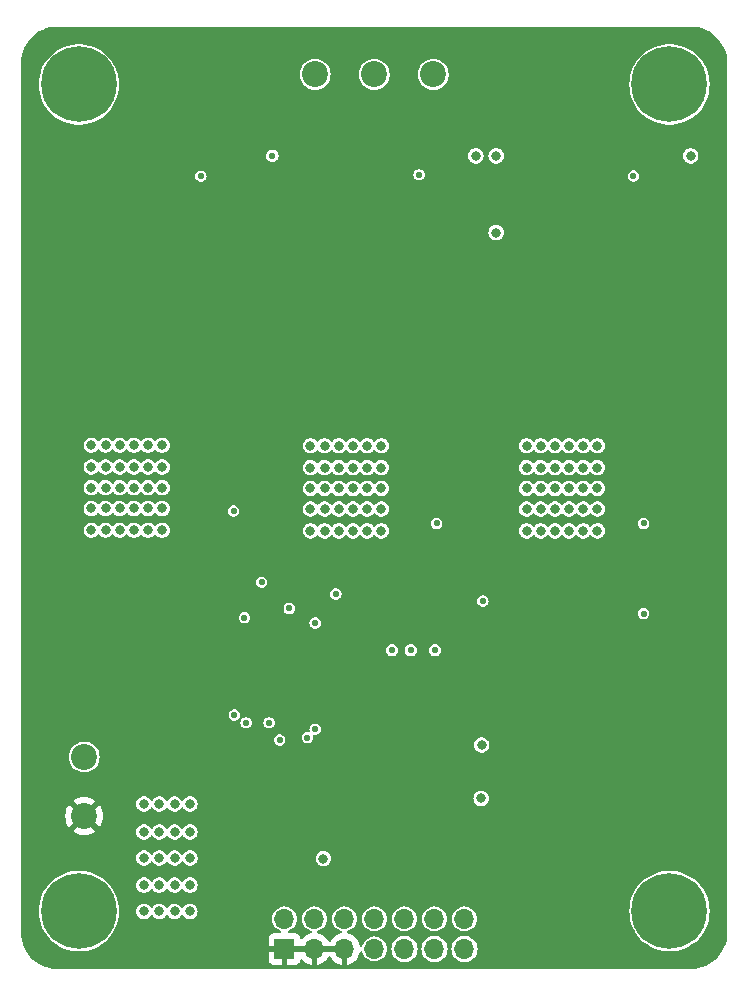
<source format=gbr>
%TF.GenerationSoftware,KiCad,Pcbnew,7.0.7*%
%TF.CreationDate,2024-02-22T20:28:59+08:00*%
%TF.ProjectId,hardware,68617264-7761-4726-952e-6b696361645f,rev?*%
%TF.SameCoordinates,Original*%
%TF.FileFunction,Copper,L3,Inr*%
%TF.FilePolarity,Positive*%
%FSLAX46Y46*%
G04 Gerber Fmt 4.6, Leading zero omitted, Abs format (unit mm)*
G04 Created by KiCad (PCBNEW 7.0.7) date 2024-02-22 20:28:59*
%MOMM*%
%LPD*%
G01*
G04 APERTURE LIST*
%TA.AperFunction,ComponentPad*%
%ADD10C,2.200000*%
%TD*%
%TA.AperFunction,ComponentPad*%
%ADD11C,0.800000*%
%TD*%
%TA.AperFunction,ComponentPad*%
%ADD12C,6.400000*%
%TD*%
%TA.AperFunction,ComponentPad*%
%ADD13R,1.700000X1.700000*%
%TD*%
%TA.AperFunction,ComponentPad*%
%ADD14O,1.700000X1.700000*%
%TD*%
%TA.AperFunction,ViaPad*%
%ADD15C,0.800000*%
%TD*%
%TA.AperFunction,ViaPad*%
%ADD16C,0.550000*%
%TD*%
G04 APERTURE END LIST*
D10*
%TO.N,/Bridge/IA_N*%
%TO.C,U6*%
X138200000Y-66050000D03*
%TO.N,/Bridge/IB_N*%
X143200000Y-66050000D03*
%TO.N,/Bridge/IC_N*%
X148200000Y-66050000D03*
%TD*%
D11*
%TO.N,unconnected-(H1-Pad1)*%
%TO.C,H1*%
X115800000Y-136900000D03*
X116502944Y-135202944D03*
X116502944Y-138597056D03*
X118200000Y-134500000D03*
D12*
X118200000Y-136900000D03*
D11*
X118200000Y-139300000D03*
X119897056Y-135202944D03*
X119897056Y-138597056D03*
X120600000Y-136900000D03*
%TD*%
%TO.N,unconnected-(H2-Pad1)*%
%TO.C,H2*%
X165800000Y-66900000D03*
X166502944Y-65202944D03*
X166502944Y-68597056D03*
X168200000Y-64500000D03*
D12*
X168200000Y-66900000D03*
D11*
X168200000Y-69300000D03*
X169897056Y-65202944D03*
X169897056Y-68597056D03*
X170600000Y-66900000D03*
%TD*%
%TO.N,unconnected-(H4-Pad1)*%
%TO.C,H4*%
X165800000Y-136900000D03*
X166502944Y-135202944D03*
X166502944Y-138597056D03*
X168200000Y-134500000D03*
D12*
X168200000Y-136900000D03*
D11*
X168200000Y-139300000D03*
X169897056Y-135202944D03*
X169897056Y-138597056D03*
X170600000Y-136900000D03*
%TD*%
D10*
%TO.N,/power/VIN*%
%TO.C,U4*%
X118650000Y-123842500D03*
%TO.N,GND*%
X118650000Y-128842500D03*
%TD*%
D11*
%TO.N,unconnected-(H3-Pad1)*%
%TO.C,H3*%
X115800000Y-66900000D03*
X116502944Y-65202944D03*
X116502944Y-68597056D03*
X118200000Y-64500000D03*
D12*
X118200000Y-66900000D03*
D11*
X118200000Y-69300000D03*
X119897056Y-65202944D03*
X119897056Y-68597056D03*
X120600000Y-66900000D03*
%TD*%
D13*
%TO.N,GND*%
%TO.C,J2*%
X135600000Y-140100000D03*
D14*
%TO.N,/Bridge/PWM1*%
X135600000Y-137560000D03*
%TO.N,GND*%
X138140000Y-140100000D03*
%TO.N,/Bridge/PWM2*%
X138140000Y-137560000D03*
%TO.N,GND*%
X140680000Y-140100000D03*
%TO.N,/Bridge/PWM3*%
X140680000Y-137560000D03*
%TO.N,unconnected-(J2-Pin_7-Pad7)*%
X143220000Y-140100000D03*
%TO.N,unconnected-(J2-Pin_8-Pad8)*%
X143220000Y-137560000D03*
%TO.N,+5V*%
X145760000Y-140100000D03*
%TO.N,/interface/IA_OUT*%
X145760000Y-137560000D03*
%TO.N,+5V*%
X148300000Y-140100000D03*
%TO.N,/interface/IB_OUT*%
X148300000Y-137560000D03*
%TO.N,+5V*%
X150840000Y-140100000D03*
%TO.N,/interface/IC_OUT*%
X150840000Y-137560000D03*
%TD*%
D15*
%TO.N,GND*%
X157075000Y-87400000D03*
D16*
X167100000Y-123500000D03*
D15*
X155700000Y-109500000D03*
D16*
X148275000Y-74575000D03*
X164350000Y-121650000D03*
D15*
X137525000Y-91125000D03*
D16*
X137250000Y-109350000D03*
D15*
X131550000Y-110450000D03*
X150050000Y-108375000D03*
D16*
X165300000Y-121725000D03*
X137475000Y-118275000D03*
D15*
X157075000Y-90000000D03*
X155775000Y-90000000D03*
X157075000Y-88700000D03*
X155775000Y-86100000D03*
X155775000Y-92600000D03*
X118500000Y-110625000D03*
X155700000Y-108300000D03*
X137525000Y-88525000D03*
X120275000Y-92375000D03*
X118975000Y-91075000D03*
X157075000Y-92600000D03*
D16*
X154850000Y-113250000D03*
D15*
X167525000Y-108525000D03*
X118975000Y-87175000D03*
D16*
X154825000Y-122900000D03*
D15*
X148950000Y-108400000D03*
X118975000Y-92375000D03*
X155775000Y-91300000D03*
X137525000Y-92425000D03*
X118525000Y-109275000D03*
X155775000Y-87400000D03*
D16*
X151875000Y-74425000D03*
D15*
X118550000Y-108000000D03*
X167525000Y-109775000D03*
X167525000Y-107375000D03*
X120275000Y-88475000D03*
X150050000Y-109500000D03*
X157075000Y-91300000D03*
X137525000Y-89825000D03*
X138825000Y-87225000D03*
X120275000Y-85875000D03*
X120275000Y-91075000D03*
D16*
X137500000Y-124275000D03*
X137250000Y-108650000D03*
D15*
X138825000Y-92425000D03*
D16*
X149550000Y-129900000D03*
D15*
X138825000Y-88525000D03*
X137525000Y-85925000D03*
D16*
X158200000Y-126500000D03*
D15*
X131500000Y-109375000D03*
D16*
X145550000Y-126400000D03*
D15*
X138825000Y-89825000D03*
D16*
X137250000Y-107950000D03*
D15*
X131500000Y-108425000D03*
D16*
X146275000Y-126350000D03*
D15*
X118975000Y-85875000D03*
X118975000Y-88475000D03*
X138825000Y-91125000D03*
D16*
X147025000Y-77575000D03*
D15*
X148950000Y-109525000D03*
X155775000Y-88700000D03*
X138825000Y-85925000D03*
X157075000Y-86100000D03*
X137525000Y-87225000D03*
X120275000Y-87175000D03*
X118975000Y-89775000D03*
X120275000Y-89775000D03*
D16*
X153625000Y-122850000D03*
D15*
%TO.N,+5V*%
X152300000Y-122825000D03*
X152250000Y-127350000D03*
%TO.N,VDC*%
X122850000Y-104650000D03*
X125000000Y-136925000D03*
X123700000Y-134700000D03*
X122850000Y-102800000D03*
X139000000Y-97500000D03*
X137800000Y-99350000D03*
X125000000Y-130200000D03*
X125000000Y-127825000D03*
X137800000Y-101100000D03*
X121650000Y-99300000D03*
X143800000Y-97500000D03*
X157300000Y-97500000D03*
X159700000Y-102850000D03*
X141400000Y-97500000D03*
X158500000Y-101100000D03*
X126300000Y-132400000D03*
X142600000Y-104700000D03*
X119250000Y-101050000D03*
X142600000Y-97500000D03*
X119250000Y-104650000D03*
X157300000Y-104700000D03*
X157300000Y-101100000D03*
X159700000Y-101100000D03*
X127600000Y-130200000D03*
X158500000Y-102850000D03*
X121650000Y-102800000D03*
X141400000Y-101100000D03*
X125000000Y-134700000D03*
X156100000Y-104700000D03*
X126300000Y-130200000D03*
X143800000Y-102850000D03*
X157300000Y-102850000D03*
X121650000Y-101050000D03*
X139000000Y-101100000D03*
X125000000Y-132400000D03*
X127600000Y-134700000D03*
X143800000Y-104700000D03*
X160900000Y-99350000D03*
X123700000Y-132400000D03*
X124050000Y-102800000D03*
X120450000Y-99300000D03*
X123700000Y-130200000D03*
X142600000Y-102850000D03*
X127600000Y-127825000D03*
X125250000Y-97450000D03*
X137800000Y-104700000D03*
X162100000Y-99350000D03*
X141400000Y-99350000D03*
X121650000Y-97450000D03*
X137800000Y-102850000D03*
X124050000Y-97450000D03*
X125250000Y-99300000D03*
X142600000Y-101100000D03*
X158500000Y-99350000D03*
X158500000Y-97500000D03*
X143800000Y-99350000D03*
X160900000Y-102850000D03*
X121650000Y-104650000D03*
X119250000Y-102800000D03*
X162100000Y-102850000D03*
X126300000Y-127825000D03*
X158500000Y-104700000D03*
X125250000Y-101050000D03*
X159700000Y-104700000D03*
X124050000Y-104650000D03*
X141400000Y-104700000D03*
X138900000Y-132450000D03*
X142600000Y-99350000D03*
X123700000Y-127825000D03*
X143800000Y-101100000D03*
X125250000Y-104650000D03*
X122850000Y-99300000D03*
X127600000Y-132400000D03*
X156100000Y-97500000D03*
X141400000Y-102850000D03*
X140200000Y-99350000D03*
X120450000Y-104650000D03*
X160900000Y-97500000D03*
X124050000Y-99300000D03*
X139000000Y-104700000D03*
X160900000Y-101100000D03*
X139000000Y-102850000D03*
X122850000Y-97450000D03*
X156100000Y-102850000D03*
X156100000Y-101100000D03*
X140200000Y-101100000D03*
X162100000Y-97500000D03*
X139000000Y-99350000D03*
X159700000Y-97500000D03*
X140200000Y-102850000D03*
X125250000Y-102800000D03*
X140200000Y-97500000D03*
X119250000Y-99300000D03*
X156100000Y-99350000D03*
X127600000Y-136925000D03*
X126300000Y-136925000D03*
X119250000Y-97450000D03*
X159700000Y-99350000D03*
X120450000Y-97450000D03*
X162100000Y-104700000D03*
X124050000Y-101050000D03*
X162100000Y-101100000D03*
X120450000Y-101050000D03*
X140200000Y-104700000D03*
X122850000Y-101050000D03*
X137800000Y-97500000D03*
X120450000Y-102800000D03*
X160900000Y-104700000D03*
X157300000Y-99350000D03*
X123700000Y-136925000D03*
X126300000Y-134700000D03*
%TO.N,+3.3V*%
X153525000Y-72950000D03*
D16*
X144700000Y-114800000D03*
D15*
X151800000Y-72950000D03*
D16*
X148350000Y-114800000D03*
D15*
X153525000Y-79450000D03*
D16*
X134575000Y-72950000D03*
D15*
X170000000Y-72950000D03*
D16*
X146300000Y-114800000D03*
%TO.N,/Bridge/UA*%
X131300000Y-103025000D03*
X133675000Y-109050000D03*
%TO.N,/Bridge/UB*%
X148475000Y-104075000D03*
X136000000Y-111275000D03*
%TO.N,/Bridge/UC*%
X166000000Y-104075000D03*
X166000000Y-111700000D03*
%TO.N,+12V*%
X135200000Y-122400000D03*
X131350000Y-120300000D03*
%TO.N,/interface/IA_OUT*%
X128525000Y-74675000D03*
%TO.N,/interface/IB_OUT*%
X147000000Y-74550000D03*
%TO.N,/interface/IC_OUT*%
X165150000Y-74650000D03*
%TO.N,/Bridge/LO1*%
X132200000Y-112050000D03*
X138200000Y-112500000D03*
%TO.N,/Bridge/LO2*%
X138200000Y-121500000D03*
X139950000Y-110050000D03*
%TO.N,/Bridge/LO3*%
X152400000Y-110650000D03*
X137550000Y-122200000D03*
%TO.N,/Bridge/PWM1*%
X134300000Y-120950000D03*
X132350000Y-120950000D03*
%TD*%
%TA.AperFunction,Conductor*%
%TO.N,GND*%
G36*
X137618240Y-139868907D02*
G01*
X137654204Y-139918407D01*
X137655039Y-139976891D01*
X137640000Y-140028107D01*
X137640000Y-140171892D01*
X137655039Y-140223109D01*
X137653292Y-140284269D01*
X137615929Y-140332722D01*
X137560049Y-140350000D01*
X136179951Y-140350000D01*
X136121760Y-140331093D01*
X136085796Y-140281593D01*
X136084961Y-140223109D01*
X136099999Y-140171892D01*
X136100000Y-140171888D01*
X136100000Y-140028111D01*
X136099999Y-140028107D01*
X136084961Y-139976891D01*
X136086708Y-139915731D01*
X136124071Y-139867278D01*
X136179951Y-139850000D01*
X137560049Y-139850000D01*
X137618240Y-139868907D01*
G37*
%TD.AperFunction*%
%TA.AperFunction,Conductor*%
G36*
X140158240Y-139868907D02*
G01*
X140194204Y-139918407D01*
X140195039Y-139976891D01*
X140180000Y-140028107D01*
X140180000Y-140171892D01*
X140195039Y-140223109D01*
X140193292Y-140284269D01*
X140155929Y-140332722D01*
X140100049Y-140350000D01*
X138719951Y-140350000D01*
X138661760Y-140331093D01*
X138625796Y-140281593D01*
X138624961Y-140223109D01*
X138639999Y-140171892D01*
X138640000Y-140171888D01*
X138640000Y-140028111D01*
X138639999Y-140028107D01*
X138624961Y-139976891D01*
X138626708Y-139915731D01*
X138664071Y-139867278D01*
X138719951Y-139850000D01*
X140100049Y-139850000D01*
X140158240Y-139868907D01*
G37*
%TD.AperFunction*%
%TA.AperFunction,Conductor*%
G36*
X170001294Y-62000567D02*
G01*
X170321410Y-62017344D01*
X170326533Y-62017882D01*
X170641877Y-62067828D01*
X170646912Y-62068899D01*
X170955300Y-62151530D01*
X170960226Y-62153132D01*
X171258252Y-62267534D01*
X171262988Y-62269642D01*
X171547450Y-62414582D01*
X171551923Y-62417165D01*
X171819673Y-62591044D01*
X171823846Y-62594076D01*
X172032439Y-62762992D01*
X172071946Y-62794984D01*
X172075799Y-62798453D01*
X172301546Y-63024200D01*
X172305015Y-63028053D01*
X172505920Y-63276150D01*
X172508957Y-63280330D01*
X172677179Y-63539368D01*
X172682828Y-63548066D01*
X172685421Y-63552556D01*
X172830357Y-63837011D01*
X172832465Y-63841747D01*
X172946867Y-64139773D01*
X172948470Y-64144704D01*
X173031097Y-64453074D01*
X173032173Y-64458137D01*
X173047998Y-64558048D01*
X173082115Y-64773451D01*
X173082657Y-64778608D01*
X173099432Y-65098698D01*
X173099500Y-65101289D01*
X173099500Y-138698710D01*
X173099432Y-138701294D01*
X173087635Y-138926398D01*
X173082657Y-139021391D01*
X173082115Y-139026548D01*
X173032175Y-139341854D01*
X173031097Y-139346925D01*
X172948470Y-139655295D01*
X172946867Y-139660226D01*
X172832465Y-139958252D01*
X172830357Y-139962988D01*
X172685421Y-140247443D01*
X172682828Y-140251933D01*
X172508963Y-140519661D01*
X172505916Y-140523855D01*
X172305015Y-140771946D01*
X172301546Y-140775799D01*
X172075799Y-141001546D01*
X172071946Y-141005015D01*
X171823855Y-141205916D01*
X171819661Y-141208963D01*
X171551933Y-141382828D01*
X171547443Y-141385421D01*
X171262988Y-141530357D01*
X171258252Y-141532465D01*
X170960226Y-141646867D01*
X170955295Y-141648470D01*
X170646925Y-141731097D01*
X170641858Y-141732173D01*
X170467645Y-141759767D01*
X170326548Y-141782115D01*
X170321391Y-141782656D01*
X170001294Y-141799432D01*
X169998710Y-141799500D01*
X116401290Y-141799500D01*
X116398705Y-141799432D01*
X116078606Y-141782656D01*
X116073451Y-141782115D01*
X116037928Y-141776488D01*
X115758137Y-141732173D01*
X115753074Y-141731097D01*
X115444704Y-141648470D01*
X115439773Y-141646867D01*
X115141747Y-141532465D01*
X115137011Y-141530357D01*
X114852556Y-141385421D01*
X114848066Y-141382828D01*
X114580330Y-141208957D01*
X114576150Y-141205920D01*
X114328053Y-141005015D01*
X114324200Y-141001546D01*
X114320478Y-140997824D01*
X134249999Y-140997824D01*
X134256401Y-141057370D01*
X134256403Y-141057381D01*
X134306646Y-141192088D01*
X134306647Y-141192090D01*
X134392807Y-141307184D01*
X134392815Y-141307192D01*
X134507909Y-141393352D01*
X134507911Y-141393353D01*
X134642618Y-141443596D01*
X134642629Y-141443598D01*
X134702176Y-141450000D01*
X135349999Y-141450000D01*
X135350000Y-141449999D01*
X135350000Y-140683449D01*
X135368907Y-140625258D01*
X135418407Y-140589294D01*
X135463089Y-140585457D01*
X135481565Y-140588113D01*
X135564233Y-140600000D01*
X135564237Y-140600000D01*
X135635767Y-140600000D01*
X135718434Y-140588113D01*
X135736910Y-140585457D01*
X135797199Y-140595890D01*
X135839842Y-140639767D01*
X135850000Y-140683449D01*
X135850000Y-141449999D01*
X135850001Y-141450000D01*
X136497824Y-141450000D01*
X136557370Y-141443598D01*
X136557381Y-141443596D01*
X136692088Y-141393353D01*
X136692090Y-141393352D01*
X136807184Y-141307192D01*
X136807192Y-141307184D01*
X136893352Y-141192090D01*
X136893353Y-141192088D01*
X136943596Y-141057381D01*
X136943598Y-141057370D01*
X136945222Y-141042269D01*
X136970241Y-140986432D01*
X137023301Y-140955965D01*
X137084136Y-140962504D01*
X137113659Y-140982846D01*
X137268926Y-141138113D01*
X137462422Y-141273600D01*
X137676509Y-141373430D01*
X137890000Y-141430634D01*
X137890000Y-140683449D01*
X137908907Y-140625258D01*
X137958407Y-140589294D01*
X138003089Y-140585457D01*
X138021565Y-140588113D01*
X138104233Y-140600000D01*
X138104237Y-140600000D01*
X138175767Y-140600000D01*
X138258434Y-140588113D01*
X138276910Y-140585457D01*
X138337199Y-140595890D01*
X138379842Y-140639767D01*
X138390000Y-140683449D01*
X138390000Y-141430633D01*
X138603490Y-141373430D01*
X138817577Y-141273600D01*
X139011073Y-141138113D01*
X139178113Y-140971073D01*
X139313601Y-140777576D01*
X139313602Y-140777574D01*
X139320275Y-140763265D01*
X139362003Y-140718516D01*
X139422064Y-140706841D01*
X139477517Y-140732698D01*
X139499725Y-140763265D01*
X139506397Y-140777574D01*
X139506398Y-140777576D01*
X139641886Y-140971073D01*
X139808926Y-141138113D01*
X140002422Y-141273600D01*
X140216509Y-141373430D01*
X140430000Y-141430634D01*
X140430000Y-140683449D01*
X140448907Y-140625258D01*
X140498407Y-140589294D01*
X140543089Y-140585457D01*
X140561565Y-140588113D01*
X140644233Y-140600000D01*
X140644237Y-140600000D01*
X140715767Y-140600000D01*
X140798434Y-140588113D01*
X140816910Y-140585457D01*
X140877199Y-140595890D01*
X140919842Y-140639767D01*
X140930000Y-140683449D01*
X140930000Y-141430633D01*
X141143490Y-141373430D01*
X141357577Y-141273600D01*
X141551073Y-141138113D01*
X141718113Y-140971073D01*
X141853600Y-140777577D01*
X141953430Y-140563490D01*
X142008816Y-140356786D01*
X142042140Y-140305472D01*
X142099261Y-140283545D01*
X142158362Y-140299380D01*
X142196867Y-140346930D01*
X142199180Y-140353671D01*
X142244768Y-140503954D01*
X142342316Y-140686452D01*
X142419025Y-140779922D01*
X142473590Y-140846410D01*
X142473595Y-140846414D01*
X142633547Y-140977683D01*
X142633548Y-140977683D01*
X142633550Y-140977685D01*
X142816046Y-141075232D01*
X142953997Y-141117078D01*
X143014065Y-141135300D01*
X143014070Y-141135301D01*
X143219997Y-141155583D01*
X143220000Y-141155583D01*
X143220003Y-141155583D01*
X143425929Y-141135301D01*
X143425934Y-141135300D01*
X143425934Y-141135299D01*
X143623954Y-141075232D01*
X143806450Y-140977685D01*
X143966410Y-140846410D01*
X144097685Y-140686450D01*
X144195232Y-140503954D01*
X144255300Y-140305934D01*
X144255301Y-140305929D01*
X144275583Y-140100003D01*
X144275583Y-140100000D01*
X144654785Y-140100000D01*
X144673603Y-140303083D01*
X144729418Y-140499250D01*
X144820327Y-140681821D01*
X144943236Y-140844579D01*
X145093959Y-140981981D01*
X145267363Y-141089348D01*
X145457544Y-141163024D01*
X145658024Y-141200500D01*
X145861976Y-141200500D01*
X146062456Y-141163024D01*
X146252637Y-141089348D01*
X146426041Y-140981981D01*
X146576764Y-140844579D01*
X146699673Y-140681821D01*
X146790582Y-140499250D01*
X146846397Y-140303083D01*
X146865215Y-140100000D01*
X147194785Y-140100000D01*
X147213603Y-140303083D01*
X147269418Y-140499250D01*
X147360327Y-140681821D01*
X147483236Y-140844579D01*
X147633959Y-140981981D01*
X147807363Y-141089348D01*
X147997544Y-141163024D01*
X148198024Y-141200500D01*
X148401976Y-141200500D01*
X148602456Y-141163024D01*
X148792637Y-141089348D01*
X148966041Y-140981981D01*
X149116764Y-140844579D01*
X149239673Y-140681821D01*
X149330582Y-140499250D01*
X149386397Y-140303083D01*
X149405215Y-140100000D01*
X149734785Y-140100000D01*
X149753603Y-140303083D01*
X149809418Y-140499250D01*
X149900327Y-140681821D01*
X150023236Y-140844579D01*
X150173959Y-140981981D01*
X150347363Y-141089348D01*
X150537544Y-141163024D01*
X150738024Y-141200500D01*
X150941976Y-141200500D01*
X151142456Y-141163024D01*
X151332637Y-141089348D01*
X151506041Y-140981981D01*
X151656764Y-140844579D01*
X151779673Y-140681821D01*
X151870582Y-140499250D01*
X151926397Y-140303083D01*
X151945215Y-140100000D01*
X151926397Y-139896917D01*
X151870582Y-139700750D01*
X151779673Y-139518179D01*
X151656764Y-139355421D01*
X151506041Y-139218019D01*
X151332637Y-139110652D01*
X151142456Y-139036976D01*
X151142455Y-139036975D01*
X151142453Y-139036975D01*
X150941976Y-138999500D01*
X150738024Y-138999500D01*
X150537546Y-139036975D01*
X150518336Y-139044417D01*
X150347363Y-139110652D01*
X150199548Y-139202175D01*
X150173959Y-139218019D01*
X150023237Y-139355420D01*
X149900328Y-139518177D01*
X149900323Y-139518186D01*
X149811760Y-139696046D01*
X149809418Y-139700750D01*
X149766952Y-139850000D01*
X149753603Y-139896917D01*
X149738156Y-140063625D01*
X149734785Y-140100000D01*
X149405215Y-140100000D01*
X149386397Y-139896917D01*
X149330582Y-139700750D01*
X149239673Y-139518179D01*
X149116764Y-139355421D01*
X148966041Y-139218019D01*
X148792637Y-139110652D01*
X148602456Y-139036976D01*
X148602455Y-139036975D01*
X148602453Y-139036975D01*
X148401976Y-138999500D01*
X148198024Y-138999500D01*
X147997546Y-139036975D01*
X147978336Y-139044417D01*
X147807363Y-139110652D01*
X147659548Y-139202175D01*
X147633959Y-139218019D01*
X147483237Y-139355420D01*
X147360328Y-139518177D01*
X147360323Y-139518186D01*
X147271760Y-139696046D01*
X147269418Y-139700750D01*
X147213603Y-139896917D01*
X147194785Y-140100000D01*
X146865215Y-140100000D01*
X146846397Y-139896917D01*
X146790582Y-139700750D01*
X146699673Y-139518179D01*
X146576764Y-139355421D01*
X146426041Y-139218019D01*
X146252637Y-139110652D01*
X146062456Y-139036976D01*
X146062455Y-139036975D01*
X146062453Y-139036975D01*
X145861976Y-138999500D01*
X145658024Y-138999500D01*
X145457546Y-139036975D01*
X145438336Y-139044417D01*
X145267363Y-139110652D01*
X145119548Y-139202175D01*
X145093959Y-139218019D01*
X144943237Y-139355420D01*
X144820328Y-139518177D01*
X144820323Y-139518186D01*
X144731760Y-139696046D01*
X144729418Y-139700750D01*
X144686952Y-139850000D01*
X144673603Y-139896917D01*
X144658156Y-140063625D01*
X144654785Y-140100000D01*
X144275583Y-140100000D01*
X144275583Y-140099996D01*
X144255301Y-139894070D01*
X144255300Y-139894065D01*
X144217423Y-139769202D01*
X144195232Y-139696046D01*
X144097685Y-139513550D01*
X143966410Y-139353590D01*
X143834007Y-139244930D01*
X143806452Y-139222316D01*
X143623954Y-139124768D01*
X143425934Y-139064699D01*
X143425929Y-139064698D01*
X143220003Y-139044417D01*
X143219997Y-139044417D01*
X143014070Y-139064698D01*
X143014065Y-139064699D01*
X142816045Y-139124768D01*
X142633547Y-139222316D01*
X142473595Y-139353585D01*
X142473585Y-139353595D01*
X142342316Y-139513547D01*
X142319943Y-139555404D01*
X142244768Y-139696046D01*
X142237899Y-139718690D01*
X142199180Y-139846329D01*
X142164195Y-139896525D01*
X142106386Y-139916571D01*
X142047836Y-139898810D01*
X142010907Y-139850025D01*
X142008816Y-139843213D01*
X141953429Y-139636504D01*
X141853605Y-139422432D01*
X141853601Y-139422424D01*
X141718113Y-139228926D01*
X141551073Y-139061886D01*
X141357577Y-138926399D01*
X141143489Y-138826569D01*
X140936786Y-138771183D01*
X140885472Y-138737859D01*
X140863545Y-138680737D01*
X140879381Y-138621637D01*
X140926931Y-138583132D01*
X140933663Y-138580821D01*
X141083954Y-138535232D01*
X141266450Y-138437685D01*
X141426410Y-138306410D01*
X141557685Y-138146450D01*
X141655232Y-137963954D01*
X141715300Y-137765934D01*
X141715301Y-137765929D01*
X141735583Y-137560003D01*
X142164417Y-137560003D01*
X142184698Y-137765929D01*
X142184699Y-137765934D01*
X142244768Y-137963954D01*
X142342316Y-138146452D01*
X142473585Y-138306404D01*
X142473590Y-138306410D01*
X142473595Y-138306414D01*
X142633547Y-138437683D01*
X142633548Y-138437683D01*
X142633550Y-138437685D01*
X142816046Y-138535232D01*
X142933652Y-138570907D01*
X143014065Y-138595300D01*
X143014070Y-138595301D01*
X143219997Y-138615583D01*
X143220000Y-138615583D01*
X143220003Y-138615583D01*
X143425929Y-138595301D01*
X143425934Y-138595300D01*
X143439292Y-138591248D01*
X143623954Y-138535232D01*
X143806450Y-138437685D01*
X143966410Y-138306410D01*
X144097685Y-138146450D01*
X144195232Y-137963954D01*
X144255300Y-137765934D01*
X144255301Y-137765929D01*
X144275583Y-137560003D01*
X144704417Y-137560003D01*
X144724698Y-137765929D01*
X144724699Y-137765934D01*
X144784768Y-137963954D01*
X144882316Y-138146452D01*
X145013585Y-138306404D01*
X145013590Y-138306410D01*
X145013595Y-138306414D01*
X145173547Y-138437683D01*
X145173548Y-138437683D01*
X145173550Y-138437685D01*
X145356046Y-138535232D01*
X145473652Y-138570907D01*
X145554065Y-138595300D01*
X145554070Y-138595301D01*
X145759997Y-138615583D01*
X145760000Y-138615583D01*
X145760003Y-138615583D01*
X145965929Y-138595301D01*
X145965934Y-138595300D01*
X145979292Y-138591248D01*
X146163954Y-138535232D01*
X146346450Y-138437685D01*
X146506410Y-138306410D01*
X146637685Y-138146450D01*
X146735232Y-137963954D01*
X146795300Y-137765934D01*
X146795301Y-137765929D01*
X146815583Y-137560003D01*
X147244417Y-137560003D01*
X147264698Y-137765929D01*
X147264699Y-137765934D01*
X147324768Y-137963954D01*
X147422316Y-138146452D01*
X147553585Y-138306404D01*
X147553590Y-138306410D01*
X147553595Y-138306414D01*
X147713547Y-138437683D01*
X147713548Y-138437683D01*
X147713550Y-138437685D01*
X147896046Y-138535232D01*
X148013652Y-138570907D01*
X148094065Y-138595300D01*
X148094070Y-138595301D01*
X148299997Y-138615583D01*
X148300000Y-138615583D01*
X148300003Y-138615583D01*
X148505929Y-138595301D01*
X148505934Y-138595300D01*
X148519292Y-138591248D01*
X148703954Y-138535232D01*
X148886450Y-138437685D01*
X149046410Y-138306410D01*
X149177685Y-138146450D01*
X149275232Y-137963954D01*
X149335300Y-137765934D01*
X149335301Y-137765929D01*
X149355583Y-137560003D01*
X149784417Y-137560003D01*
X149804698Y-137765929D01*
X149804699Y-137765934D01*
X149864768Y-137963954D01*
X149962316Y-138146452D01*
X150093585Y-138306404D01*
X150093590Y-138306410D01*
X150093595Y-138306414D01*
X150253547Y-138437683D01*
X150253548Y-138437683D01*
X150253550Y-138437685D01*
X150436046Y-138535232D01*
X150553652Y-138570907D01*
X150634065Y-138595300D01*
X150634070Y-138595301D01*
X150839997Y-138615583D01*
X150840000Y-138615583D01*
X150840003Y-138615583D01*
X151045929Y-138595301D01*
X151045934Y-138595300D01*
X151059292Y-138591248D01*
X151243954Y-138535232D01*
X151426450Y-138437685D01*
X151586410Y-138306410D01*
X151717685Y-138146450D01*
X151815232Y-137963954D01*
X151875300Y-137765934D01*
X151875301Y-137765929D01*
X151895583Y-137560003D01*
X151895583Y-137559996D01*
X151875301Y-137354070D01*
X151875300Y-137354065D01*
X151849252Y-137268197D01*
X151815232Y-137156046D01*
X151717685Y-136973550D01*
X151713514Y-136968468D01*
X151657324Y-136900000D01*
X164794506Y-136900000D01*
X164814468Y-137268197D01*
X164874126Y-137632087D01*
X164972768Y-137987365D01*
X164972772Y-137987376D01*
X165109255Y-138329927D01*
X165109257Y-138329930D01*
X165263910Y-138621637D01*
X165281981Y-138655721D01*
X165311129Y-138698710D01*
X165488910Y-138960917D01*
X165488914Y-138960922D01*
X165488915Y-138960923D01*
X165727622Y-139241951D01*
X165727632Y-139241961D01*
X165995326Y-139495535D01*
X165995330Y-139495538D01*
X166288881Y-139718690D01*
X166604838Y-139908795D01*
X166939497Y-140063625D01*
X167288934Y-140181364D01*
X167288939Y-140181365D01*
X167288942Y-140181366D01*
X167649047Y-140260631D01*
X167649048Y-140260631D01*
X167649052Y-140260632D01*
X168015630Y-140300500D01*
X168384370Y-140300500D01*
X168750948Y-140260632D01*
X168800386Y-140249750D01*
X168870987Y-140234209D01*
X169111057Y-140181366D01*
X169111058Y-140181366D01*
X169111060Y-140181365D01*
X169111066Y-140181364D01*
X169460503Y-140063625D01*
X169795162Y-139908795D01*
X170111119Y-139718690D01*
X170404670Y-139495538D01*
X170672373Y-139241956D01*
X170911090Y-138960917D01*
X171118022Y-138655716D01*
X171290743Y-138329930D01*
X171427227Y-137987379D01*
X171525875Y-137632081D01*
X171585531Y-137268199D01*
X171605494Y-136900000D01*
X171585531Y-136531801D01*
X171525875Y-136167919D01*
X171427227Y-135812621D01*
X171290743Y-135470070D01*
X171118022Y-135144284D01*
X170911090Y-134839083D01*
X170756029Y-134656531D01*
X170672377Y-134558048D01*
X170672367Y-134558038D01*
X170404673Y-134304464D01*
X170111123Y-134081313D01*
X170111122Y-134081312D01*
X170111119Y-134081310D01*
X169795162Y-133891205D01*
X169680226Y-133838029D01*
X169460508Y-133736377D01*
X169460505Y-133736376D01*
X169460503Y-133736375D01*
X169111066Y-133618636D01*
X169111065Y-133618635D01*
X169111057Y-133618633D01*
X168750952Y-133539368D01*
X168750953Y-133539368D01*
X168384370Y-133499500D01*
X168015630Y-133499500D01*
X167649046Y-133539368D01*
X167288943Y-133618633D01*
X167288941Y-133618633D01*
X166939491Y-133736377D01*
X166604846Y-133891201D01*
X166604840Y-133891204D01*
X166288881Y-134081310D01*
X166288876Y-134081313D01*
X165995326Y-134304464D01*
X165727632Y-134558038D01*
X165727622Y-134558048D01*
X165488915Y-134839076D01*
X165488908Y-134839086D01*
X165281981Y-135144278D01*
X165109255Y-135470072D01*
X164972772Y-135812623D01*
X164972768Y-135812634D01*
X164874126Y-136167912D01*
X164814468Y-136531802D01*
X164794506Y-136900000D01*
X151657324Y-136900000D01*
X151586414Y-136813595D01*
X151586410Y-136813590D01*
X151531080Y-136768182D01*
X151426452Y-136682316D01*
X151243954Y-136584768D01*
X151045934Y-136524699D01*
X151045929Y-136524698D01*
X150840003Y-136504417D01*
X150839997Y-136504417D01*
X150634070Y-136524698D01*
X150634065Y-136524699D01*
X150436045Y-136584768D01*
X150253547Y-136682316D01*
X150093595Y-136813585D01*
X150093585Y-136813595D01*
X149962316Y-136973547D01*
X149864768Y-137156045D01*
X149804699Y-137354065D01*
X149804698Y-137354070D01*
X149784417Y-137559996D01*
X149784417Y-137560003D01*
X149355583Y-137560003D01*
X149355583Y-137559996D01*
X149335301Y-137354070D01*
X149335300Y-137354065D01*
X149309252Y-137268197D01*
X149275232Y-137156046D01*
X149177685Y-136973550D01*
X149173514Y-136968468D01*
X149046414Y-136813595D01*
X149046410Y-136813590D01*
X148991080Y-136768182D01*
X148886452Y-136682316D01*
X148703954Y-136584768D01*
X148505934Y-136524699D01*
X148505929Y-136524698D01*
X148300003Y-136504417D01*
X148299997Y-136504417D01*
X148094070Y-136524698D01*
X148094065Y-136524699D01*
X147896045Y-136584768D01*
X147713547Y-136682316D01*
X147553595Y-136813585D01*
X147553585Y-136813595D01*
X147422316Y-136973547D01*
X147324768Y-137156045D01*
X147264699Y-137354065D01*
X147264698Y-137354070D01*
X147244417Y-137559996D01*
X147244417Y-137560003D01*
X146815583Y-137560003D01*
X146815583Y-137559996D01*
X146795301Y-137354070D01*
X146795300Y-137354065D01*
X146769252Y-137268197D01*
X146735232Y-137156046D01*
X146637685Y-136973550D01*
X146633514Y-136968468D01*
X146506414Y-136813595D01*
X146506410Y-136813590D01*
X146451080Y-136768182D01*
X146346452Y-136682316D01*
X146163954Y-136584768D01*
X145965934Y-136524699D01*
X145965929Y-136524698D01*
X145760003Y-136504417D01*
X145759997Y-136504417D01*
X145554070Y-136524698D01*
X145554065Y-136524699D01*
X145356045Y-136584768D01*
X145173547Y-136682316D01*
X145013595Y-136813585D01*
X145013585Y-136813595D01*
X144882316Y-136973547D01*
X144784768Y-137156045D01*
X144724699Y-137354065D01*
X144724698Y-137354070D01*
X144704417Y-137559996D01*
X144704417Y-137560003D01*
X144275583Y-137560003D01*
X144275583Y-137559996D01*
X144255301Y-137354070D01*
X144255300Y-137354065D01*
X144229252Y-137268197D01*
X144195232Y-137156046D01*
X144097685Y-136973550D01*
X144093514Y-136968468D01*
X143966414Y-136813595D01*
X143966410Y-136813590D01*
X143911080Y-136768182D01*
X143806452Y-136682316D01*
X143623954Y-136584768D01*
X143425934Y-136524699D01*
X143425929Y-136524698D01*
X143220003Y-136504417D01*
X143219997Y-136504417D01*
X143014070Y-136524698D01*
X143014065Y-136524699D01*
X142816045Y-136584768D01*
X142633547Y-136682316D01*
X142473595Y-136813585D01*
X142473585Y-136813595D01*
X142342316Y-136973547D01*
X142244768Y-137156045D01*
X142184699Y-137354065D01*
X142184698Y-137354070D01*
X142164417Y-137559996D01*
X142164417Y-137560003D01*
X141735583Y-137560003D01*
X141735583Y-137559996D01*
X141715301Y-137354070D01*
X141715300Y-137354065D01*
X141689252Y-137268197D01*
X141655232Y-137156046D01*
X141557685Y-136973550D01*
X141553514Y-136968468D01*
X141426414Y-136813595D01*
X141426410Y-136813590D01*
X141371080Y-136768182D01*
X141266452Y-136682316D01*
X141083954Y-136584768D01*
X140885934Y-136524699D01*
X140885929Y-136524698D01*
X140680003Y-136504417D01*
X140679997Y-136504417D01*
X140474070Y-136524698D01*
X140474065Y-136524699D01*
X140276045Y-136584768D01*
X140093547Y-136682316D01*
X139933595Y-136813585D01*
X139933585Y-136813595D01*
X139802316Y-136973547D01*
X139704768Y-137156045D01*
X139644699Y-137354065D01*
X139644698Y-137354070D01*
X139624417Y-137559996D01*
X139624417Y-137560003D01*
X139644698Y-137765929D01*
X139644699Y-137765934D01*
X139704768Y-137963954D01*
X139802316Y-138146452D01*
X139933585Y-138306404D01*
X139933590Y-138306410D01*
X139933595Y-138306414D01*
X140093547Y-138437683D01*
X140093548Y-138437683D01*
X140093550Y-138437685D01*
X140276046Y-138535232D01*
X140426328Y-138580819D01*
X140476525Y-138615804D01*
X140496571Y-138673612D01*
X140478810Y-138732163D01*
X140430026Y-138769092D01*
X140423213Y-138771183D01*
X140216505Y-138826570D01*
X140002432Y-138926394D01*
X140002424Y-138926398D01*
X139808926Y-139061886D01*
X139641886Y-139228926D01*
X139506398Y-139422424D01*
X139506396Y-139422428D01*
X139499724Y-139436737D01*
X139457995Y-139481485D01*
X139397934Y-139493159D01*
X139342481Y-139467300D01*
X139320276Y-139436737D01*
X139313603Y-139422428D01*
X139313601Y-139422424D01*
X139178113Y-139228926D01*
X139011073Y-139061886D01*
X138817577Y-138926399D01*
X138603489Y-138826569D01*
X138396786Y-138771183D01*
X138345472Y-138737859D01*
X138323545Y-138680737D01*
X138339381Y-138621637D01*
X138386931Y-138583132D01*
X138393663Y-138580821D01*
X138543954Y-138535232D01*
X138726450Y-138437685D01*
X138886410Y-138306410D01*
X139017685Y-138146450D01*
X139115232Y-137963954D01*
X139175300Y-137765934D01*
X139175301Y-137765929D01*
X139195583Y-137560003D01*
X139195583Y-137559996D01*
X139175301Y-137354070D01*
X139175300Y-137354065D01*
X139149252Y-137268197D01*
X139115232Y-137156046D01*
X139017685Y-136973550D01*
X139013514Y-136968468D01*
X138886414Y-136813595D01*
X138886410Y-136813590D01*
X138831080Y-136768182D01*
X138726452Y-136682316D01*
X138543954Y-136584768D01*
X138345934Y-136524699D01*
X138345929Y-136524698D01*
X138140003Y-136504417D01*
X138139997Y-136504417D01*
X137934070Y-136524698D01*
X137934065Y-136524699D01*
X137736045Y-136584768D01*
X137553547Y-136682316D01*
X137393595Y-136813585D01*
X137393585Y-136813595D01*
X137262316Y-136973547D01*
X137164768Y-137156045D01*
X137104699Y-137354065D01*
X137104698Y-137354070D01*
X137084417Y-137559996D01*
X137084417Y-137560003D01*
X137104698Y-137765929D01*
X137104699Y-137765934D01*
X137164768Y-137963954D01*
X137262316Y-138146452D01*
X137393585Y-138306404D01*
X137393590Y-138306410D01*
X137393595Y-138306414D01*
X137553547Y-138437683D01*
X137553548Y-138437683D01*
X137553550Y-138437685D01*
X137736046Y-138535232D01*
X137886328Y-138580819D01*
X137936525Y-138615804D01*
X137956571Y-138673612D01*
X137938810Y-138732163D01*
X137890026Y-138769092D01*
X137883213Y-138771183D01*
X137676505Y-138826570D01*
X137462432Y-138926394D01*
X137462424Y-138926398D01*
X137268925Y-139061887D01*
X137268921Y-139061890D01*
X137113658Y-139217153D01*
X137059142Y-139244930D01*
X136998710Y-139235359D01*
X136955445Y-139192094D01*
X136945222Y-139157731D01*
X136943598Y-139142629D01*
X136943596Y-139142618D01*
X136893353Y-139007911D01*
X136893352Y-139007909D01*
X136807192Y-138892815D01*
X136807184Y-138892807D01*
X136692090Y-138806647D01*
X136692088Y-138806646D01*
X136557381Y-138756403D01*
X136557370Y-138756401D01*
X136497824Y-138750000D01*
X135963361Y-138750000D01*
X135905170Y-138731093D01*
X135869206Y-138681593D01*
X135869206Y-138620407D01*
X135905170Y-138570907D01*
X135934623Y-138556263D01*
X136003954Y-138535232D01*
X136186450Y-138437685D01*
X136346410Y-138306410D01*
X136477685Y-138146450D01*
X136575232Y-137963954D01*
X136635300Y-137765934D01*
X136635301Y-137765929D01*
X136655583Y-137560003D01*
X136655583Y-137559996D01*
X136635301Y-137354070D01*
X136635300Y-137354065D01*
X136609252Y-137268197D01*
X136575232Y-137156046D01*
X136477685Y-136973550D01*
X136473514Y-136968468D01*
X136346414Y-136813595D01*
X136346410Y-136813590D01*
X136291080Y-136768182D01*
X136186452Y-136682316D01*
X136003954Y-136584768D01*
X135805934Y-136524699D01*
X135805929Y-136524698D01*
X135600003Y-136504417D01*
X135599997Y-136504417D01*
X135394070Y-136524698D01*
X135394065Y-136524699D01*
X135196045Y-136584768D01*
X135013547Y-136682316D01*
X134853595Y-136813585D01*
X134853585Y-136813595D01*
X134722316Y-136973547D01*
X134624768Y-137156045D01*
X134564699Y-137354065D01*
X134564698Y-137354070D01*
X134544417Y-137559996D01*
X134544417Y-137560003D01*
X134564698Y-137765929D01*
X134564699Y-137765934D01*
X134624768Y-137963954D01*
X134722316Y-138146452D01*
X134853585Y-138306404D01*
X134853590Y-138306410D01*
X134853595Y-138306414D01*
X135013547Y-138437683D01*
X135013548Y-138437683D01*
X135013550Y-138437685D01*
X135196046Y-138535232D01*
X135265377Y-138556263D01*
X135315574Y-138591248D01*
X135335620Y-138649056D01*
X135317859Y-138707607D01*
X135269075Y-138744536D01*
X135236639Y-138750000D01*
X134702176Y-138750000D01*
X134642629Y-138756401D01*
X134642618Y-138756403D01*
X134507911Y-138806646D01*
X134507909Y-138806647D01*
X134392815Y-138892807D01*
X134392807Y-138892815D01*
X134306647Y-139007909D01*
X134306646Y-139007911D01*
X134256403Y-139142618D01*
X134256401Y-139142629D01*
X134250000Y-139202175D01*
X134250000Y-139849999D01*
X134250001Y-139850000D01*
X135020049Y-139850000D01*
X135078240Y-139868907D01*
X135114204Y-139918407D01*
X135115039Y-139976891D01*
X135100000Y-140028107D01*
X135100000Y-140171892D01*
X135115039Y-140223109D01*
X135113292Y-140284269D01*
X135075929Y-140332722D01*
X135020049Y-140350000D01*
X134250001Y-140350000D01*
X134250000Y-140350001D01*
X134250000Y-140997824D01*
X134249999Y-140997824D01*
X114320478Y-140997824D01*
X114098453Y-140775799D01*
X114094984Y-140771946D01*
X114087954Y-140763265D01*
X113894076Y-140523846D01*
X113891044Y-140519673D01*
X113717165Y-140251923D01*
X113714582Y-140247450D01*
X113569642Y-139962988D01*
X113567534Y-139958252D01*
X113453132Y-139660226D01*
X113451529Y-139655295D01*
X113436713Y-139600000D01*
X113368899Y-139346912D01*
X113367828Y-139341877D01*
X113317882Y-139026533D01*
X113317344Y-139021410D01*
X113300565Y-138701256D01*
X113300500Y-138698745D01*
X113300500Y-138673071D01*
X113300500Y-136900000D01*
X114794506Y-136900000D01*
X114814468Y-137268197D01*
X114874126Y-137632087D01*
X114972768Y-137987365D01*
X114972772Y-137987376D01*
X115109255Y-138329927D01*
X115109257Y-138329930D01*
X115263910Y-138621637D01*
X115281981Y-138655721D01*
X115311129Y-138698710D01*
X115488910Y-138960917D01*
X115488914Y-138960922D01*
X115488915Y-138960923D01*
X115727622Y-139241951D01*
X115727632Y-139241961D01*
X115995326Y-139495535D01*
X115995330Y-139495538D01*
X116288881Y-139718690D01*
X116604838Y-139908795D01*
X116939497Y-140063625D01*
X117288934Y-140181364D01*
X117288939Y-140181365D01*
X117288942Y-140181366D01*
X117649047Y-140260631D01*
X117649048Y-140260631D01*
X117649052Y-140260632D01*
X118015630Y-140300500D01*
X118384370Y-140300500D01*
X118750948Y-140260632D01*
X118800386Y-140249750D01*
X118870987Y-140234209D01*
X119111057Y-140181366D01*
X119111058Y-140181366D01*
X119111060Y-140181365D01*
X119111066Y-140181364D01*
X119460503Y-140063625D01*
X119795162Y-139908795D01*
X120111119Y-139718690D01*
X120404670Y-139495538D01*
X120672373Y-139241956D01*
X120911090Y-138960917D01*
X121118022Y-138655716D01*
X121290743Y-138329930D01*
X121427227Y-137987379D01*
X121525875Y-137632081D01*
X121585531Y-137268199D01*
X121604138Y-136925001D01*
X123044722Y-136925001D01*
X123063762Y-137081816D01*
X123063763Y-137081817D01*
X123119780Y-137229523D01*
X123209515Y-137359528D01*
X123209516Y-137359529D01*
X123209517Y-137359530D01*
X123327760Y-137464283D01*
X123467635Y-137537696D01*
X123621015Y-137575500D01*
X123621018Y-137575500D01*
X123778982Y-137575500D01*
X123778985Y-137575500D01*
X123932365Y-137537696D01*
X124072240Y-137464283D01*
X124190483Y-137359530D01*
X124268524Y-137246466D01*
X124317141Y-137209317D01*
X124378308Y-137207839D01*
X124428663Y-137242595D01*
X124431476Y-137246467D01*
X124509515Y-137359528D01*
X124509516Y-137359529D01*
X124509517Y-137359530D01*
X124627760Y-137464283D01*
X124767635Y-137537696D01*
X124921015Y-137575500D01*
X124921018Y-137575500D01*
X125078982Y-137575500D01*
X125078985Y-137575500D01*
X125232365Y-137537696D01*
X125372240Y-137464283D01*
X125490483Y-137359530D01*
X125568524Y-137246466D01*
X125617141Y-137209317D01*
X125678308Y-137207839D01*
X125728663Y-137242595D01*
X125731476Y-137246467D01*
X125809515Y-137359528D01*
X125809516Y-137359529D01*
X125809517Y-137359530D01*
X125927760Y-137464283D01*
X126067635Y-137537696D01*
X126221015Y-137575500D01*
X126221018Y-137575500D01*
X126378982Y-137575500D01*
X126378985Y-137575500D01*
X126532365Y-137537696D01*
X126672240Y-137464283D01*
X126790483Y-137359530D01*
X126868524Y-137246466D01*
X126917141Y-137209317D01*
X126978308Y-137207839D01*
X127028663Y-137242595D01*
X127031476Y-137246467D01*
X127109515Y-137359528D01*
X127109516Y-137359529D01*
X127109517Y-137359530D01*
X127227760Y-137464283D01*
X127367635Y-137537696D01*
X127521015Y-137575500D01*
X127521018Y-137575500D01*
X127678982Y-137575500D01*
X127678985Y-137575500D01*
X127832365Y-137537696D01*
X127972240Y-137464283D01*
X128090483Y-137359530D01*
X128180220Y-137229523D01*
X128236237Y-137081818D01*
X128255278Y-136925000D01*
X128252242Y-136900000D01*
X128236237Y-136768183D01*
X128236237Y-136768182D01*
X128180220Y-136620477D01*
X128114110Y-136524700D01*
X128090484Y-136490471D01*
X127972241Y-136385718D01*
X127972240Y-136385717D01*
X127902302Y-136349010D01*
X127832364Y-136312303D01*
X127678987Y-136274500D01*
X127678985Y-136274500D01*
X127521015Y-136274500D01*
X127521012Y-136274500D01*
X127367635Y-136312303D01*
X127227758Y-136385718D01*
X127109515Y-136490471D01*
X127031476Y-136603532D01*
X126982859Y-136640682D01*
X126921692Y-136642160D01*
X126871337Y-136607403D01*
X126868524Y-136603532D01*
X126790484Y-136490471D01*
X126672241Y-136385718D01*
X126672240Y-136385717D01*
X126602302Y-136349010D01*
X126532364Y-136312303D01*
X126378987Y-136274500D01*
X126378985Y-136274500D01*
X126221015Y-136274500D01*
X126221012Y-136274500D01*
X126067635Y-136312303D01*
X125927758Y-136385718D01*
X125809515Y-136490471D01*
X125731476Y-136603532D01*
X125682859Y-136640682D01*
X125621692Y-136642160D01*
X125571337Y-136607403D01*
X125568524Y-136603532D01*
X125490484Y-136490471D01*
X125372241Y-136385718D01*
X125372240Y-136385717D01*
X125302302Y-136349010D01*
X125232364Y-136312303D01*
X125078987Y-136274500D01*
X125078985Y-136274500D01*
X124921015Y-136274500D01*
X124921012Y-136274500D01*
X124767635Y-136312303D01*
X124627758Y-136385718D01*
X124509515Y-136490471D01*
X124431476Y-136603532D01*
X124382859Y-136640682D01*
X124321692Y-136642160D01*
X124271337Y-136607403D01*
X124268524Y-136603532D01*
X124190484Y-136490471D01*
X124072241Y-136385718D01*
X124072240Y-136385717D01*
X124002302Y-136349010D01*
X123932364Y-136312303D01*
X123778987Y-136274500D01*
X123778985Y-136274500D01*
X123621015Y-136274500D01*
X123621012Y-136274500D01*
X123467635Y-136312303D01*
X123327758Y-136385718D01*
X123209515Y-136490471D01*
X123119780Y-136620476D01*
X123063763Y-136768182D01*
X123063762Y-136768183D01*
X123044722Y-136924998D01*
X123044722Y-136925001D01*
X121604138Y-136925001D01*
X121605494Y-136900000D01*
X121585531Y-136531801D01*
X121525875Y-136167919D01*
X121427227Y-135812621D01*
X121290743Y-135470070D01*
X121118022Y-135144284D01*
X120911090Y-134839083D01*
X120792953Y-134700001D01*
X123044722Y-134700001D01*
X123063762Y-134856816D01*
X123063763Y-134856817D01*
X123119780Y-135004523D01*
X123209515Y-135134528D01*
X123209516Y-135134529D01*
X123209517Y-135134530D01*
X123327760Y-135239283D01*
X123467635Y-135312696D01*
X123621015Y-135350500D01*
X123621018Y-135350500D01*
X123778982Y-135350500D01*
X123778985Y-135350500D01*
X123932365Y-135312696D01*
X124072240Y-135239283D01*
X124190483Y-135134530D01*
X124268524Y-135021466D01*
X124317141Y-134984317D01*
X124378308Y-134982839D01*
X124428663Y-135017595D01*
X124431476Y-135021467D01*
X124509515Y-135134528D01*
X124509516Y-135134529D01*
X124509517Y-135134530D01*
X124627760Y-135239283D01*
X124767635Y-135312696D01*
X124921015Y-135350500D01*
X124921018Y-135350500D01*
X125078982Y-135350500D01*
X125078985Y-135350500D01*
X125232365Y-135312696D01*
X125372240Y-135239283D01*
X125490483Y-135134530D01*
X125568524Y-135021466D01*
X125617141Y-134984317D01*
X125678308Y-134982839D01*
X125728663Y-135017595D01*
X125731476Y-135021467D01*
X125809515Y-135134528D01*
X125809516Y-135134529D01*
X125809517Y-135134530D01*
X125927760Y-135239283D01*
X126067635Y-135312696D01*
X126221015Y-135350500D01*
X126221018Y-135350500D01*
X126378982Y-135350500D01*
X126378985Y-135350500D01*
X126532365Y-135312696D01*
X126672240Y-135239283D01*
X126790483Y-135134530D01*
X126868524Y-135021466D01*
X126917141Y-134984317D01*
X126978308Y-134982839D01*
X127028663Y-135017595D01*
X127031476Y-135021467D01*
X127109515Y-135134528D01*
X127109516Y-135134529D01*
X127109517Y-135134530D01*
X127227760Y-135239283D01*
X127367635Y-135312696D01*
X127521015Y-135350500D01*
X127521018Y-135350500D01*
X127678982Y-135350500D01*
X127678985Y-135350500D01*
X127832365Y-135312696D01*
X127972240Y-135239283D01*
X128090483Y-135134530D01*
X128180220Y-135004523D01*
X128236237Y-134856818D01*
X128255278Y-134700000D01*
X128236237Y-134543182D01*
X128180220Y-134395477D01*
X128090483Y-134265470D01*
X127972240Y-134160717D01*
X127902302Y-134124010D01*
X127832364Y-134087303D01*
X127678987Y-134049500D01*
X127678985Y-134049500D01*
X127521015Y-134049500D01*
X127521012Y-134049500D01*
X127367635Y-134087303D01*
X127227758Y-134160718D01*
X127109515Y-134265471D01*
X127031476Y-134378532D01*
X126982859Y-134415682D01*
X126921692Y-134417160D01*
X126871337Y-134382403D01*
X126868524Y-134378532D01*
X126790484Y-134265471D01*
X126672241Y-134160718D01*
X126672240Y-134160717D01*
X126602302Y-134124010D01*
X126532364Y-134087303D01*
X126378987Y-134049500D01*
X126378985Y-134049500D01*
X126221015Y-134049500D01*
X126221012Y-134049500D01*
X126067635Y-134087303D01*
X125927758Y-134160718D01*
X125809515Y-134265471D01*
X125731476Y-134378532D01*
X125682859Y-134415682D01*
X125621692Y-134417160D01*
X125571337Y-134382403D01*
X125568524Y-134378532D01*
X125490484Y-134265471D01*
X125372241Y-134160718D01*
X125372240Y-134160717D01*
X125302302Y-134124010D01*
X125232364Y-134087303D01*
X125078987Y-134049500D01*
X125078985Y-134049500D01*
X124921015Y-134049500D01*
X124921012Y-134049500D01*
X124767635Y-134087303D01*
X124627758Y-134160718D01*
X124509515Y-134265471D01*
X124431476Y-134378532D01*
X124382859Y-134415682D01*
X124321692Y-134417160D01*
X124271337Y-134382403D01*
X124268524Y-134378532D01*
X124190484Y-134265471D01*
X124072241Y-134160718D01*
X124072240Y-134160717D01*
X124002302Y-134124010D01*
X123932364Y-134087303D01*
X123778987Y-134049500D01*
X123778985Y-134049500D01*
X123621015Y-134049500D01*
X123621012Y-134049500D01*
X123467635Y-134087303D01*
X123327758Y-134160718D01*
X123209515Y-134265471D01*
X123119780Y-134395476D01*
X123063763Y-134543182D01*
X123063762Y-134543183D01*
X123044722Y-134699998D01*
X123044722Y-134700001D01*
X120792953Y-134700001D01*
X120756029Y-134656531D01*
X120672377Y-134558048D01*
X120672367Y-134558038D01*
X120404673Y-134304464D01*
X120111123Y-134081313D01*
X120111122Y-134081312D01*
X120111119Y-134081310D01*
X119795162Y-133891205D01*
X119680226Y-133838029D01*
X119460508Y-133736377D01*
X119460505Y-133736376D01*
X119460503Y-133736375D01*
X119111066Y-133618636D01*
X119111065Y-133618635D01*
X119111057Y-133618633D01*
X118750952Y-133539368D01*
X118750953Y-133539368D01*
X118384370Y-133499500D01*
X118015630Y-133499500D01*
X117649046Y-133539368D01*
X117288943Y-133618633D01*
X117288941Y-133618633D01*
X116939491Y-133736377D01*
X116604846Y-133891201D01*
X116604840Y-133891204D01*
X116288881Y-134081310D01*
X116288876Y-134081313D01*
X115995326Y-134304464D01*
X115727632Y-134558038D01*
X115727622Y-134558048D01*
X115488915Y-134839076D01*
X115488908Y-134839086D01*
X115281981Y-135144278D01*
X115109255Y-135470072D01*
X114972772Y-135812623D01*
X114972768Y-135812634D01*
X114874126Y-136167912D01*
X114814468Y-136531802D01*
X114794506Y-136900000D01*
X113300500Y-136900000D01*
X113300500Y-132400001D01*
X123044722Y-132400001D01*
X123063762Y-132556816D01*
X123063763Y-132556818D01*
X123111556Y-132682839D01*
X123119780Y-132704523D01*
X123209515Y-132834528D01*
X123209516Y-132834529D01*
X123209517Y-132834530D01*
X123327760Y-132939283D01*
X123467635Y-133012696D01*
X123621015Y-133050500D01*
X123621018Y-133050500D01*
X123778982Y-133050500D01*
X123778985Y-133050500D01*
X123932365Y-133012696D01*
X124072240Y-132939283D01*
X124190483Y-132834530D01*
X124268524Y-132721466D01*
X124317141Y-132684317D01*
X124378308Y-132682839D01*
X124428663Y-132717595D01*
X124431467Y-132721454D01*
X124464194Y-132768868D01*
X124509515Y-132834528D01*
X124509516Y-132834529D01*
X124509517Y-132834530D01*
X124627760Y-132939283D01*
X124767635Y-133012696D01*
X124921015Y-133050500D01*
X124921018Y-133050500D01*
X125078982Y-133050500D01*
X125078985Y-133050500D01*
X125232365Y-133012696D01*
X125372240Y-132939283D01*
X125490483Y-132834530D01*
X125568524Y-132721466D01*
X125617141Y-132684317D01*
X125678308Y-132682839D01*
X125728663Y-132717595D01*
X125731467Y-132721454D01*
X125764194Y-132768868D01*
X125809515Y-132834528D01*
X125809516Y-132834529D01*
X125809517Y-132834530D01*
X125927760Y-132939283D01*
X126067635Y-133012696D01*
X126221015Y-133050500D01*
X126221018Y-133050500D01*
X126378982Y-133050500D01*
X126378985Y-133050500D01*
X126532365Y-133012696D01*
X126672240Y-132939283D01*
X126790483Y-132834530D01*
X126868524Y-132721466D01*
X126917141Y-132684317D01*
X126978308Y-132682839D01*
X127028663Y-132717595D01*
X127031467Y-132721454D01*
X127064194Y-132768868D01*
X127109515Y-132834528D01*
X127109516Y-132834529D01*
X127109517Y-132834530D01*
X127227760Y-132939283D01*
X127367635Y-133012696D01*
X127521015Y-133050500D01*
X127521018Y-133050500D01*
X127678982Y-133050500D01*
X127678985Y-133050500D01*
X127832365Y-133012696D01*
X127972240Y-132939283D01*
X128090483Y-132834530D01*
X128180220Y-132704523D01*
X128236237Y-132556818D01*
X128249207Y-132450001D01*
X138244722Y-132450001D01*
X138263762Y-132606816D01*
X138263763Y-132606818D01*
X138300818Y-132704523D01*
X138319780Y-132754523D01*
X138409515Y-132884528D01*
X138409516Y-132884529D01*
X138409517Y-132884530D01*
X138527760Y-132989283D01*
X138667635Y-133062696D01*
X138821015Y-133100500D01*
X138821018Y-133100500D01*
X138978982Y-133100500D01*
X138978985Y-133100500D01*
X139132365Y-133062696D01*
X139272240Y-132989283D01*
X139390483Y-132884530D01*
X139480220Y-132754523D01*
X139536237Y-132606818D01*
X139555278Y-132450000D01*
X139536237Y-132293182D01*
X139480220Y-132145477D01*
X139390483Y-132015470D01*
X139272240Y-131910717D01*
X139176976Y-131860718D01*
X139132364Y-131837303D01*
X138978987Y-131799500D01*
X138978985Y-131799500D01*
X138821015Y-131799500D01*
X138821012Y-131799500D01*
X138667635Y-131837303D01*
X138527758Y-131910718D01*
X138409515Y-132015471D01*
X138319780Y-132145476D01*
X138263763Y-132293182D01*
X138263762Y-132293183D01*
X138244722Y-132449998D01*
X138244722Y-132450001D01*
X128249207Y-132450001D01*
X128255278Y-132400000D01*
X128236237Y-132243182D01*
X128180220Y-132095477D01*
X128090483Y-131965470D01*
X127972240Y-131860717D01*
X127902302Y-131824010D01*
X127832364Y-131787303D01*
X127678987Y-131749500D01*
X127678985Y-131749500D01*
X127521015Y-131749500D01*
X127521012Y-131749500D01*
X127367635Y-131787303D01*
X127227758Y-131860718D01*
X127109515Y-131965471D01*
X127031476Y-132078532D01*
X126982859Y-132115682D01*
X126921692Y-132117160D01*
X126871337Y-132082403D01*
X126868524Y-132078532D01*
X126790484Y-131965471D01*
X126672241Y-131860718D01*
X126672240Y-131860717D01*
X126602302Y-131824010D01*
X126532364Y-131787303D01*
X126378987Y-131749500D01*
X126378985Y-131749500D01*
X126221015Y-131749500D01*
X126221012Y-131749500D01*
X126067635Y-131787303D01*
X125927758Y-131860718D01*
X125809515Y-131965471D01*
X125731476Y-132078532D01*
X125682859Y-132115682D01*
X125621692Y-132117160D01*
X125571337Y-132082403D01*
X125568524Y-132078532D01*
X125490484Y-131965471D01*
X125372241Y-131860718D01*
X125372240Y-131860717D01*
X125302302Y-131824010D01*
X125232364Y-131787303D01*
X125078987Y-131749500D01*
X125078985Y-131749500D01*
X124921015Y-131749500D01*
X124921012Y-131749500D01*
X124767635Y-131787303D01*
X124627758Y-131860718D01*
X124509515Y-131965471D01*
X124431476Y-132078532D01*
X124382859Y-132115682D01*
X124321692Y-132117160D01*
X124271337Y-132082403D01*
X124268524Y-132078532D01*
X124190484Y-131965471D01*
X124072241Y-131860718D01*
X124072240Y-131860717D01*
X124002302Y-131824010D01*
X123932364Y-131787303D01*
X123778987Y-131749500D01*
X123778985Y-131749500D01*
X123621015Y-131749500D01*
X123621012Y-131749500D01*
X123467635Y-131787303D01*
X123327758Y-131860718D01*
X123209515Y-131965471D01*
X123119780Y-132095476D01*
X123063763Y-132243182D01*
X123063762Y-132243183D01*
X123044722Y-132399998D01*
X123044722Y-132400001D01*
X113300500Y-132400001D01*
X113300500Y-128842499D01*
X117045052Y-128842499D01*
X117064811Y-129093567D01*
X117123604Y-129338457D01*
X117219979Y-129571128D01*
X117219985Y-129571140D01*
X117351561Y-129785853D01*
X117351572Y-129785867D01*
X117352265Y-129786678D01*
X117914721Y-129224223D01*
X117969238Y-129196446D01*
X118029670Y-129206017D01*
X118063848Y-129239820D01*
X118066281Y-129238142D01*
X118069681Y-129243069D01*
X118182399Y-129370300D01*
X118182401Y-129370302D01*
X118182405Y-129370306D01*
X118258191Y-129422617D01*
X118295340Y-129471231D01*
X118296819Y-129532399D01*
X118271956Y-129574094D01*
X117705819Y-130140232D01*
X117705820Y-130140233D01*
X117706636Y-130140932D01*
X117921359Y-130272514D01*
X117921371Y-130272520D01*
X118154042Y-130368895D01*
X118154041Y-130368895D01*
X118398932Y-130427688D01*
X118650000Y-130447447D01*
X118901067Y-130427688D01*
X119145957Y-130368895D01*
X119378628Y-130272520D01*
X119378640Y-130272514D01*
X119496971Y-130200001D01*
X123044722Y-130200001D01*
X123063762Y-130356816D01*
X123063763Y-130356818D01*
X123098134Y-130447447D01*
X123119780Y-130504523D01*
X123209515Y-130634528D01*
X123209516Y-130634529D01*
X123209517Y-130634530D01*
X123327760Y-130739283D01*
X123467635Y-130812696D01*
X123621015Y-130850500D01*
X123621018Y-130850500D01*
X123778982Y-130850500D01*
X123778985Y-130850500D01*
X123932365Y-130812696D01*
X124072240Y-130739283D01*
X124190483Y-130634530D01*
X124268524Y-130521466D01*
X124317141Y-130484317D01*
X124378308Y-130482839D01*
X124428663Y-130517595D01*
X124431476Y-130521467D01*
X124509515Y-130634528D01*
X124509516Y-130634529D01*
X124509517Y-130634530D01*
X124627760Y-130739283D01*
X124767635Y-130812696D01*
X124921015Y-130850500D01*
X124921018Y-130850500D01*
X125078982Y-130850500D01*
X125078985Y-130850500D01*
X125232365Y-130812696D01*
X125372240Y-130739283D01*
X125490483Y-130634530D01*
X125568524Y-130521466D01*
X125617141Y-130484317D01*
X125678308Y-130482839D01*
X125728663Y-130517595D01*
X125731476Y-130521467D01*
X125809515Y-130634528D01*
X125809516Y-130634529D01*
X125809517Y-130634530D01*
X125927760Y-130739283D01*
X126067635Y-130812696D01*
X126221015Y-130850500D01*
X126221018Y-130850500D01*
X126378982Y-130850500D01*
X126378985Y-130850500D01*
X126532365Y-130812696D01*
X126672240Y-130739283D01*
X126790483Y-130634530D01*
X126868524Y-130521466D01*
X126917141Y-130484317D01*
X126978308Y-130482839D01*
X127028663Y-130517595D01*
X127031476Y-130521467D01*
X127109515Y-130634528D01*
X127109516Y-130634529D01*
X127109517Y-130634530D01*
X127227760Y-130739283D01*
X127367635Y-130812696D01*
X127521015Y-130850500D01*
X127521018Y-130850500D01*
X127678982Y-130850500D01*
X127678985Y-130850500D01*
X127832365Y-130812696D01*
X127972240Y-130739283D01*
X128090483Y-130634530D01*
X128180220Y-130504523D01*
X128236237Y-130356818D01*
X128255278Y-130200000D01*
X128236237Y-130043182D01*
X128180220Y-129895477D01*
X128104562Y-129785867D01*
X128090484Y-129765471D01*
X127972241Y-129660718D01*
X127972240Y-129660717D01*
X127902302Y-129624010D01*
X127832364Y-129587303D01*
X127678987Y-129549500D01*
X127678985Y-129549500D01*
X127521015Y-129549500D01*
X127521012Y-129549500D01*
X127367635Y-129587303D01*
X127227758Y-129660718D01*
X127109515Y-129765471D01*
X127031476Y-129878532D01*
X126982859Y-129915682D01*
X126921692Y-129917160D01*
X126871337Y-129882403D01*
X126868524Y-129878532D01*
X126790484Y-129765471D01*
X126672241Y-129660718D01*
X126672240Y-129660717D01*
X126602302Y-129624010D01*
X126532364Y-129587303D01*
X126378987Y-129549500D01*
X126378985Y-129549500D01*
X126221015Y-129549500D01*
X126221012Y-129549500D01*
X126067635Y-129587303D01*
X125927758Y-129660718D01*
X125809515Y-129765471D01*
X125731476Y-129878532D01*
X125682859Y-129915682D01*
X125621692Y-129917160D01*
X125571337Y-129882403D01*
X125568524Y-129878532D01*
X125490484Y-129765471D01*
X125372241Y-129660718D01*
X125372240Y-129660717D01*
X125302302Y-129624010D01*
X125232364Y-129587303D01*
X125078987Y-129549500D01*
X125078985Y-129549500D01*
X124921015Y-129549500D01*
X124921012Y-129549500D01*
X124767635Y-129587303D01*
X124627758Y-129660718D01*
X124509515Y-129765471D01*
X124431476Y-129878532D01*
X124382859Y-129915682D01*
X124321692Y-129917160D01*
X124271337Y-129882403D01*
X124268524Y-129878532D01*
X124190484Y-129765471D01*
X124072241Y-129660718D01*
X124072240Y-129660717D01*
X124002302Y-129624010D01*
X123932364Y-129587303D01*
X123778987Y-129549500D01*
X123778985Y-129549500D01*
X123621015Y-129549500D01*
X123621012Y-129549500D01*
X123467635Y-129587303D01*
X123327758Y-129660718D01*
X123209515Y-129765471D01*
X123119780Y-129895476D01*
X123063763Y-130043182D01*
X123063762Y-130043183D01*
X123044722Y-130199998D01*
X123044722Y-130200001D01*
X119496971Y-130200001D01*
X119593350Y-130140940D01*
X119593368Y-130140926D01*
X119594178Y-130140233D01*
X119594179Y-130140232D01*
X119028043Y-129574095D01*
X119000266Y-129519579D01*
X119009837Y-129459147D01*
X119041807Y-129422617D01*
X119117595Y-129370306D01*
X119230320Y-129243066D01*
X119230322Y-129243060D01*
X119233723Y-129238136D01*
X119236209Y-129239852D01*
X119271327Y-129205518D01*
X119331863Y-129196629D01*
X119385279Y-129224225D01*
X119947733Y-129786678D01*
X119948426Y-129785868D01*
X119948440Y-129785850D01*
X120080014Y-129571140D01*
X120080020Y-129571128D01*
X120176395Y-129338457D01*
X120235188Y-129093567D01*
X120254947Y-128842499D01*
X120235188Y-128591432D01*
X120176395Y-128346542D01*
X120080020Y-128113871D01*
X120080014Y-128113859D01*
X119948432Y-127899136D01*
X119947733Y-127898320D01*
X119947732Y-127898319D01*
X119385277Y-128460774D01*
X119330761Y-128488551D01*
X119270329Y-128478980D01*
X119236091Y-128445220D01*
X119233719Y-128446858D01*
X119230318Y-128441930D01*
X119117600Y-128314699D01*
X119117597Y-128314697D01*
X119117595Y-128314694D01*
X119041807Y-128262382D01*
X119004658Y-128213766D01*
X119003180Y-128152599D01*
X119028042Y-128110903D01*
X119313943Y-127825001D01*
X123044722Y-127825001D01*
X123063762Y-127981816D01*
X123063763Y-127981817D01*
X123119780Y-128129523D01*
X123209515Y-128259528D01*
X123209516Y-128259529D01*
X123209517Y-128259530D01*
X123327760Y-128364283D01*
X123467635Y-128437696D01*
X123621015Y-128475500D01*
X123621018Y-128475500D01*
X123778982Y-128475500D01*
X123778985Y-128475500D01*
X123932365Y-128437696D01*
X124072240Y-128364283D01*
X124190483Y-128259530D01*
X124268524Y-128146466D01*
X124317141Y-128109317D01*
X124378308Y-128107839D01*
X124428663Y-128142595D01*
X124431467Y-128146454D01*
X124439332Y-128157849D01*
X124509515Y-128259528D01*
X124509516Y-128259529D01*
X124509517Y-128259530D01*
X124627760Y-128364283D01*
X124767635Y-128437696D01*
X124921015Y-128475500D01*
X124921018Y-128475500D01*
X125078982Y-128475500D01*
X125078985Y-128475500D01*
X125232365Y-128437696D01*
X125372240Y-128364283D01*
X125490483Y-128259530D01*
X125568524Y-128146466D01*
X125617141Y-128109317D01*
X125678308Y-128107839D01*
X125728663Y-128142595D01*
X125731467Y-128146454D01*
X125739332Y-128157849D01*
X125809515Y-128259528D01*
X125809516Y-128259529D01*
X125809517Y-128259530D01*
X125927760Y-128364283D01*
X126067635Y-128437696D01*
X126221015Y-128475500D01*
X126221018Y-128475500D01*
X126378982Y-128475500D01*
X126378985Y-128475500D01*
X126532365Y-128437696D01*
X126672240Y-128364283D01*
X126790483Y-128259530D01*
X126868524Y-128146466D01*
X126917141Y-128109317D01*
X126978308Y-128107839D01*
X127028663Y-128142595D01*
X127031467Y-128146454D01*
X127039332Y-128157849D01*
X127109515Y-128259528D01*
X127109516Y-128259529D01*
X127109517Y-128259530D01*
X127227760Y-128364283D01*
X127367635Y-128437696D01*
X127521015Y-128475500D01*
X127521018Y-128475500D01*
X127678982Y-128475500D01*
X127678985Y-128475500D01*
X127832365Y-128437696D01*
X127972240Y-128364283D01*
X128090483Y-128259530D01*
X128180220Y-128129523D01*
X128236237Y-127981818D01*
X128255278Y-127825000D01*
X128236237Y-127668182D01*
X128180220Y-127520477D01*
X128090483Y-127390470D01*
X128044802Y-127350001D01*
X151594722Y-127350001D01*
X151613762Y-127506816D01*
X151613763Y-127506818D01*
X151669779Y-127654522D01*
X151669780Y-127654523D01*
X151759515Y-127784528D01*
X151759516Y-127784529D01*
X151759517Y-127784530D01*
X151877760Y-127889283D01*
X152017635Y-127962696D01*
X152171015Y-128000500D01*
X152171018Y-128000500D01*
X152328982Y-128000500D01*
X152328985Y-128000500D01*
X152482365Y-127962696D01*
X152622240Y-127889283D01*
X152740483Y-127784530D01*
X152830220Y-127654523D01*
X152886237Y-127506818D01*
X152905278Y-127350000D01*
X152886237Y-127193182D01*
X152830220Y-127045477D01*
X152740483Y-126915470D01*
X152622240Y-126810717D01*
X152552302Y-126774010D01*
X152482364Y-126737303D01*
X152328987Y-126699500D01*
X152328985Y-126699500D01*
X152171015Y-126699500D01*
X152171012Y-126699500D01*
X152017635Y-126737303D01*
X151877758Y-126810718D01*
X151759515Y-126915471D01*
X151669780Y-127045476D01*
X151613763Y-127193182D01*
X151613762Y-127193183D01*
X151594722Y-127349998D01*
X151594722Y-127350001D01*
X128044802Y-127350001D01*
X127972240Y-127285717D01*
X127902302Y-127249010D01*
X127832364Y-127212303D01*
X127678987Y-127174500D01*
X127678985Y-127174500D01*
X127521015Y-127174500D01*
X127521012Y-127174500D01*
X127367635Y-127212303D01*
X127227758Y-127285718D01*
X127109515Y-127390471D01*
X127031476Y-127503532D01*
X126982859Y-127540682D01*
X126921692Y-127542160D01*
X126871337Y-127507403D01*
X126868524Y-127503532D01*
X126790484Y-127390471D01*
X126672241Y-127285718D01*
X126672240Y-127285717D01*
X126602302Y-127249010D01*
X126532364Y-127212303D01*
X126378987Y-127174500D01*
X126378985Y-127174500D01*
X126221015Y-127174500D01*
X126221012Y-127174500D01*
X126067635Y-127212303D01*
X125927758Y-127285718D01*
X125809515Y-127390471D01*
X125731476Y-127503532D01*
X125682859Y-127540682D01*
X125621692Y-127542160D01*
X125571337Y-127507403D01*
X125568524Y-127503532D01*
X125490484Y-127390471D01*
X125372241Y-127285718D01*
X125372240Y-127285717D01*
X125302302Y-127249010D01*
X125232364Y-127212303D01*
X125078987Y-127174500D01*
X125078985Y-127174500D01*
X124921015Y-127174500D01*
X124921012Y-127174500D01*
X124767635Y-127212303D01*
X124627758Y-127285718D01*
X124509515Y-127390471D01*
X124431476Y-127503532D01*
X124382859Y-127540682D01*
X124321692Y-127542160D01*
X124271337Y-127507403D01*
X124268524Y-127503532D01*
X124190484Y-127390471D01*
X124072241Y-127285718D01*
X124072240Y-127285717D01*
X124002302Y-127249010D01*
X123932364Y-127212303D01*
X123778987Y-127174500D01*
X123778985Y-127174500D01*
X123621015Y-127174500D01*
X123621012Y-127174500D01*
X123467635Y-127212303D01*
X123327758Y-127285718D01*
X123209515Y-127390471D01*
X123119780Y-127520476D01*
X123063763Y-127668182D01*
X123063762Y-127668183D01*
X123044722Y-127824998D01*
X123044722Y-127825001D01*
X119313943Y-127825001D01*
X119594178Y-127544765D01*
X119593367Y-127544072D01*
X119593353Y-127544061D01*
X119378640Y-127412485D01*
X119378628Y-127412479D01*
X119145957Y-127316104D01*
X119145958Y-127316104D01*
X118901067Y-127257311D01*
X118650000Y-127237552D01*
X118398932Y-127257311D01*
X118154042Y-127316104D01*
X117921371Y-127412479D01*
X117921359Y-127412485D01*
X117706642Y-127544064D01*
X117706638Y-127544067D01*
X117705820Y-127544765D01*
X118271957Y-128110903D01*
X118299734Y-128165420D01*
X118290163Y-128225852D01*
X118258192Y-128262382D01*
X118182407Y-128314692D01*
X118182399Y-128314699D01*
X118069681Y-128441930D01*
X118066281Y-128446858D01*
X118063879Y-128445200D01*
X118028200Y-128479714D01*
X117967617Y-128488282D01*
X117914721Y-128460775D01*
X117352265Y-127898320D01*
X117351567Y-127899138D01*
X117351564Y-127899142D01*
X117219985Y-128113859D01*
X117219979Y-128113871D01*
X117123604Y-128346542D01*
X117064811Y-128591432D01*
X117045052Y-128842499D01*
X113300500Y-128842499D01*
X113300500Y-123842503D01*
X117344532Y-123842503D01*
X117364363Y-124069184D01*
X117423262Y-124289000D01*
X117519426Y-124495223D01*
X117519434Y-124495237D01*
X117649946Y-124681630D01*
X117649947Y-124681632D01*
X117649950Y-124681635D01*
X117649953Y-124681639D01*
X117810861Y-124842547D01*
X117810864Y-124842549D01*
X117810867Y-124842552D01*
X117810869Y-124842553D01*
X117935131Y-124929561D01*
X117997266Y-124973068D01*
X117997272Y-124973071D01*
X117997276Y-124973073D01*
X118203500Y-125069237D01*
X118203504Y-125069239D01*
X118423308Y-125128135D01*
X118423312Y-125128135D01*
X118423315Y-125128136D01*
X118649997Y-125147968D01*
X118650000Y-125147968D01*
X118650003Y-125147968D01*
X118876684Y-125128136D01*
X118876685Y-125128135D01*
X118876692Y-125128135D01*
X119096496Y-125069239D01*
X119302734Y-124973068D01*
X119489139Y-124842547D01*
X119650047Y-124681639D01*
X119780568Y-124495234D01*
X119876739Y-124288996D01*
X119935635Y-124069192D01*
X119955468Y-123842500D01*
X119935635Y-123615808D01*
X119876739Y-123396004D01*
X119861947Y-123364283D01*
X119780573Y-123189776D01*
X119780571Y-123189772D01*
X119780568Y-123189766D01*
X119650053Y-123003369D01*
X119650052Y-123003367D01*
X119650049Y-123003364D01*
X119650047Y-123003361D01*
X119489139Y-122842453D01*
X119489135Y-122842450D01*
X119489132Y-122842447D01*
X119489130Y-122842446D01*
X119302737Y-122711934D01*
X119302736Y-122711933D01*
X119302734Y-122711932D01*
X119302731Y-122711930D01*
X119302723Y-122711926D01*
X119096499Y-122615762D01*
X119096500Y-122615762D01*
X119023227Y-122596128D01*
X118876692Y-122556865D01*
X118876691Y-122556864D01*
X118876684Y-122556863D01*
X118650003Y-122537032D01*
X118649997Y-122537032D01*
X118423315Y-122556863D01*
X118203499Y-122615762D01*
X117997276Y-122711926D01*
X117997262Y-122711934D01*
X117810869Y-122842446D01*
X117810867Y-122842447D01*
X117649947Y-123003367D01*
X117649946Y-123003369D01*
X117519434Y-123189762D01*
X117519426Y-123189776D01*
X117423262Y-123395999D01*
X117364363Y-123615815D01*
X117344532Y-123842496D01*
X117344532Y-123842503D01*
X113300500Y-123842503D01*
X113300500Y-122400002D01*
X134719610Y-122400002D01*
X134739067Y-122535337D01*
X134739069Y-122535345D01*
X134795868Y-122659715D01*
X134795869Y-122659716D01*
X134795870Y-122659718D01*
X134885411Y-122763055D01*
X135000439Y-122836978D01*
X135131633Y-122875500D01*
X135131634Y-122875500D01*
X135268366Y-122875500D01*
X135268367Y-122875500D01*
X135399561Y-122836978D01*
X135418198Y-122825001D01*
X151644722Y-122825001D01*
X151663762Y-122981816D01*
X151663763Y-122981818D01*
X151719779Y-123129522D01*
X151719780Y-123129523D01*
X151809515Y-123259528D01*
X151809516Y-123259529D01*
X151809517Y-123259530D01*
X151927760Y-123364283D01*
X152067635Y-123437696D01*
X152221015Y-123475500D01*
X152221018Y-123475500D01*
X152378982Y-123475500D01*
X152378985Y-123475500D01*
X152532365Y-123437696D01*
X152672240Y-123364283D01*
X152790483Y-123259530D01*
X152880220Y-123129523D01*
X152936237Y-122981818D01*
X152955278Y-122825000D01*
X152936237Y-122668182D01*
X152880220Y-122520477D01*
X152835351Y-122455473D01*
X152790484Y-122390471D01*
X152672241Y-122285718D01*
X152672240Y-122285717D01*
X152602302Y-122249010D01*
X152532364Y-122212303D01*
X152378987Y-122174500D01*
X152378985Y-122174500D01*
X152221015Y-122174500D01*
X152221012Y-122174500D01*
X152067635Y-122212303D01*
X151927758Y-122285718D01*
X151809515Y-122390471D01*
X151719780Y-122520476D01*
X151663763Y-122668182D01*
X151663762Y-122668183D01*
X151644722Y-122824998D01*
X151644722Y-122825001D01*
X135418198Y-122825001D01*
X135514589Y-122763055D01*
X135604130Y-122659718D01*
X135651103Y-122556863D01*
X135660930Y-122535345D01*
X135660932Y-122535337D01*
X135680390Y-122400002D01*
X135680390Y-122399997D01*
X135660932Y-122264662D01*
X135660930Y-122264654D01*
X135631404Y-122200002D01*
X137069610Y-122200002D01*
X137089067Y-122335337D01*
X137089069Y-122335345D01*
X137145868Y-122459715D01*
X137145869Y-122459716D01*
X137145870Y-122459718D01*
X137235411Y-122563055D01*
X137350439Y-122636978D01*
X137481633Y-122675500D01*
X137481634Y-122675500D01*
X137618366Y-122675500D01*
X137618367Y-122675500D01*
X137749561Y-122636978D01*
X137864589Y-122563055D01*
X137954130Y-122459718D01*
X138010931Y-122335342D01*
X138021094Y-122264658D01*
X138030390Y-122200002D01*
X138030390Y-122199997D01*
X138014115Y-122086800D01*
X138024548Y-122026511D01*
X138068426Y-121983868D01*
X138126194Y-121974718D01*
X138131632Y-121975499D01*
X138131633Y-121975500D01*
X138131634Y-121975500D01*
X138268366Y-121975500D01*
X138268367Y-121975500D01*
X138399561Y-121936978D01*
X138514589Y-121863055D01*
X138604130Y-121759718D01*
X138660931Y-121635342D01*
X138660932Y-121635337D01*
X138680390Y-121500002D01*
X138680390Y-121499997D01*
X138660932Y-121364662D01*
X138660930Y-121364654D01*
X138604131Y-121240284D01*
X138604130Y-121240283D01*
X138604130Y-121240282D01*
X138514589Y-121136945D01*
X138399561Y-121063022D01*
X138399558Y-121063021D01*
X138268368Y-121024500D01*
X138268367Y-121024500D01*
X138131633Y-121024500D01*
X138131631Y-121024500D01*
X138000441Y-121063021D01*
X138000439Y-121063021D01*
X138000439Y-121063022D01*
X137885411Y-121136945D01*
X137885410Y-121136945D01*
X137885410Y-121136946D01*
X137795868Y-121240284D01*
X137739069Y-121364654D01*
X137739067Y-121364662D01*
X137719610Y-121499997D01*
X137719610Y-121500004D01*
X137735884Y-121613200D01*
X137725450Y-121673489D01*
X137681572Y-121716131D01*
X137623812Y-121725282D01*
X137618369Y-121724500D01*
X137618367Y-121724500D01*
X137481633Y-121724500D01*
X137481631Y-121724500D01*
X137350441Y-121763021D01*
X137350439Y-121763021D01*
X137350439Y-121763022D01*
X137235411Y-121836945D01*
X137235410Y-121836945D01*
X137235410Y-121836946D01*
X137145868Y-121940284D01*
X137089069Y-122064654D01*
X137089067Y-122064662D01*
X137069610Y-122199997D01*
X137069610Y-122200002D01*
X135631404Y-122200002D01*
X135604131Y-122140284D01*
X135604130Y-122140283D01*
X135604130Y-122140282D01*
X135514589Y-122036945D01*
X135399561Y-121963022D01*
X135399558Y-121963021D01*
X135268368Y-121924500D01*
X135268367Y-121924500D01*
X135131633Y-121924500D01*
X135131631Y-121924500D01*
X135000441Y-121963021D01*
X135000439Y-121963021D01*
X135000439Y-121963022D01*
X134885411Y-122036945D01*
X134885410Y-122036945D01*
X134885410Y-122036946D01*
X134795868Y-122140284D01*
X134739069Y-122264654D01*
X134739067Y-122264662D01*
X134719610Y-122399997D01*
X134719610Y-122400002D01*
X113300500Y-122400002D01*
X113300500Y-120950002D01*
X131869610Y-120950002D01*
X131889067Y-121085337D01*
X131889069Y-121085345D01*
X131945868Y-121209715D01*
X131945869Y-121209716D01*
X131945870Y-121209718D01*
X132035411Y-121313055D01*
X132150439Y-121386978D01*
X132281633Y-121425500D01*
X132281634Y-121425500D01*
X132418366Y-121425500D01*
X132418367Y-121425500D01*
X132549561Y-121386978D01*
X132664589Y-121313055D01*
X132754130Y-121209718D01*
X132810931Y-121085342D01*
X132814140Y-121063022D01*
X132830390Y-120950002D01*
X133819610Y-120950002D01*
X133839067Y-121085337D01*
X133839069Y-121085345D01*
X133895868Y-121209715D01*
X133895869Y-121209716D01*
X133895870Y-121209718D01*
X133985411Y-121313055D01*
X134100439Y-121386978D01*
X134231633Y-121425500D01*
X134231634Y-121425500D01*
X134368366Y-121425500D01*
X134368367Y-121425500D01*
X134499561Y-121386978D01*
X134614589Y-121313055D01*
X134704130Y-121209718D01*
X134760931Y-121085342D01*
X134764140Y-121063022D01*
X134780390Y-120950002D01*
X134780390Y-120949997D01*
X134760932Y-120814662D01*
X134760930Y-120814654D01*
X134704131Y-120690284D01*
X134704130Y-120690283D01*
X134704130Y-120690282D01*
X134614589Y-120586945D01*
X134499561Y-120513022D01*
X134499558Y-120513021D01*
X134368368Y-120474500D01*
X134368367Y-120474500D01*
X134231633Y-120474500D01*
X134231631Y-120474500D01*
X134100441Y-120513021D01*
X134100439Y-120513021D01*
X134100439Y-120513022D01*
X133985411Y-120586945D01*
X133985410Y-120586945D01*
X133985410Y-120586946D01*
X133895868Y-120690284D01*
X133839069Y-120814654D01*
X133839067Y-120814662D01*
X133819610Y-120949997D01*
X133819610Y-120950002D01*
X132830390Y-120950002D01*
X132830390Y-120949997D01*
X132810932Y-120814662D01*
X132810930Y-120814654D01*
X132754131Y-120690284D01*
X132754130Y-120690283D01*
X132754130Y-120690282D01*
X132664589Y-120586945D01*
X132549561Y-120513022D01*
X132549558Y-120513021D01*
X132418368Y-120474500D01*
X132418367Y-120474500D01*
X132281633Y-120474500D01*
X132281631Y-120474500D01*
X132150441Y-120513021D01*
X132150439Y-120513021D01*
X132150439Y-120513022D01*
X132035411Y-120586945D01*
X132035410Y-120586945D01*
X132035410Y-120586946D01*
X131945868Y-120690284D01*
X131889069Y-120814654D01*
X131889067Y-120814662D01*
X131869610Y-120949997D01*
X131869610Y-120950002D01*
X113300500Y-120950002D01*
X113300500Y-120300002D01*
X130869610Y-120300002D01*
X130889067Y-120435337D01*
X130889069Y-120435345D01*
X130945868Y-120559715D01*
X130945869Y-120559716D01*
X130945870Y-120559718D01*
X131035411Y-120663055D01*
X131150439Y-120736978D01*
X131281633Y-120775500D01*
X131281634Y-120775500D01*
X131418366Y-120775500D01*
X131418367Y-120775500D01*
X131549561Y-120736978D01*
X131664589Y-120663055D01*
X131754130Y-120559718D01*
X131810931Y-120435342D01*
X131830390Y-120300000D01*
X131810931Y-120164658D01*
X131810930Y-120164654D01*
X131754131Y-120040284D01*
X131754130Y-120040283D01*
X131754130Y-120040282D01*
X131664589Y-119936945D01*
X131549561Y-119863022D01*
X131549558Y-119863021D01*
X131418368Y-119824500D01*
X131418367Y-119824500D01*
X131281633Y-119824500D01*
X131281631Y-119824500D01*
X131150441Y-119863021D01*
X131150439Y-119863021D01*
X131150439Y-119863022D01*
X131035411Y-119936945D01*
X131035410Y-119936945D01*
X131035410Y-119936946D01*
X130945868Y-120040284D01*
X130889069Y-120164654D01*
X130889067Y-120164662D01*
X130869610Y-120299997D01*
X130869610Y-120300002D01*
X113300500Y-120300002D01*
X113300500Y-114800000D01*
X144169965Y-114800000D01*
X144188026Y-114937183D01*
X144240976Y-115065018D01*
X144325209Y-115174791D01*
X144434982Y-115259024D01*
X144562817Y-115311974D01*
X144700000Y-115330035D01*
X144837183Y-115311974D01*
X144965018Y-115259024D01*
X145074791Y-115174791D01*
X145159024Y-115065018D01*
X145211974Y-114937183D01*
X145230035Y-114800000D01*
X145769965Y-114800000D01*
X145788026Y-114937183D01*
X145840976Y-115065018D01*
X145925209Y-115174791D01*
X146034982Y-115259024D01*
X146162817Y-115311974D01*
X146300000Y-115330035D01*
X146437183Y-115311974D01*
X146565018Y-115259024D01*
X146674791Y-115174791D01*
X146759024Y-115065018D01*
X146811974Y-114937183D01*
X146830035Y-114800000D01*
X147819965Y-114800000D01*
X147838026Y-114937183D01*
X147890976Y-115065018D01*
X147975209Y-115174791D01*
X148084982Y-115259024D01*
X148212817Y-115311974D01*
X148350000Y-115330035D01*
X148487183Y-115311974D01*
X148615018Y-115259024D01*
X148724791Y-115174791D01*
X148809024Y-115065018D01*
X148861974Y-114937183D01*
X148880035Y-114800000D01*
X148861974Y-114662817D01*
X148809024Y-114534983D01*
X148724791Y-114425209D01*
X148724789Y-114425208D01*
X148724789Y-114425207D01*
X148615018Y-114340976D01*
X148615014Y-114340974D01*
X148487183Y-114288026D01*
X148487175Y-114288025D01*
X148350000Y-114269965D01*
X148349999Y-114269965D01*
X148212816Y-114288025D01*
X148212816Y-114288026D01*
X148084986Y-114340974D01*
X148084982Y-114340976D01*
X147975211Y-114425207D01*
X147975207Y-114425211D01*
X147890976Y-114534982D01*
X147890974Y-114534986D01*
X147838026Y-114662816D01*
X147838025Y-114662816D01*
X147819965Y-114799999D01*
X147819965Y-114800000D01*
X146830035Y-114800000D01*
X146811974Y-114662817D01*
X146759024Y-114534983D01*
X146674791Y-114425209D01*
X146674789Y-114425208D01*
X146674789Y-114425207D01*
X146565018Y-114340976D01*
X146565014Y-114340974D01*
X146437183Y-114288026D01*
X146437182Y-114288025D01*
X146300000Y-114269965D01*
X146299999Y-114269965D01*
X146162816Y-114288025D01*
X146162816Y-114288026D01*
X146034986Y-114340974D01*
X146034982Y-114340976D01*
X145925211Y-114425207D01*
X145925207Y-114425211D01*
X145840976Y-114534982D01*
X145840974Y-114534986D01*
X145788026Y-114662816D01*
X145788025Y-114662816D01*
X145769965Y-114799999D01*
X145769965Y-114800000D01*
X145230035Y-114800000D01*
X145211974Y-114662817D01*
X145159024Y-114534983D01*
X145074791Y-114425209D01*
X145074789Y-114425208D01*
X145074789Y-114425207D01*
X144965018Y-114340976D01*
X144965014Y-114340974D01*
X144837183Y-114288026D01*
X144837182Y-114288025D01*
X144700000Y-114269965D01*
X144699999Y-114269965D01*
X144562816Y-114288025D01*
X144562816Y-114288026D01*
X144434986Y-114340974D01*
X144434982Y-114340976D01*
X144325211Y-114425207D01*
X144325207Y-114425211D01*
X144240976Y-114534982D01*
X144240974Y-114534986D01*
X144188026Y-114662816D01*
X144188025Y-114662816D01*
X144169965Y-114799999D01*
X144169965Y-114800000D01*
X113300500Y-114800000D01*
X113300500Y-112050002D01*
X131719610Y-112050002D01*
X131739067Y-112185337D01*
X131739069Y-112185345D01*
X131795868Y-112309715D01*
X131795869Y-112309716D01*
X131795870Y-112309718D01*
X131885411Y-112413055D01*
X132000439Y-112486978D01*
X132131633Y-112525500D01*
X132131634Y-112525500D01*
X132268366Y-112525500D01*
X132268367Y-112525500D01*
X132355205Y-112500002D01*
X137719610Y-112500002D01*
X137739067Y-112635337D01*
X137739069Y-112635345D01*
X137795868Y-112759715D01*
X137795869Y-112759716D01*
X137795870Y-112759718D01*
X137885411Y-112863055D01*
X138000439Y-112936978D01*
X138131633Y-112975500D01*
X138131634Y-112975500D01*
X138268366Y-112975500D01*
X138268367Y-112975500D01*
X138399561Y-112936978D01*
X138514589Y-112863055D01*
X138604130Y-112759718D01*
X138660931Y-112635342D01*
X138680390Y-112500000D01*
X138667889Y-112413055D01*
X138660932Y-112364662D01*
X138660930Y-112364654D01*
X138604131Y-112240284D01*
X138604130Y-112240283D01*
X138604130Y-112240282D01*
X138514589Y-112136945D01*
X138399561Y-112063022D01*
X138399558Y-112063021D01*
X138268368Y-112024500D01*
X138268367Y-112024500D01*
X138131633Y-112024500D01*
X138131631Y-112024500D01*
X138000441Y-112063021D01*
X138000439Y-112063021D01*
X138000439Y-112063022D01*
X137885411Y-112136945D01*
X137885410Y-112136945D01*
X137885410Y-112136946D01*
X137795868Y-112240284D01*
X137739069Y-112364654D01*
X137739067Y-112364662D01*
X137719610Y-112499997D01*
X137719610Y-112500002D01*
X132355205Y-112500002D01*
X132399561Y-112486978D01*
X132514589Y-112413055D01*
X132604130Y-112309718D01*
X132660931Y-112185342D01*
X132667889Y-112136946D01*
X132680390Y-112050002D01*
X132680390Y-112049997D01*
X132660932Y-111914662D01*
X132660930Y-111914654D01*
X132604131Y-111790284D01*
X132604130Y-111790283D01*
X132604130Y-111790282D01*
X132514589Y-111686945D01*
X132399561Y-111613022D01*
X132399558Y-111613021D01*
X132268368Y-111574500D01*
X132268367Y-111574500D01*
X132131633Y-111574500D01*
X132131631Y-111574500D01*
X132000441Y-111613021D01*
X132000439Y-111613021D01*
X132000439Y-111613022D01*
X131885411Y-111686945D01*
X131885410Y-111686945D01*
X131885410Y-111686946D01*
X131795868Y-111790284D01*
X131739069Y-111914654D01*
X131739067Y-111914662D01*
X131719610Y-112049997D01*
X131719610Y-112050002D01*
X113300500Y-112050002D01*
X113300500Y-111275002D01*
X135519610Y-111275002D01*
X135539067Y-111410337D01*
X135539069Y-111410345D01*
X135595868Y-111534715D01*
X135595869Y-111534716D01*
X135595870Y-111534718D01*
X135685411Y-111638055D01*
X135800439Y-111711978D01*
X135931633Y-111750500D01*
X135931634Y-111750500D01*
X136068366Y-111750500D01*
X136068367Y-111750500D01*
X136199561Y-111711978D01*
X136218196Y-111700002D01*
X165519610Y-111700002D01*
X165539067Y-111835337D01*
X165539069Y-111835345D01*
X165595868Y-111959715D01*
X165595869Y-111959716D01*
X165595870Y-111959718D01*
X165685411Y-112063055D01*
X165800439Y-112136978D01*
X165931633Y-112175500D01*
X165931634Y-112175500D01*
X166068366Y-112175500D01*
X166068367Y-112175500D01*
X166199561Y-112136978D01*
X166314589Y-112063055D01*
X166404130Y-111959718D01*
X166460931Y-111835342D01*
X166460932Y-111835337D01*
X166480390Y-111700002D01*
X166480390Y-111699997D01*
X166460932Y-111564662D01*
X166460930Y-111564654D01*
X166404131Y-111440284D01*
X166404130Y-111440283D01*
X166404130Y-111440282D01*
X166314589Y-111336945D01*
X166199561Y-111263022D01*
X166199558Y-111263021D01*
X166068368Y-111224500D01*
X166068367Y-111224500D01*
X165931633Y-111224500D01*
X165931631Y-111224500D01*
X165800441Y-111263021D01*
X165800439Y-111263021D01*
X165800439Y-111263022D01*
X165685411Y-111336945D01*
X165685410Y-111336945D01*
X165685410Y-111336946D01*
X165595868Y-111440284D01*
X165539069Y-111564654D01*
X165539067Y-111564662D01*
X165519610Y-111699997D01*
X165519610Y-111700002D01*
X136218196Y-111700002D01*
X136314589Y-111638055D01*
X136404130Y-111534718D01*
X136460931Y-111410342D01*
X136480390Y-111275000D01*
X136473129Y-111224500D01*
X136460932Y-111139662D01*
X136460930Y-111139654D01*
X136404131Y-111015284D01*
X136404130Y-111015283D01*
X136404130Y-111015282D01*
X136314589Y-110911945D01*
X136199561Y-110838022D01*
X136199558Y-110838021D01*
X136068368Y-110799500D01*
X136068367Y-110799500D01*
X135931633Y-110799500D01*
X135931631Y-110799500D01*
X135800441Y-110838021D01*
X135800439Y-110838021D01*
X135800439Y-110838022D01*
X135685411Y-110911945D01*
X135685410Y-110911945D01*
X135685410Y-110911946D01*
X135595868Y-111015284D01*
X135539069Y-111139654D01*
X135539067Y-111139662D01*
X135519610Y-111274997D01*
X135519610Y-111275002D01*
X113300500Y-111275002D01*
X113300500Y-110650002D01*
X151919610Y-110650002D01*
X151939067Y-110785337D01*
X151939069Y-110785345D01*
X151995868Y-110909715D01*
X151995869Y-110909716D01*
X151995870Y-110909718D01*
X152085411Y-111013055D01*
X152200439Y-111086978D01*
X152331633Y-111125500D01*
X152331634Y-111125500D01*
X152468366Y-111125500D01*
X152468367Y-111125500D01*
X152599561Y-111086978D01*
X152714589Y-111013055D01*
X152804130Y-110909718D01*
X152836873Y-110838021D01*
X152860930Y-110785345D01*
X152860932Y-110785337D01*
X152880390Y-110650002D01*
X152880390Y-110649997D01*
X152860932Y-110514662D01*
X152860930Y-110514654D01*
X152804131Y-110390284D01*
X152804130Y-110390283D01*
X152804130Y-110390282D01*
X152714589Y-110286945D01*
X152599561Y-110213022D01*
X152599558Y-110213021D01*
X152468368Y-110174500D01*
X152468367Y-110174500D01*
X152331633Y-110174500D01*
X152331631Y-110174500D01*
X152200441Y-110213021D01*
X152200439Y-110213021D01*
X152200439Y-110213022D01*
X152085411Y-110286945D01*
X152085410Y-110286945D01*
X152085410Y-110286946D01*
X151995868Y-110390284D01*
X151939069Y-110514654D01*
X151939067Y-110514662D01*
X151919610Y-110649997D01*
X151919610Y-110650002D01*
X113300500Y-110650002D01*
X113300500Y-110050002D01*
X139469610Y-110050002D01*
X139489067Y-110185337D01*
X139489069Y-110185345D01*
X139545868Y-110309715D01*
X139545869Y-110309716D01*
X139545870Y-110309718D01*
X139635411Y-110413055D01*
X139750439Y-110486978D01*
X139881633Y-110525500D01*
X139881634Y-110525500D01*
X140018366Y-110525500D01*
X140018367Y-110525500D01*
X140149561Y-110486978D01*
X140264589Y-110413055D01*
X140354130Y-110309718D01*
X140398290Y-110213022D01*
X140410930Y-110185345D01*
X140410932Y-110185337D01*
X140430390Y-110050002D01*
X140430390Y-110049997D01*
X140410932Y-109914662D01*
X140410930Y-109914654D01*
X140354131Y-109790284D01*
X140354130Y-109790283D01*
X140354130Y-109790282D01*
X140264589Y-109686945D01*
X140149561Y-109613022D01*
X140149558Y-109613021D01*
X140018368Y-109574500D01*
X140018367Y-109574500D01*
X139881633Y-109574500D01*
X139881631Y-109574500D01*
X139750441Y-109613021D01*
X139750439Y-109613021D01*
X139750439Y-109613022D01*
X139635411Y-109686945D01*
X139635410Y-109686945D01*
X139635410Y-109686946D01*
X139545868Y-109790284D01*
X139489069Y-109914654D01*
X139489067Y-109914662D01*
X139469610Y-110049997D01*
X139469610Y-110050002D01*
X113300500Y-110050002D01*
X113300500Y-109050002D01*
X133194610Y-109050002D01*
X133214067Y-109185337D01*
X133214069Y-109185345D01*
X133270868Y-109309715D01*
X133270869Y-109309716D01*
X133270870Y-109309718D01*
X133360411Y-109413055D01*
X133475439Y-109486978D01*
X133606633Y-109525500D01*
X133606634Y-109525500D01*
X133743366Y-109525500D01*
X133743367Y-109525500D01*
X133874561Y-109486978D01*
X133989589Y-109413055D01*
X134079130Y-109309718D01*
X134135931Y-109185342D01*
X134155390Y-109050000D01*
X134135931Y-108914658D01*
X134135930Y-108914654D01*
X134079131Y-108790284D01*
X134079130Y-108790283D01*
X134079130Y-108790282D01*
X133989589Y-108686945D01*
X133874561Y-108613022D01*
X133874558Y-108613021D01*
X133743368Y-108574500D01*
X133743367Y-108574500D01*
X133606633Y-108574500D01*
X133606631Y-108574500D01*
X133475441Y-108613021D01*
X133475439Y-108613021D01*
X133475439Y-108613022D01*
X133360411Y-108686945D01*
X133360410Y-108686945D01*
X133360410Y-108686946D01*
X133270868Y-108790284D01*
X133214069Y-108914654D01*
X133214067Y-108914662D01*
X133194610Y-109049997D01*
X133194610Y-109050002D01*
X113300500Y-109050002D01*
X113300500Y-104650001D01*
X118594722Y-104650001D01*
X118613762Y-104806816D01*
X118613763Y-104806818D01*
X118650000Y-104902367D01*
X118669780Y-104954523D01*
X118759515Y-105084528D01*
X118759516Y-105084529D01*
X118759517Y-105084530D01*
X118877760Y-105189283D01*
X119017635Y-105262696D01*
X119171015Y-105300500D01*
X119171018Y-105300500D01*
X119328982Y-105300500D01*
X119328985Y-105300500D01*
X119482365Y-105262696D01*
X119622240Y-105189283D01*
X119740483Y-105084530D01*
X119768524Y-105043904D01*
X119817140Y-105006755D01*
X119878308Y-105005276D01*
X119928663Y-105040033D01*
X119931476Y-105043905D01*
X119959515Y-105084528D01*
X119959516Y-105084529D01*
X119959517Y-105084530D01*
X120077760Y-105189283D01*
X120217635Y-105262696D01*
X120371015Y-105300500D01*
X120371018Y-105300500D01*
X120528982Y-105300500D01*
X120528985Y-105300500D01*
X120682365Y-105262696D01*
X120822240Y-105189283D01*
X120940483Y-105084530D01*
X120968524Y-105043904D01*
X121017140Y-105006755D01*
X121078308Y-105005276D01*
X121128663Y-105040033D01*
X121131476Y-105043905D01*
X121159515Y-105084528D01*
X121159516Y-105084529D01*
X121159517Y-105084530D01*
X121277760Y-105189283D01*
X121417635Y-105262696D01*
X121571015Y-105300500D01*
X121571018Y-105300500D01*
X121728982Y-105300500D01*
X121728985Y-105300500D01*
X121882365Y-105262696D01*
X122022240Y-105189283D01*
X122140483Y-105084530D01*
X122168524Y-105043904D01*
X122217140Y-105006755D01*
X122278308Y-105005276D01*
X122328663Y-105040033D01*
X122331476Y-105043905D01*
X122359515Y-105084528D01*
X122359516Y-105084529D01*
X122359517Y-105084530D01*
X122477760Y-105189283D01*
X122617635Y-105262696D01*
X122771015Y-105300500D01*
X122771018Y-105300500D01*
X122928982Y-105300500D01*
X122928985Y-105300500D01*
X123082365Y-105262696D01*
X123222240Y-105189283D01*
X123340483Y-105084530D01*
X123368524Y-105043904D01*
X123417140Y-105006755D01*
X123478308Y-105005276D01*
X123528663Y-105040033D01*
X123531476Y-105043905D01*
X123559515Y-105084528D01*
X123559516Y-105084529D01*
X123559517Y-105084530D01*
X123677760Y-105189283D01*
X123817635Y-105262696D01*
X123971015Y-105300500D01*
X123971018Y-105300500D01*
X124128982Y-105300500D01*
X124128985Y-105300500D01*
X124282365Y-105262696D01*
X124422240Y-105189283D01*
X124540483Y-105084530D01*
X124568524Y-105043904D01*
X124617140Y-105006755D01*
X124678308Y-105005276D01*
X124728663Y-105040033D01*
X124731476Y-105043905D01*
X124759515Y-105084528D01*
X124759516Y-105084529D01*
X124759517Y-105084530D01*
X124877760Y-105189283D01*
X125017635Y-105262696D01*
X125171015Y-105300500D01*
X125171018Y-105300500D01*
X125328982Y-105300500D01*
X125328985Y-105300500D01*
X125482365Y-105262696D01*
X125622240Y-105189283D01*
X125740483Y-105084530D01*
X125830220Y-104954523D01*
X125886237Y-104806818D01*
X125899207Y-104700001D01*
X137144722Y-104700001D01*
X137163762Y-104856816D01*
X137163763Y-104856818D01*
X137200000Y-104952367D01*
X137219780Y-105004523D01*
X137309515Y-105134528D01*
X137309516Y-105134529D01*
X137309517Y-105134530D01*
X137427760Y-105239283D01*
X137567635Y-105312696D01*
X137721015Y-105350500D01*
X137721018Y-105350500D01*
X137878982Y-105350500D01*
X137878985Y-105350500D01*
X138032365Y-105312696D01*
X138172240Y-105239283D01*
X138290483Y-105134530D01*
X138318524Y-105093904D01*
X138367140Y-105056755D01*
X138428308Y-105055276D01*
X138478663Y-105090033D01*
X138481476Y-105093905D01*
X138509515Y-105134528D01*
X138509516Y-105134529D01*
X138509517Y-105134530D01*
X138627760Y-105239283D01*
X138767635Y-105312696D01*
X138921015Y-105350500D01*
X138921018Y-105350500D01*
X139078982Y-105350500D01*
X139078985Y-105350500D01*
X139232365Y-105312696D01*
X139372240Y-105239283D01*
X139490483Y-105134530D01*
X139518524Y-105093904D01*
X139567140Y-105056755D01*
X139628308Y-105055276D01*
X139678663Y-105090033D01*
X139681476Y-105093905D01*
X139709515Y-105134528D01*
X139709516Y-105134529D01*
X139709517Y-105134530D01*
X139827760Y-105239283D01*
X139967635Y-105312696D01*
X140121015Y-105350500D01*
X140121018Y-105350500D01*
X140278982Y-105350500D01*
X140278985Y-105350500D01*
X140432365Y-105312696D01*
X140572240Y-105239283D01*
X140690483Y-105134530D01*
X140718524Y-105093904D01*
X140767140Y-105056755D01*
X140828308Y-105055276D01*
X140878663Y-105090033D01*
X140881476Y-105093905D01*
X140909515Y-105134528D01*
X140909516Y-105134529D01*
X140909517Y-105134530D01*
X141027760Y-105239283D01*
X141167635Y-105312696D01*
X141321015Y-105350500D01*
X141321018Y-105350500D01*
X141478982Y-105350500D01*
X141478985Y-105350500D01*
X141632365Y-105312696D01*
X141772240Y-105239283D01*
X141890483Y-105134530D01*
X141918524Y-105093904D01*
X141967140Y-105056755D01*
X142028308Y-105055276D01*
X142078663Y-105090033D01*
X142081476Y-105093905D01*
X142109515Y-105134528D01*
X142109516Y-105134529D01*
X142109517Y-105134530D01*
X142227760Y-105239283D01*
X142367635Y-105312696D01*
X142521015Y-105350500D01*
X142521018Y-105350500D01*
X142678982Y-105350500D01*
X142678985Y-105350500D01*
X142832365Y-105312696D01*
X142972240Y-105239283D01*
X143090483Y-105134530D01*
X143118524Y-105093904D01*
X143167140Y-105056755D01*
X143228308Y-105055276D01*
X143278663Y-105090033D01*
X143281476Y-105093905D01*
X143309515Y-105134528D01*
X143309516Y-105134529D01*
X143309517Y-105134530D01*
X143427760Y-105239283D01*
X143567635Y-105312696D01*
X143721015Y-105350500D01*
X143721018Y-105350500D01*
X143878982Y-105350500D01*
X143878985Y-105350500D01*
X144032365Y-105312696D01*
X144172240Y-105239283D01*
X144290483Y-105134530D01*
X144380220Y-105004523D01*
X144436237Y-104856818D01*
X144455278Y-104700001D01*
X155444722Y-104700001D01*
X155463762Y-104856816D01*
X155463763Y-104856818D01*
X155500000Y-104952367D01*
X155519780Y-105004523D01*
X155609515Y-105134528D01*
X155609516Y-105134529D01*
X155609517Y-105134530D01*
X155727760Y-105239283D01*
X155867635Y-105312696D01*
X156021015Y-105350500D01*
X156021018Y-105350500D01*
X156178982Y-105350500D01*
X156178985Y-105350500D01*
X156332365Y-105312696D01*
X156472240Y-105239283D01*
X156590483Y-105134530D01*
X156618524Y-105093904D01*
X156667140Y-105056755D01*
X156728308Y-105055276D01*
X156778663Y-105090033D01*
X156781476Y-105093905D01*
X156809515Y-105134528D01*
X156809516Y-105134529D01*
X156809517Y-105134530D01*
X156927760Y-105239283D01*
X157067635Y-105312696D01*
X157221015Y-105350500D01*
X157221018Y-105350500D01*
X157378982Y-105350500D01*
X157378985Y-105350500D01*
X157532365Y-105312696D01*
X157672240Y-105239283D01*
X157790483Y-105134530D01*
X157818524Y-105093904D01*
X157867140Y-105056755D01*
X157928308Y-105055276D01*
X157978663Y-105090033D01*
X157981476Y-105093905D01*
X158009515Y-105134528D01*
X158009516Y-105134529D01*
X158009517Y-105134530D01*
X158127760Y-105239283D01*
X158267635Y-105312696D01*
X158421015Y-105350500D01*
X158421018Y-105350500D01*
X158578982Y-105350500D01*
X158578985Y-105350500D01*
X158732365Y-105312696D01*
X158872240Y-105239283D01*
X158990483Y-105134530D01*
X159018524Y-105093904D01*
X159067140Y-105056755D01*
X159128308Y-105055276D01*
X159178663Y-105090033D01*
X159181476Y-105093905D01*
X159209515Y-105134528D01*
X159209516Y-105134529D01*
X159209517Y-105134530D01*
X159327760Y-105239283D01*
X159467635Y-105312696D01*
X159621015Y-105350500D01*
X159621018Y-105350500D01*
X159778982Y-105350500D01*
X159778985Y-105350500D01*
X159932365Y-105312696D01*
X160072240Y-105239283D01*
X160190483Y-105134530D01*
X160218524Y-105093904D01*
X160267140Y-105056755D01*
X160328308Y-105055276D01*
X160378663Y-105090033D01*
X160381476Y-105093905D01*
X160409515Y-105134528D01*
X160409516Y-105134529D01*
X160409517Y-105134530D01*
X160527760Y-105239283D01*
X160667635Y-105312696D01*
X160821015Y-105350500D01*
X160821018Y-105350500D01*
X160978982Y-105350500D01*
X160978985Y-105350500D01*
X161132365Y-105312696D01*
X161272240Y-105239283D01*
X161390483Y-105134530D01*
X161418524Y-105093904D01*
X161467140Y-105056755D01*
X161528308Y-105055276D01*
X161578663Y-105090033D01*
X161581476Y-105093905D01*
X161609515Y-105134528D01*
X161609516Y-105134529D01*
X161609517Y-105134530D01*
X161727760Y-105239283D01*
X161867635Y-105312696D01*
X162021015Y-105350500D01*
X162021018Y-105350500D01*
X162178982Y-105350500D01*
X162178985Y-105350500D01*
X162332365Y-105312696D01*
X162472240Y-105239283D01*
X162590483Y-105134530D01*
X162680220Y-105004523D01*
X162736237Y-104856818D01*
X162755278Y-104700000D01*
X162736237Y-104543182D01*
X162680220Y-104395477D01*
X162590486Y-104265474D01*
X162590484Y-104265471D01*
X162579900Y-104256094D01*
X162472240Y-104160717D01*
X162376976Y-104110718D01*
X162332364Y-104087303D01*
X162282456Y-104075002D01*
X165519610Y-104075002D01*
X165539067Y-104210337D01*
X165539069Y-104210345D01*
X165595868Y-104334715D01*
X165595869Y-104334716D01*
X165595870Y-104334718D01*
X165685411Y-104438055D01*
X165800439Y-104511978D01*
X165931633Y-104550500D01*
X165931634Y-104550500D01*
X166068366Y-104550500D01*
X166068367Y-104550500D01*
X166199561Y-104511978D01*
X166314589Y-104438055D01*
X166404130Y-104334718D01*
X166440037Y-104256094D01*
X166460930Y-104210345D01*
X166460932Y-104210337D01*
X166480390Y-104075002D01*
X166480390Y-104074997D01*
X166460932Y-103939662D01*
X166460930Y-103939654D01*
X166404131Y-103815284D01*
X166404130Y-103815283D01*
X166404130Y-103815282D01*
X166314589Y-103711945D01*
X166199561Y-103638022D01*
X166199558Y-103638021D01*
X166068368Y-103599500D01*
X166068367Y-103599500D01*
X165931633Y-103599500D01*
X165931631Y-103599500D01*
X165800441Y-103638021D01*
X165800439Y-103638021D01*
X165800439Y-103638022D01*
X165685411Y-103711945D01*
X165685410Y-103711945D01*
X165685410Y-103711946D01*
X165595868Y-103815284D01*
X165539069Y-103939654D01*
X165539067Y-103939662D01*
X165519610Y-104074997D01*
X165519610Y-104075002D01*
X162282456Y-104075002D01*
X162178987Y-104049500D01*
X162178985Y-104049500D01*
X162021015Y-104049500D01*
X162021012Y-104049500D01*
X161867635Y-104087303D01*
X161727758Y-104160718D01*
X161609514Y-104265472D01*
X161609512Y-104265474D01*
X161581475Y-104306094D01*
X161532859Y-104343244D01*
X161471691Y-104344722D01*
X161421337Y-104309965D01*
X161418525Y-104306094D01*
X161390487Y-104265474D01*
X161390485Y-104265472D01*
X161379899Y-104256094D01*
X161272240Y-104160717D01*
X161176976Y-104110718D01*
X161132364Y-104087303D01*
X160978987Y-104049500D01*
X160978985Y-104049500D01*
X160821015Y-104049500D01*
X160821012Y-104049500D01*
X160667635Y-104087303D01*
X160527758Y-104160718D01*
X160409514Y-104265472D01*
X160409512Y-104265474D01*
X160381475Y-104306094D01*
X160332859Y-104343244D01*
X160271691Y-104344722D01*
X160221337Y-104309965D01*
X160218525Y-104306094D01*
X160190487Y-104265474D01*
X160190485Y-104265472D01*
X160179899Y-104256094D01*
X160072240Y-104160717D01*
X159976976Y-104110718D01*
X159932364Y-104087303D01*
X159778987Y-104049500D01*
X159778985Y-104049500D01*
X159621015Y-104049500D01*
X159621012Y-104049500D01*
X159467635Y-104087303D01*
X159327758Y-104160718D01*
X159209514Y-104265472D01*
X159209512Y-104265474D01*
X159181475Y-104306094D01*
X159132859Y-104343244D01*
X159071691Y-104344722D01*
X159021337Y-104309965D01*
X159018525Y-104306094D01*
X158990487Y-104265474D01*
X158990485Y-104265472D01*
X158979899Y-104256094D01*
X158872240Y-104160717D01*
X158776976Y-104110718D01*
X158732364Y-104087303D01*
X158578987Y-104049500D01*
X158578985Y-104049500D01*
X158421015Y-104049500D01*
X158421012Y-104049500D01*
X158267635Y-104087303D01*
X158127758Y-104160718D01*
X158009514Y-104265472D01*
X158009512Y-104265474D01*
X157981475Y-104306094D01*
X157932859Y-104343244D01*
X157871691Y-104344722D01*
X157821337Y-104309965D01*
X157818525Y-104306094D01*
X157790487Y-104265474D01*
X157790485Y-104265472D01*
X157779899Y-104256094D01*
X157672240Y-104160717D01*
X157576976Y-104110718D01*
X157532364Y-104087303D01*
X157378987Y-104049500D01*
X157378985Y-104049500D01*
X157221015Y-104049500D01*
X157221012Y-104049500D01*
X157067635Y-104087303D01*
X156927758Y-104160718D01*
X156809514Y-104265472D01*
X156809512Y-104265474D01*
X156781475Y-104306094D01*
X156732859Y-104343244D01*
X156671691Y-104344722D01*
X156621337Y-104309965D01*
X156618525Y-104306094D01*
X156590487Y-104265474D01*
X156590485Y-104265472D01*
X156579899Y-104256094D01*
X156472240Y-104160717D01*
X156376976Y-104110718D01*
X156332364Y-104087303D01*
X156178987Y-104049500D01*
X156178985Y-104049500D01*
X156021015Y-104049500D01*
X156021012Y-104049500D01*
X155867635Y-104087303D01*
X155727758Y-104160718D01*
X155609515Y-104265471D01*
X155519780Y-104395476D01*
X155463763Y-104543182D01*
X155463762Y-104543183D01*
X155444722Y-104699998D01*
X155444722Y-104700001D01*
X144455278Y-104700001D01*
X144455278Y-104700000D01*
X144436237Y-104543182D01*
X144380220Y-104395477D01*
X144290486Y-104265474D01*
X144290484Y-104265471D01*
X144279900Y-104256094D01*
X144172240Y-104160717D01*
X144076976Y-104110718D01*
X144032364Y-104087303D01*
X143982456Y-104075002D01*
X147994610Y-104075002D01*
X148014067Y-104210337D01*
X148014069Y-104210345D01*
X148070868Y-104334715D01*
X148070869Y-104334716D01*
X148070870Y-104334718D01*
X148160411Y-104438055D01*
X148275439Y-104511978D01*
X148406633Y-104550500D01*
X148406634Y-104550500D01*
X148543366Y-104550500D01*
X148543367Y-104550500D01*
X148674561Y-104511978D01*
X148789589Y-104438055D01*
X148879130Y-104334718D01*
X148915037Y-104256094D01*
X148935930Y-104210345D01*
X148935932Y-104210337D01*
X148955390Y-104075002D01*
X148955390Y-104074997D01*
X148935932Y-103939662D01*
X148935930Y-103939654D01*
X148879131Y-103815284D01*
X148879130Y-103815283D01*
X148879130Y-103815282D01*
X148789589Y-103711945D01*
X148674561Y-103638022D01*
X148674558Y-103638021D01*
X148543368Y-103599500D01*
X148543367Y-103599500D01*
X148406633Y-103599500D01*
X148406631Y-103599500D01*
X148275441Y-103638021D01*
X148275439Y-103638021D01*
X148275439Y-103638022D01*
X148160411Y-103711945D01*
X148160410Y-103711945D01*
X148160410Y-103711946D01*
X148070868Y-103815284D01*
X148014069Y-103939654D01*
X148014067Y-103939662D01*
X147994610Y-104074997D01*
X147994610Y-104075002D01*
X143982456Y-104075002D01*
X143878987Y-104049500D01*
X143878985Y-104049500D01*
X143721015Y-104049500D01*
X143721012Y-104049500D01*
X143567635Y-104087303D01*
X143427758Y-104160718D01*
X143309514Y-104265472D01*
X143309512Y-104265474D01*
X143281475Y-104306094D01*
X143232859Y-104343244D01*
X143171691Y-104344722D01*
X143121337Y-104309965D01*
X143118525Y-104306094D01*
X143090487Y-104265474D01*
X143090485Y-104265472D01*
X143079899Y-104256094D01*
X142972240Y-104160717D01*
X142876976Y-104110718D01*
X142832364Y-104087303D01*
X142678987Y-104049500D01*
X142678985Y-104049500D01*
X142521015Y-104049500D01*
X142521012Y-104049500D01*
X142367635Y-104087303D01*
X142227758Y-104160718D01*
X142109514Y-104265472D01*
X142109512Y-104265474D01*
X142081475Y-104306094D01*
X142032859Y-104343244D01*
X141971691Y-104344722D01*
X141921337Y-104309965D01*
X141918525Y-104306094D01*
X141890487Y-104265474D01*
X141890485Y-104265472D01*
X141879899Y-104256094D01*
X141772240Y-104160717D01*
X141676976Y-104110718D01*
X141632364Y-104087303D01*
X141478987Y-104049500D01*
X141478985Y-104049500D01*
X141321015Y-104049500D01*
X141321012Y-104049500D01*
X141167635Y-104087303D01*
X141027758Y-104160718D01*
X140909514Y-104265472D01*
X140909512Y-104265474D01*
X140881475Y-104306094D01*
X140832859Y-104343244D01*
X140771691Y-104344722D01*
X140721337Y-104309965D01*
X140718525Y-104306094D01*
X140690487Y-104265474D01*
X140690485Y-104265472D01*
X140679899Y-104256094D01*
X140572240Y-104160717D01*
X140476976Y-104110718D01*
X140432364Y-104087303D01*
X140278987Y-104049500D01*
X140278985Y-104049500D01*
X140121015Y-104049500D01*
X140121012Y-104049500D01*
X139967635Y-104087303D01*
X139827758Y-104160718D01*
X139709514Y-104265472D01*
X139709512Y-104265474D01*
X139681475Y-104306094D01*
X139632859Y-104343244D01*
X139571691Y-104344722D01*
X139521337Y-104309965D01*
X139518525Y-104306094D01*
X139490487Y-104265474D01*
X139490485Y-104265472D01*
X139479899Y-104256094D01*
X139372240Y-104160717D01*
X139276976Y-104110718D01*
X139232364Y-104087303D01*
X139078987Y-104049500D01*
X139078985Y-104049500D01*
X138921015Y-104049500D01*
X138921012Y-104049500D01*
X138767635Y-104087303D01*
X138627758Y-104160718D01*
X138509514Y-104265472D01*
X138509512Y-104265474D01*
X138481475Y-104306094D01*
X138432859Y-104343244D01*
X138371691Y-104344722D01*
X138321337Y-104309965D01*
X138318525Y-104306094D01*
X138290487Y-104265474D01*
X138290485Y-104265472D01*
X138279899Y-104256094D01*
X138172240Y-104160717D01*
X138076976Y-104110718D01*
X138032364Y-104087303D01*
X137878987Y-104049500D01*
X137878985Y-104049500D01*
X137721015Y-104049500D01*
X137721012Y-104049500D01*
X137567635Y-104087303D01*
X137427758Y-104160718D01*
X137309515Y-104265471D01*
X137219780Y-104395476D01*
X137163763Y-104543182D01*
X137163762Y-104543183D01*
X137144722Y-104699998D01*
X137144722Y-104700001D01*
X125899207Y-104700001D01*
X125905278Y-104650000D01*
X125886237Y-104493182D01*
X125830220Y-104345477D01*
X125740486Y-104215474D01*
X125740484Y-104215471D01*
X125734695Y-104210342D01*
X125622240Y-104110717D01*
X125552302Y-104074010D01*
X125482364Y-104037303D01*
X125328987Y-103999500D01*
X125328985Y-103999500D01*
X125171015Y-103999500D01*
X125171012Y-103999500D01*
X125017635Y-104037303D01*
X124877758Y-104110718D01*
X124759514Y-104215472D01*
X124759512Y-104215474D01*
X124731475Y-104256094D01*
X124682859Y-104293244D01*
X124621691Y-104294722D01*
X124571337Y-104259965D01*
X124568525Y-104256094D01*
X124540487Y-104215474D01*
X124540485Y-104215472D01*
X124534694Y-104210342D01*
X124422240Y-104110717D01*
X124352302Y-104074010D01*
X124282364Y-104037303D01*
X124128987Y-103999500D01*
X124128985Y-103999500D01*
X123971015Y-103999500D01*
X123971012Y-103999500D01*
X123817635Y-104037303D01*
X123677758Y-104110718D01*
X123559514Y-104215472D01*
X123559512Y-104215474D01*
X123531475Y-104256094D01*
X123482859Y-104293244D01*
X123421691Y-104294722D01*
X123371337Y-104259965D01*
X123368525Y-104256094D01*
X123340487Y-104215474D01*
X123340485Y-104215472D01*
X123334694Y-104210342D01*
X123222240Y-104110717D01*
X123152302Y-104074010D01*
X123082364Y-104037303D01*
X122928987Y-103999500D01*
X122928985Y-103999500D01*
X122771015Y-103999500D01*
X122771012Y-103999500D01*
X122617635Y-104037303D01*
X122477758Y-104110718D01*
X122359514Y-104215472D01*
X122359512Y-104215474D01*
X122331475Y-104256094D01*
X122282859Y-104293244D01*
X122221691Y-104294722D01*
X122171337Y-104259965D01*
X122168525Y-104256094D01*
X122140487Y-104215474D01*
X122140485Y-104215472D01*
X122134694Y-104210342D01*
X122022240Y-104110717D01*
X121952302Y-104074010D01*
X121882364Y-104037303D01*
X121728987Y-103999500D01*
X121728985Y-103999500D01*
X121571015Y-103999500D01*
X121571012Y-103999500D01*
X121417635Y-104037303D01*
X121277758Y-104110718D01*
X121159514Y-104215472D01*
X121159512Y-104215474D01*
X121131475Y-104256094D01*
X121082859Y-104293244D01*
X121021691Y-104294722D01*
X120971337Y-104259965D01*
X120968525Y-104256094D01*
X120940487Y-104215474D01*
X120940485Y-104215472D01*
X120934694Y-104210342D01*
X120822240Y-104110717D01*
X120752302Y-104074010D01*
X120682364Y-104037303D01*
X120528987Y-103999500D01*
X120528985Y-103999500D01*
X120371015Y-103999500D01*
X120371012Y-103999500D01*
X120217635Y-104037303D01*
X120077758Y-104110718D01*
X119959514Y-104215472D01*
X119959512Y-104215474D01*
X119931475Y-104256094D01*
X119882859Y-104293244D01*
X119821691Y-104294722D01*
X119771337Y-104259965D01*
X119768525Y-104256094D01*
X119740487Y-104215474D01*
X119740485Y-104215472D01*
X119734694Y-104210342D01*
X119622240Y-104110717D01*
X119552302Y-104074010D01*
X119482364Y-104037303D01*
X119328987Y-103999500D01*
X119328985Y-103999500D01*
X119171015Y-103999500D01*
X119171012Y-103999500D01*
X119017635Y-104037303D01*
X118877758Y-104110718D01*
X118759515Y-104215471D01*
X118669780Y-104345476D01*
X118613763Y-104493182D01*
X118613762Y-104493183D01*
X118594722Y-104649998D01*
X118594722Y-104650001D01*
X113300500Y-104650001D01*
X113300500Y-102800001D01*
X118594722Y-102800001D01*
X118613762Y-102956816D01*
X118613763Y-102956818D01*
X118639620Y-103024997D01*
X118669780Y-103104523D01*
X118759515Y-103234528D01*
X118759516Y-103234529D01*
X118759517Y-103234530D01*
X118877760Y-103339283D01*
X119017635Y-103412696D01*
X119171015Y-103450500D01*
X119171018Y-103450500D01*
X119328982Y-103450500D01*
X119328985Y-103450500D01*
X119482365Y-103412696D01*
X119622240Y-103339283D01*
X119740483Y-103234530D01*
X119768524Y-103193904D01*
X119817140Y-103156755D01*
X119878308Y-103155276D01*
X119928663Y-103190033D01*
X119931476Y-103193905D01*
X119959515Y-103234528D01*
X119959516Y-103234529D01*
X119959517Y-103234530D01*
X120077760Y-103339283D01*
X120217635Y-103412696D01*
X120371015Y-103450500D01*
X120371018Y-103450500D01*
X120528982Y-103450500D01*
X120528985Y-103450500D01*
X120682365Y-103412696D01*
X120822240Y-103339283D01*
X120940483Y-103234530D01*
X120968524Y-103193904D01*
X121017140Y-103156755D01*
X121078308Y-103155276D01*
X121128663Y-103190033D01*
X121131476Y-103193905D01*
X121159515Y-103234528D01*
X121159516Y-103234529D01*
X121159517Y-103234530D01*
X121277760Y-103339283D01*
X121417635Y-103412696D01*
X121571015Y-103450500D01*
X121571018Y-103450500D01*
X121728982Y-103450500D01*
X121728985Y-103450500D01*
X121882365Y-103412696D01*
X122022240Y-103339283D01*
X122140483Y-103234530D01*
X122168524Y-103193904D01*
X122217140Y-103156755D01*
X122278308Y-103155276D01*
X122328663Y-103190033D01*
X122331476Y-103193905D01*
X122359515Y-103234528D01*
X122359516Y-103234529D01*
X122359517Y-103234530D01*
X122477760Y-103339283D01*
X122617635Y-103412696D01*
X122771015Y-103450500D01*
X122771018Y-103450500D01*
X122928982Y-103450500D01*
X122928985Y-103450500D01*
X123082365Y-103412696D01*
X123222240Y-103339283D01*
X123340483Y-103234530D01*
X123368524Y-103193904D01*
X123417140Y-103156755D01*
X123478308Y-103155276D01*
X123528663Y-103190033D01*
X123531476Y-103193905D01*
X123559515Y-103234528D01*
X123559516Y-103234529D01*
X123559517Y-103234530D01*
X123677760Y-103339283D01*
X123817635Y-103412696D01*
X123971015Y-103450500D01*
X123971018Y-103450500D01*
X124128982Y-103450500D01*
X124128985Y-103450500D01*
X124282365Y-103412696D01*
X124422240Y-103339283D01*
X124540483Y-103234530D01*
X124568524Y-103193904D01*
X124617140Y-103156755D01*
X124678308Y-103155276D01*
X124728663Y-103190033D01*
X124731476Y-103193905D01*
X124759515Y-103234528D01*
X124759516Y-103234529D01*
X124759517Y-103234530D01*
X124877760Y-103339283D01*
X125017635Y-103412696D01*
X125171015Y-103450500D01*
X125171018Y-103450500D01*
X125328982Y-103450500D01*
X125328985Y-103450500D01*
X125482365Y-103412696D01*
X125622240Y-103339283D01*
X125740483Y-103234530D01*
X125830220Y-103104523D01*
X125860378Y-103025002D01*
X130819610Y-103025002D01*
X130839067Y-103160337D01*
X130839069Y-103160345D01*
X130895868Y-103284715D01*
X130895869Y-103284716D01*
X130895870Y-103284718D01*
X130985411Y-103388055D01*
X131100439Y-103461978D01*
X131231633Y-103500500D01*
X131231634Y-103500500D01*
X131368366Y-103500500D01*
X131368367Y-103500500D01*
X131499561Y-103461978D01*
X131614589Y-103388055D01*
X131704130Y-103284718D01*
X131745603Y-103193905D01*
X131760930Y-103160345D01*
X131760932Y-103160337D01*
X131780390Y-103025002D01*
X131780390Y-103024997D01*
X131760932Y-102889662D01*
X131760930Y-102889654D01*
X131742821Y-102850001D01*
X137144722Y-102850001D01*
X137163762Y-103006816D01*
X137163763Y-103006818D01*
X137200000Y-103102367D01*
X137219780Y-103154523D01*
X137309515Y-103284528D01*
X137309516Y-103284529D01*
X137309517Y-103284530D01*
X137427760Y-103389283D01*
X137567635Y-103462696D01*
X137721015Y-103500500D01*
X137721018Y-103500500D01*
X137878982Y-103500500D01*
X137878985Y-103500500D01*
X138032365Y-103462696D01*
X138172240Y-103389283D01*
X138290483Y-103284530D01*
X138318524Y-103243904D01*
X138367140Y-103206755D01*
X138428308Y-103205276D01*
X138478663Y-103240033D01*
X138481476Y-103243905D01*
X138509515Y-103284528D01*
X138509516Y-103284529D01*
X138509517Y-103284530D01*
X138627760Y-103389283D01*
X138767635Y-103462696D01*
X138921015Y-103500500D01*
X138921018Y-103500500D01*
X139078982Y-103500500D01*
X139078985Y-103500500D01*
X139232365Y-103462696D01*
X139372240Y-103389283D01*
X139490483Y-103284530D01*
X139518524Y-103243904D01*
X139567140Y-103206755D01*
X139628308Y-103205276D01*
X139678663Y-103240033D01*
X139681476Y-103243905D01*
X139709515Y-103284528D01*
X139709516Y-103284529D01*
X139709517Y-103284530D01*
X139827760Y-103389283D01*
X139967635Y-103462696D01*
X140121015Y-103500500D01*
X140121018Y-103500500D01*
X140278982Y-103500500D01*
X140278985Y-103500500D01*
X140432365Y-103462696D01*
X140572240Y-103389283D01*
X140690483Y-103284530D01*
X140718524Y-103243904D01*
X140767140Y-103206755D01*
X140828308Y-103205276D01*
X140878663Y-103240033D01*
X140881476Y-103243905D01*
X140909515Y-103284528D01*
X140909516Y-103284529D01*
X140909517Y-103284530D01*
X141027760Y-103389283D01*
X141167635Y-103462696D01*
X141321015Y-103500500D01*
X141321018Y-103500500D01*
X141478982Y-103500500D01*
X141478985Y-103500500D01*
X141632365Y-103462696D01*
X141772240Y-103389283D01*
X141890483Y-103284530D01*
X141918524Y-103243904D01*
X141967140Y-103206755D01*
X142028308Y-103205276D01*
X142078663Y-103240033D01*
X142081476Y-103243905D01*
X142109515Y-103284528D01*
X142109516Y-103284529D01*
X142109517Y-103284530D01*
X142227760Y-103389283D01*
X142367635Y-103462696D01*
X142521015Y-103500500D01*
X142521018Y-103500500D01*
X142678982Y-103500500D01*
X142678985Y-103500500D01*
X142832365Y-103462696D01*
X142972240Y-103389283D01*
X143090483Y-103284530D01*
X143118524Y-103243904D01*
X143167140Y-103206755D01*
X143228308Y-103205276D01*
X143278663Y-103240033D01*
X143281476Y-103243905D01*
X143309515Y-103284528D01*
X143309516Y-103284529D01*
X143309517Y-103284530D01*
X143427760Y-103389283D01*
X143567635Y-103462696D01*
X143721015Y-103500500D01*
X143721018Y-103500500D01*
X143878982Y-103500500D01*
X143878985Y-103500500D01*
X144032365Y-103462696D01*
X144172240Y-103389283D01*
X144290483Y-103284530D01*
X144380220Y-103154523D01*
X144436237Y-103006818D01*
X144455278Y-102850001D01*
X155444722Y-102850001D01*
X155463762Y-103006816D01*
X155463763Y-103006818D01*
X155500000Y-103102367D01*
X155519780Y-103154523D01*
X155609515Y-103284528D01*
X155609516Y-103284529D01*
X155609517Y-103284530D01*
X155727760Y-103389283D01*
X155867635Y-103462696D01*
X156021015Y-103500500D01*
X156021018Y-103500500D01*
X156178982Y-103500500D01*
X156178985Y-103500500D01*
X156332365Y-103462696D01*
X156472240Y-103389283D01*
X156590483Y-103284530D01*
X156618524Y-103243904D01*
X156667140Y-103206755D01*
X156728308Y-103205276D01*
X156778663Y-103240033D01*
X156781476Y-103243905D01*
X156809515Y-103284528D01*
X156809516Y-103284529D01*
X156809517Y-103284530D01*
X156927760Y-103389283D01*
X157067635Y-103462696D01*
X157221015Y-103500500D01*
X157221018Y-103500500D01*
X157378982Y-103500500D01*
X157378985Y-103500500D01*
X157532365Y-103462696D01*
X157672240Y-103389283D01*
X157790483Y-103284530D01*
X157818524Y-103243904D01*
X157867140Y-103206755D01*
X157928308Y-103205276D01*
X157978663Y-103240033D01*
X157981476Y-103243905D01*
X158009515Y-103284528D01*
X158009516Y-103284529D01*
X158009517Y-103284530D01*
X158127760Y-103389283D01*
X158267635Y-103462696D01*
X158421015Y-103500500D01*
X158421018Y-103500500D01*
X158578982Y-103500500D01*
X158578985Y-103500500D01*
X158732365Y-103462696D01*
X158872240Y-103389283D01*
X158990483Y-103284530D01*
X159018524Y-103243904D01*
X159067140Y-103206755D01*
X159128308Y-103205276D01*
X159178663Y-103240033D01*
X159181476Y-103243905D01*
X159209515Y-103284528D01*
X159209516Y-103284529D01*
X159209517Y-103284530D01*
X159327760Y-103389283D01*
X159467635Y-103462696D01*
X159621015Y-103500500D01*
X159621018Y-103500500D01*
X159778982Y-103500500D01*
X159778985Y-103500500D01*
X159932365Y-103462696D01*
X160072240Y-103389283D01*
X160190483Y-103284530D01*
X160218524Y-103243904D01*
X160267140Y-103206755D01*
X160328308Y-103205276D01*
X160378663Y-103240033D01*
X160381476Y-103243905D01*
X160409515Y-103284528D01*
X160409516Y-103284529D01*
X160409517Y-103284530D01*
X160527760Y-103389283D01*
X160667635Y-103462696D01*
X160821015Y-103500500D01*
X160821018Y-103500500D01*
X160978982Y-103500500D01*
X160978985Y-103500500D01*
X161132365Y-103462696D01*
X161272240Y-103389283D01*
X161390483Y-103284530D01*
X161418524Y-103243904D01*
X161467140Y-103206755D01*
X161528308Y-103205276D01*
X161578663Y-103240033D01*
X161581476Y-103243905D01*
X161609515Y-103284528D01*
X161609516Y-103284529D01*
X161609517Y-103284530D01*
X161727760Y-103389283D01*
X161867635Y-103462696D01*
X162021015Y-103500500D01*
X162021018Y-103500500D01*
X162178982Y-103500500D01*
X162178985Y-103500500D01*
X162332365Y-103462696D01*
X162472240Y-103389283D01*
X162590483Y-103284530D01*
X162680220Y-103154523D01*
X162736237Y-103006818D01*
X162755278Y-102850000D01*
X162744991Y-102765282D01*
X162736237Y-102693183D01*
X162736237Y-102693182D01*
X162680220Y-102545477D01*
X162590486Y-102415474D01*
X162590484Y-102415471D01*
X162579900Y-102406094D01*
X162472240Y-102310717D01*
X162376976Y-102260718D01*
X162332364Y-102237303D01*
X162178987Y-102199500D01*
X162178985Y-102199500D01*
X162021015Y-102199500D01*
X162021012Y-102199500D01*
X161867635Y-102237303D01*
X161727758Y-102310718D01*
X161609514Y-102415472D01*
X161609512Y-102415474D01*
X161581475Y-102456094D01*
X161532859Y-102493244D01*
X161471691Y-102494722D01*
X161421337Y-102459965D01*
X161418525Y-102456094D01*
X161390487Y-102415474D01*
X161390485Y-102415472D01*
X161379899Y-102406094D01*
X161272240Y-102310717D01*
X161176976Y-102260718D01*
X161132364Y-102237303D01*
X160978987Y-102199500D01*
X160978985Y-102199500D01*
X160821015Y-102199500D01*
X160821012Y-102199500D01*
X160667635Y-102237303D01*
X160527758Y-102310718D01*
X160409514Y-102415472D01*
X160409512Y-102415474D01*
X160381475Y-102456094D01*
X160332859Y-102493244D01*
X160271691Y-102494722D01*
X160221337Y-102459965D01*
X160218525Y-102456094D01*
X160190487Y-102415474D01*
X160190485Y-102415472D01*
X160179899Y-102406094D01*
X160072240Y-102310717D01*
X159976976Y-102260718D01*
X159932364Y-102237303D01*
X159778987Y-102199500D01*
X159778985Y-102199500D01*
X159621015Y-102199500D01*
X159621012Y-102199500D01*
X159467635Y-102237303D01*
X159327758Y-102310718D01*
X159209514Y-102415472D01*
X159209512Y-102415474D01*
X159181475Y-102456094D01*
X159132859Y-102493244D01*
X159071691Y-102494722D01*
X159021337Y-102459965D01*
X159018525Y-102456094D01*
X158990487Y-102415474D01*
X158990485Y-102415472D01*
X158979899Y-102406094D01*
X158872240Y-102310717D01*
X158776976Y-102260718D01*
X158732364Y-102237303D01*
X158578987Y-102199500D01*
X158578985Y-102199500D01*
X158421015Y-102199500D01*
X158421012Y-102199500D01*
X158267635Y-102237303D01*
X158127758Y-102310718D01*
X158009514Y-102415472D01*
X158009512Y-102415474D01*
X157981475Y-102456094D01*
X157932859Y-102493244D01*
X157871691Y-102494722D01*
X157821337Y-102459965D01*
X157818525Y-102456094D01*
X157790487Y-102415474D01*
X157790485Y-102415472D01*
X157779899Y-102406094D01*
X157672240Y-102310717D01*
X157576976Y-102260718D01*
X157532364Y-102237303D01*
X157378987Y-102199500D01*
X157378985Y-102199500D01*
X157221015Y-102199500D01*
X157221012Y-102199500D01*
X157067635Y-102237303D01*
X156927758Y-102310718D01*
X156809514Y-102415472D01*
X156809512Y-102415474D01*
X156781475Y-102456094D01*
X156732859Y-102493244D01*
X156671691Y-102494722D01*
X156621337Y-102459965D01*
X156618525Y-102456094D01*
X156590487Y-102415474D01*
X156590485Y-102415472D01*
X156579899Y-102406094D01*
X156472240Y-102310717D01*
X156376976Y-102260718D01*
X156332364Y-102237303D01*
X156178987Y-102199500D01*
X156178985Y-102199500D01*
X156021015Y-102199500D01*
X156021012Y-102199500D01*
X155867635Y-102237303D01*
X155727758Y-102310718D01*
X155609515Y-102415471D01*
X155519780Y-102545476D01*
X155463763Y-102693182D01*
X155463762Y-102693183D01*
X155444722Y-102849998D01*
X155444722Y-102850001D01*
X144455278Y-102850001D01*
X144455278Y-102850000D01*
X144444991Y-102765282D01*
X144436237Y-102693183D01*
X144436237Y-102693182D01*
X144380220Y-102545477D01*
X144290486Y-102415474D01*
X144290484Y-102415471D01*
X144279900Y-102406094D01*
X144172240Y-102310717D01*
X144076976Y-102260718D01*
X144032364Y-102237303D01*
X143878987Y-102199500D01*
X143878985Y-102199500D01*
X143721015Y-102199500D01*
X143721012Y-102199500D01*
X143567635Y-102237303D01*
X143427758Y-102310718D01*
X143309514Y-102415472D01*
X143309512Y-102415474D01*
X143281475Y-102456094D01*
X143232859Y-102493244D01*
X143171691Y-102494722D01*
X143121337Y-102459965D01*
X143118525Y-102456094D01*
X143090487Y-102415474D01*
X143090485Y-102415472D01*
X143079899Y-102406094D01*
X142972240Y-102310717D01*
X142876976Y-102260718D01*
X142832364Y-102237303D01*
X142678987Y-102199500D01*
X142678985Y-102199500D01*
X142521015Y-102199500D01*
X142521012Y-102199500D01*
X142367635Y-102237303D01*
X142227758Y-102310718D01*
X142109514Y-102415472D01*
X142109512Y-102415474D01*
X142081475Y-102456094D01*
X142032859Y-102493244D01*
X141971691Y-102494722D01*
X141921337Y-102459965D01*
X141918525Y-102456094D01*
X141890487Y-102415474D01*
X141890485Y-102415472D01*
X141879899Y-102406094D01*
X141772240Y-102310717D01*
X141676976Y-102260718D01*
X141632364Y-102237303D01*
X141478987Y-102199500D01*
X141478985Y-102199500D01*
X141321015Y-102199500D01*
X141321012Y-102199500D01*
X141167635Y-102237303D01*
X141027758Y-102310718D01*
X140909514Y-102415472D01*
X140909512Y-102415474D01*
X140881475Y-102456094D01*
X140832859Y-102493244D01*
X140771691Y-102494722D01*
X140721337Y-102459965D01*
X140718525Y-102456094D01*
X140690487Y-102415474D01*
X140690485Y-102415472D01*
X140679899Y-102406094D01*
X140572240Y-102310717D01*
X140476976Y-102260718D01*
X140432364Y-102237303D01*
X140278987Y-102199500D01*
X140278985Y-102199500D01*
X140121015Y-102199500D01*
X140121012Y-102199500D01*
X139967635Y-102237303D01*
X139827758Y-102310718D01*
X139709514Y-102415472D01*
X139709512Y-102415474D01*
X139681475Y-102456094D01*
X139632859Y-102493244D01*
X139571691Y-102494722D01*
X139521337Y-102459965D01*
X139518525Y-102456094D01*
X139490487Y-102415474D01*
X139490485Y-102415472D01*
X139479899Y-102406094D01*
X139372240Y-102310717D01*
X139276976Y-102260718D01*
X139232364Y-102237303D01*
X139078987Y-102199500D01*
X139078985Y-102199500D01*
X138921015Y-102199500D01*
X138921012Y-102199500D01*
X138767635Y-102237303D01*
X138627758Y-102310718D01*
X138509514Y-102415472D01*
X138509512Y-102415474D01*
X138481475Y-102456094D01*
X138432859Y-102493244D01*
X138371691Y-102494722D01*
X138321337Y-102459965D01*
X138318525Y-102456094D01*
X138290487Y-102415474D01*
X138290485Y-102415472D01*
X138279899Y-102406094D01*
X138172240Y-102310717D01*
X138076976Y-102260718D01*
X138032364Y-102237303D01*
X137878987Y-102199500D01*
X137878985Y-102199500D01*
X137721015Y-102199500D01*
X137721012Y-102199500D01*
X137567635Y-102237303D01*
X137427758Y-102310718D01*
X137309515Y-102415471D01*
X137219780Y-102545476D01*
X137163763Y-102693182D01*
X137163762Y-102693183D01*
X137144722Y-102849998D01*
X137144722Y-102850001D01*
X131742821Y-102850001D01*
X131704131Y-102765284D01*
X131704130Y-102765283D01*
X131704130Y-102765282D01*
X131614589Y-102661945D01*
X131499561Y-102588022D01*
X131499558Y-102588021D01*
X131368368Y-102549500D01*
X131368367Y-102549500D01*
X131231633Y-102549500D01*
X131231631Y-102549500D01*
X131100441Y-102588021D01*
X131100439Y-102588021D01*
X131100439Y-102588022D01*
X130985411Y-102661945D01*
X130985410Y-102661945D01*
X130985410Y-102661946D01*
X130895868Y-102765284D01*
X130839069Y-102889654D01*
X130839067Y-102889662D01*
X130819610Y-103024997D01*
X130819610Y-103025002D01*
X125860378Y-103025002D01*
X125886237Y-102956818D01*
X125905278Y-102800000D01*
X125886237Y-102643182D01*
X125830220Y-102495477D01*
X125740486Y-102365474D01*
X125740484Y-102365471D01*
X125622241Y-102260718D01*
X125622240Y-102260717D01*
X125552302Y-102224010D01*
X125482364Y-102187303D01*
X125328987Y-102149500D01*
X125328985Y-102149500D01*
X125171015Y-102149500D01*
X125171012Y-102149500D01*
X125017635Y-102187303D01*
X124877758Y-102260718D01*
X124759514Y-102365472D01*
X124759512Y-102365474D01*
X124731475Y-102406094D01*
X124682859Y-102443244D01*
X124621691Y-102444722D01*
X124571337Y-102409965D01*
X124568525Y-102406094D01*
X124540487Y-102365474D01*
X124540485Y-102365472D01*
X124422241Y-102260718D01*
X124422240Y-102260717D01*
X124352302Y-102224010D01*
X124282364Y-102187303D01*
X124128987Y-102149500D01*
X124128985Y-102149500D01*
X123971015Y-102149500D01*
X123971012Y-102149500D01*
X123817635Y-102187303D01*
X123677758Y-102260718D01*
X123559514Y-102365472D01*
X123559512Y-102365474D01*
X123531475Y-102406094D01*
X123482859Y-102443244D01*
X123421691Y-102444722D01*
X123371337Y-102409965D01*
X123368525Y-102406094D01*
X123340487Y-102365474D01*
X123340485Y-102365472D01*
X123222241Y-102260718D01*
X123222240Y-102260717D01*
X123152302Y-102224010D01*
X123082364Y-102187303D01*
X122928987Y-102149500D01*
X122928985Y-102149500D01*
X122771015Y-102149500D01*
X122771012Y-102149500D01*
X122617635Y-102187303D01*
X122477758Y-102260718D01*
X122359514Y-102365472D01*
X122359512Y-102365474D01*
X122331475Y-102406094D01*
X122282859Y-102443244D01*
X122221691Y-102444722D01*
X122171337Y-102409965D01*
X122168525Y-102406094D01*
X122140487Y-102365474D01*
X122140485Y-102365472D01*
X122022241Y-102260718D01*
X122022240Y-102260717D01*
X121952302Y-102224010D01*
X121882364Y-102187303D01*
X121728987Y-102149500D01*
X121728985Y-102149500D01*
X121571015Y-102149500D01*
X121571012Y-102149500D01*
X121417635Y-102187303D01*
X121277758Y-102260718D01*
X121159514Y-102365472D01*
X121159512Y-102365474D01*
X121131475Y-102406094D01*
X121082859Y-102443244D01*
X121021691Y-102444722D01*
X120971337Y-102409965D01*
X120968525Y-102406094D01*
X120940487Y-102365474D01*
X120940485Y-102365472D01*
X120822241Y-102260718D01*
X120822240Y-102260717D01*
X120752302Y-102224010D01*
X120682364Y-102187303D01*
X120528987Y-102149500D01*
X120528985Y-102149500D01*
X120371015Y-102149500D01*
X120371012Y-102149500D01*
X120217635Y-102187303D01*
X120077758Y-102260718D01*
X119959514Y-102365472D01*
X119959512Y-102365474D01*
X119931475Y-102406094D01*
X119882859Y-102443244D01*
X119821691Y-102444722D01*
X119771337Y-102409965D01*
X119768525Y-102406094D01*
X119740487Y-102365474D01*
X119740485Y-102365472D01*
X119622241Y-102260718D01*
X119622240Y-102260717D01*
X119552302Y-102224010D01*
X119482364Y-102187303D01*
X119328987Y-102149500D01*
X119328985Y-102149500D01*
X119171015Y-102149500D01*
X119171012Y-102149500D01*
X119017635Y-102187303D01*
X118877758Y-102260718D01*
X118759515Y-102365471D01*
X118669780Y-102495476D01*
X118613763Y-102643182D01*
X118613762Y-102643183D01*
X118594722Y-102799998D01*
X118594722Y-102800001D01*
X113300500Y-102800001D01*
X113300500Y-101050001D01*
X118594722Y-101050001D01*
X118613762Y-101206816D01*
X118613763Y-101206818D01*
X118650000Y-101302367D01*
X118669780Y-101354523D01*
X118759515Y-101484528D01*
X118759516Y-101484529D01*
X118759517Y-101484530D01*
X118877760Y-101589283D01*
X119017635Y-101662696D01*
X119171015Y-101700500D01*
X119171018Y-101700500D01*
X119328982Y-101700500D01*
X119328985Y-101700500D01*
X119482365Y-101662696D01*
X119622240Y-101589283D01*
X119740483Y-101484530D01*
X119768524Y-101443904D01*
X119817140Y-101406755D01*
X119878308Y-101405276D01*
X119928663Y-101440033D01*
X119931476Y-101443905D01*
X119959515Y-101484528D01*
X119959516Y-101484529D01*
X119959517Y-101484530D01*
X120077760Y-101589283D01*
X120217635Y-101662696D01*
X120371015Y-101700500D01*
X120371018Y-101700500D01*
X120528982Y-101700500D01*
X120528985Y-101700500D01*
X120682365Y-101662696D01*
X120822240Y-101589283D01*
X120940483Y-101484530D01*
X120968524Y-101443904D01*
X121017140Y-101406755D01*
X121078308Y-101405276D01*
X121128663Y-101440033D01*
X121131476Y-101443905D01*
X121159515Y-101484528D01*
X121159516Y-101484529D01*
X121159517Y-101484530D01*
X121277760Y-101589283D01*
X121417635Y-101662696D01*
X121571015Y-101700500D01*
X121571018Y-101700500D01*
X121728982Y-101700500D01*
X121728985Y-101700500D01*
X121882365Y-101662696D01*
X122022240Y-101589283D01*
X122140483Y-101484530D01*
X122168524Y-101443904D01*
X122217140Y-101406755D01*
X122278308Y-101405276D01*
X122328663Y-101440033D01*
X122331476Y-101443905D01*
X122359515Y-101484528D01*
X122359516Y-101484529D01*
X122359517Y-101484530D01*
X122477760Y-101589283D01*
X122617635Y-101662696D01*
X122771015Y-101700500D01*
X122771018Y-101700500D01*
X122928982Y-101700500D01*
X122928985Y-101700500D01*
X123082365Y-101662696D01*
X123222240Y-101589283D01*
X123340483Y-101484530D01*
X123368524Y-101443904D01*
X123417140Y-101406755D01*
X123478308Y-101405276D01*
X123528663Y-101440033D01*
X123531476Y-101443905D01*
X123559515Y-101484528D01*
X123559516Y-101484529D01*
X123559517Y-101484530D01*
X123677760Y-101589283D01*
X123817635Y-101662696D01*
X123971015Y-101700500D01*
X123971018Y-101700500D01*
X124128982Y-101700500D01*
X124128985Y-101700500D01*
X124282365Y-101662696D01*
X124422240Y-101589283D01*
X124540483Y-101484530D01*
X124568524Y-101443904D01*
X124617140Y-101406755D01*
X124678308Y-101405276D01*
X124728663Y-101440033D01*
X124731476Y-101443905D01*
X124759515Y-101484528D01*
X124759516Y-101484529D01*
X124759517Y-101484530D01*
X124877760Y-101589283D01*
X125017635Y-101662696D01*
X125171015Y-101700500D01*
X125171018Y-101700500D01*
X125328982Y-101700500D01*
X125328985Y-101700500D01*
X125482365Y-101662696D01*
X125622240Y-101589283D01*
X125740483Y-101484530D01*
X125830220Y-101354523D01*
X125886237Y-101206818D01*
X125899207Y-101100001D01*
X137144722Y-101100001D01*
X137163762Y-101256816D01*
X137163763Y-101256818D01*
X137200000Y-101352367D01*
X137219780Y-101404523D01*
X137309515Y-101534528D01*
X137309516Y-101534529D01*
X137309517Y-101534530D01*
X137427760Y-101639283D01*
X137567635Y-101712696D01*
X137721015Y-101750500D01*
X137721018Y-101750500D01*
X137878982Y-101750500D01*
X137878985Y-101750500D01*
X138032365Y-101712696D01*
X138172240Y-101639283D01*
X138290483Y-101534530D01*
X138318524Y-101493904D01*
X138367140Y-101456755D01*
X138428308Y-101455276D01*
X138478663Y-101490033D01*
X138481476Y-101493905D01*
X138509515Y-101534528D01*
X138509516Y-101534529D01*
X138509517Y-101534530D01*
X138627760Y-101639283D01*
X138767635Y-101712696D01*
X138921015Y-101750500D01*
X138921018Y-101750500D01*
X139078982Y-101750500D01*
X139078985Y-101750500D01*
X139232365Y-101712696D01*
X139372240Y-101639283D01*
X139490483Y-101534530D01*
X139518524Y-101493904D01*
X139567140Y-101456755D01*
X139628308Y-101455276D01*
X139678663Y-101490033D01*
X139681476Y-101493905D01*
X139709515Y-101534528D01*
X139709516Y-101534529D01*
X139709517Y-101534530D01*
X139827760Y-101639283D01*
X139967635Y-101712696D01*
X140121015Y-101750500D01*
X140121018Y-101750500D01*
X140278982Y-101750500D01*
X140278985Y-101750500D01*
X140432365Y-101712696D01*
X140572240Y-101639283D01*
X140690483Y-101534530D01*
X140718524Y-101493904D01*
X140767140Y-101456755D01*
X140828308Y-101455276D01*
X140878663Y-101490033D01*
X140881476Y-101493905D01*
X140909515Y-101534528D01*
X140909516Y-101534529D01*
X140909517Y-101534530D01*
X141027760Y-101639283D01*
X141167635Y-101712696D01*
X141321015Y-101750500D01*
X141321018Y-101750500D01*
X141478982Y-101750500D01*
X141478985Y-101750500D01*
X141632365Y-101712696D01*
X141772240Y-101639283D01*
X141890483Y-101534530D01*
X141918524Y-101493904D01*
X141967140Y-101456755D01*
X142028308Y-101455276D01*
X142078663Y-101490033D01*
X142081476Y-101493905D01*
X142109515Y-101534528D01*
X142109516Y-101534529D01*
X142109517Y-101534530D01*
X142227760Y-101639283D01*
X142367635Y-101712696D01*
X142521015Y-101750500D01*
X142521018Y-101750500D01*
X142678982Y-101750500D01*
X142678985Y-101750500D01*
X142832365Y-101712696D01*
X142972240Y-101639283D01*
X143090483Y-101534530D01*
X143118524Y-101493904D01*
X143167140Y-101456755D01*
X143228308Y-101455276D01*
X143278663Y-101490033D01*
X143281476Y-101493905D01*
X143309515Y-101534528D01*
X143309516Y-101534529D01*
X143309517Y-101534530D01*
X143427760Y-101639283D01*
X143567635Y-101712696D01*
X143721015Y-101750500D01*
X143721018Y-101750500D01*
X143878982Y-101750500D01*
X143878985Y-101750500D01*
X144032365Y-101712696D01*
X144172240Y-101639283D01*
X144290483Y-101534530D01*
X144380220Y-101404523D01*
X144436237Y-101256818D01*
X144455278Y-101100001D01*
X155444722Y-101100001D01*
X155463762Y-101256816D01*
X155463763Y-101256818D01*
X155500000Y-101352367D01*
X155519780Y-101404523D01*
X155609515Y-101534528D01*
X155609516Y-101534529D01*
X155609517Y-101534530D01*
X155727760Y-101639283D01*
X155867635Y-101712696D01*
X156021015Y-101750500D01*
X156021018Y-101750500D01*
X156178982Y-101750500D01*
X156178985Y-101750500D01*
X156332365Y-101712696D01*
X156472240Y-101639283D01*
X156590483Y-101534530D01*
X156618524Y-101493904D01*
X156667140Y-101456755D01*
X156728308Y-101455276D01*
X156778663Y-101490033D01*
X156781476Y-101493905D01*
X156809515Y-101534528D01*
X156809516Y-101534529D01*
X156809517Y-101534530D01*
X156927760Y-101639283D01*
X157067635Y-101712696D01*
X157221015Y-101750500D01*
X157221018Y-101750500D01*
X157378982Y-101750500D01*
X157378985Y-101750500D01*
X157532365Y-101712696D01*
X157672240Y-101639283D01*
X157790483Y-101534530D01*
X157818524Y-101493904D01*
X157867140Y-101456755D01*
X157928308Y-101455276D01*
X157978663Y-101490033D01*
X157981476Y-101493905D01*
X158009515Y-101534528D01*
X158009516Y-101534529D01*
X158009517Y-101534530D01*
X158127760Y-101639283D01*
X158267635Y-101712696D01*
X158421015Y-101750500D01*
X158421018Y-101750500D01*
X158578982Y-101750500D01*
X158578985Y-101750500D01*
X158732365Y-101712696D01*
X158872240Y-101639283D01*
X158990483Y-101534530D01*
X159018524Y-101493904D01*
X159067140Y-101456755D01*
X159128308Y-101455276D01*
X159178663Y-101490033D01*
X159181476Y-101493905D01*
X159209515Y-101534528D01*
X159209516Y-101534529D01*
X159209517Y-101534530D01*
X159327760Y-101639283D01*
X159467635Y-101712696D01*
X159621015Y-101750500D01*
X159621018Y-101750500D01*
X159778982Y-101750500D01*
X159778985Y-101750500D01*
X159932365Y-101712696D01*
X160072240Y-101639283D01*
X160190483Y-101534530D01*
X160218524Y-101493904D01*
X160267140Y-101456755D01*
X160328308Y-101455276D01*
X160378663Y-101490033D01*
X160381476Y-101493905D01*
X160409515Y-101534528D01*
X160409516Y-101534529D01*
X160409517Y-101534530D01*
X160527760Y-101639283D01*
X160667635Y-101712696D01*
X160821015Y-101750500D01*
X160821018Y-101750500D01*
X160978982Y-101750500D01*
X160978985Y-101750500D01*
X161132365Y-101712696D01*
X161272240Y-101639283D01*
X161390483Y-101534530D01*
X161418524Y-101493904D01*
X161467140Y-101456755D01*
X161528308Y-101455276D01*
X161578663Y-101490033D01*
X161581476Y-101493905D01*
X161609515Y-101534528D01*
X161609516Y-101534529D01*
X161609517Y-101534530D01*
X161727760Y-101639283D01*
X161867635Y-101712696D01*
X162021015Y-101750500D01*
X162021018Y-101750500D01*
X162178982Y-101750500D01*
X162178985Y-101750500D01*
X162332365Y-101712696D01*
X162472240Y-101639283D01*
X162590483Y-101534530D01*
X162680220Y-101404523D01*
X162736237Y-101256818D01*
X162755278Y-101100000D01*
X162736237Y-100943182D01*
X162680220Y-100795477D01*
X162590486Y-100665474D01*
X162590484Y-100665471D01*
X162579900Y-100656094D01*
X162472240Y-100560717D01*
X162376976Y-100510718D01*
X162332364Y-100487303D01*
X162178987Y-100449500D01*
X162178985Y-100449500D01*
X162021015Y-100449500D01*
X162021012Y-100449500D01*
X161867635Y-100487303D01*
X161727758Y-100560718D01*
X161609514Y-100665472D01*
X161609512Y-100665474D01*
X161581475Y-100706094D01*
X161532859Y-100743244D01*
X161471691Y-100744722D01*
X161421337Y-100709965D01*
X161418525Y-100706094D01*
X161390487Y-100665474D01*
X161390485Y-100665472D01*
X161379899Y-100656094D01*
X161272240Y-100560717D01*
X161176976Y-100510718D01*
X161132364Y-100487303D01*
X160978987Y-100449500D01*
X160978985Y-100449500D01*
X160821015Y-100449500D01*
X160821012Y-100449500D01*
X160667635Y-100487303D01*
X160527758Y-100560718D01*
X160409514Y-100665472D01*
X160409512Y-100665474D01*
X160381475Y-100706094D01*
X160332859Y-100743244D01*
X160271691Y-100744722D01*
X160221337Y-100709965D01*
X160218525Y-100706094D01*
X160190487Y-100665474D01*
X160190485Y-100665472D01*
X160179899Y-100656094D01*
X160072240Y-100560717D01*
X159976976Y-100510718D01*
X159932364Y-100487303D01*
X159778987Y-100449500D01*
X159778985Y-100449500D01*
X159621015Y-100449500D01*
X159621012Y-100449500D01*
X159467635Y-100487303D01*
X159327758Y-100560718D01*
X159209514Y-100665472D01*
X159209512Y-100665474D01*
X159181475Y-100706094D01*
X159132859Y-100743244D01*
X159071691Y-100744722D01*
X159021337Y-100709965D01*
X159018525Y-100706094D01*
X158990487Y-100665474D01*
X158990485Y-100665472D01*
X158979899Y-100656094D01*
X158872240Y-100560717D01*
X158776976Y-100510718D01*
X158732364Y-100487303D01*
X158578987Y-100449500D01*
X158578985Y-100449500D01*
X158421015Y-100449500D01*
X158421012Y-100449500D01*
X158267635Y-100487303D01*
X158127758Y-100560718D01*
X158009514Y-100665472D01*
X158009512Y-100665474D01*
X157981475Y-100706094D01*
X157932859Y-100743244D01*
X157871691Y-100744722D01*
X157821337Y-100709965D01*
X157818525Y-100706094D01*
X157790487Y-100665474D01*
X157790485Y-100665472D01*
X157779899Y-100656094D01*
X157672240Y-100560717D01*
X157576976Y-100510718D01*
X157532364Y-100487303D01*
X157378987Y-100449500D01*
X157378985Y-100449500D01*
X157221015Y-100449500D01*
X157221012Y-100449500D01*
X157067635Y-100487303D01*
X156927758Y-100560718D01*
X156809514Y-100665472D01*
X156809512Y-100665474D01*
X156781475Y-100706094D01*
X156732859Y-100743244D01*
X156671691Y-100744722D01*
X156621337Y-100709965D01*
X156618525Y-100706094D01*
X156590487Y-100665474D01*
X156590485Y-100665472D01*
X156579899Y-100656094D01*
X156472240Y-100560717D01*
X156376976Y-100510718D01*
X156332364Y-100487303D01*
X156178987Y-100449500D01*
X156178985Y-100449500D01*
X156021015Y-100449500D01*
X156021012Y-100449500D01*
X155867635Y-100487303D01*
X155727758Y-100560718D01*
X155609515Y-100665471D01*
X155519780Y-100795476D01*
X155463763Y-100943182D01*
X155463762Y-100943183D01*
X155444722Y-101099998D01*
X155444722Y-101100001D01*
X144455278Y-101100001D01*
X144455278Y-101100000D01*
X144436237Y-100943182D01*
X144380220Y-100795477D01*
X144290486Y-100665474D01*
X144290484Y-100665471D01*
X144279900Y-100656094D01*
X144172240Y-100560717D01*
X144076976Y-100510718D01*
X144032364Y-100487303D01*
X143878987Y-100449500D01*
X143878985Y-100449500D01*
X143721015Y-100449500D01*
X143721012Y-100449500D01*
X143567635Y-100487303D01*
X143427758Y-100560718D01*
X143309514Y-100665472D01*
X143309512Y-100665474D01*
X143281475Y-100706094D01*
X143232859Y-100743244D01*
X143171691Y-100744722D01*
X143121337Y-100709965D01*
X143118525Y-100706094D01*
X143090487Y-100665474D01*
X143090485Y-100665472D01*
X143079899Y-100656094D01*
X142972240Y-100560717D01*
X142876976Y-100510718D01*
X142832364Y-100487303D01*
X142678987Y-100449500D01*
X142678985Y-100449500D01*
X142521015Y-100449500D01*
X142521012Y-100449500D01*
X142367635Y-100487303D01*
X142227758Y-100560718D01*
X142109514Y-100665472D01*
X142109512Y-100665474D01*
X142081475Y-100706094D01*
X142032859Y-100743244D01*
X141971691Y-100744722D01*
X141921337Y-100709965D01*
X141918525Y-100706094D01*
X141890487Y-100665474D01*
X141890485Y-100665472D01*
X141879899Y-100656094D01*
X141772240Y-100560717D01*
X141676976Y-100510718D01*
X141632364Y-100487303D01*
X141478987Y-100449500D01*
X141478985Y-100449500D01*
X141321015Y-100449500D01*
X141321012Y-100449500D01*
X141167635Y-100487303D01*
X141027758Y-100560718D01*
X140909514Y-100665472D01*
X140909512Y-100665474D01*
X140881475Y-100706094D01*
X140832859Y-100743244D01*
X140771691Y-100744722D01*
X140721337Y-100709965D01*
X140718525Y-100706094D01*
X140690487Y-100665474D01*
X140690485Y-100665472D01*
X140679899Y-100656094D01*
X140572240Y-100560717D01*
X140476976Y-100510718D01*
X140432364Y-100487303D01*
X140278987Y-100449500D01*
X140278985Y-100449500D01*
X140121015Y-100449500D01*
X140121012Y-100449500D01*
X139967635Y-100487303D01*
X139827758Y-100560718D01*
X139709514Y-100665472D01*
X139709512Y-100665474D01*
X139681475Y-100706094D01*
X139632859Y-100743244D01*
X139571691Y-100744722D01*
X139521337Y-100709965D01*
X139518525Y-100706094D01*
X139490487Y-100665474D01*
X139490485Y-100665472D01*
X139479899Y-100656094D01*
X139372240Y-100560717D01*
X139276976Y-100510718D01*
X139232364Y-100487303D01*
X139078987Y-100449500D01*
X139078985Y-100449500D01*
X138921015Y-100449500D01*
X138921012Y-100449500D01*
X138767635Y-100487303D01*
X138627758Y-100560718D01*
X138509514Y-100665472D01*
X138509512Y-100665474D01*
X138481475Y-100706094D01*
X138432859Y-100743244D01*
X138371691Y-100744722D01*
X138321337Y-100709965D01*
X138318525Y-100706094D01*
X138290487Y-100665474D01*
X138290485Y-100665472D01*
X138279899Y-100656094D01*
X138172240Y-100560717D01*
X138076976Y-100510718D01*
X138032364Y-100487303D01*
X137878987Y-100449500D01*
X137878985Y-100449500D01*
X137721015Y-100449500D01*
X137721012Y-100449500D01*
X137567635Y-100487303D01*
X137427758Y-100560718D01*
X137309515Y-100665471D01*
X137219780Y-100795476D01*
X137163763Y-100943182D01*
X137163762Y-100943183D01*
X137144722Y-101099998D01*
X137144722Y-101100001D01*
X125899207Y-101100001D01*
X125905278Y-101050000D01*
X125886237Y-100893182D01*
X125830220Y-100745477D01*
X125740486Y-100615474D01*
X125740484Y-100615471D01*
X125622241Y-100510718D01*
X125622240Y-100510717D01*
X125552302Y-100474010D01*
X125482364Y-100437303D01*
X125328987Y-100399500D01*
X125328985Y-100399500D01*
X125171015Y-100399500D01*
X125171012Y-100399500D01*
X125017635Y-100437303D01*
X124877758Y-100510718D01*
X124759514Y-100615472D01*
X124759512Y-100615474D01*
X124731475Y-100656094D01*
X124682859Y-100693244D01*
X124621691Y-100694722D01*
X124571337Y-100659965D01*
X124568525Y-100656094D01*
X124540487Y-100615474D01*
X124540485Y-100615472D01*
X124422241Y-100510718D01*
X124422240Y-100510717D01*
X124352302Y-100474010D01*
X124282364Y-100437303D01*
X124128987Y-100399500D01*
X124128985Y-100399500D01*
X123971015Y-100399500D01*
X123971012Y-100399500D01*
X123817635Y-100437303D01*
X123677758Y-100510718D01*
X123559514Y-100615472D01*
X123559512Y-100615474D01*
X123531475Y-100656094D01*
X123482859Y-100693244D01*
X123421691Y-100694722D01*
X123371337Y-100659965D01*
X123368525Y-100656094D01*
X123340487Y-100615474D01*
X123340485Y-100615472D01*
X123222241Y-100510718D01*
X123222240Y-100510717D01*
X123152302Y-100474010D01*
X123082364Y-100437303D01*
X122928987Y-100399500D01*
X122928985Y-100399500D01*
X122771015Y-100399500D01*
X122771012Y-100399500D01*
X122617635Y-100437303D01*
X122477758Y-100510718D01*
X122359514Y-100615472D01*
X122359512Y-100615474D01*
X122331475Y-100656094D01*
X122282859Y-100693244D01*
X122221691Y-100694722D01*
X122171337Y-100659965D01*
X122168525Y-100656094D01*
X122140487Y-100615474D01*
X122140485Y-100615472D01*
X122022241Y-100510718D01*
X122022240Y-100510717D01*
X121952302Y-100474010D01*
X121882364Y-100437303D01*
X121728987Y-100399500D01*
X121728985Y-100399500D01*
X121571015Y-100399500D01*
X121571012Y-100399500D01*
X121417635Y-100437303D01*
X121277758Y-100510718D01*
X121159514Y-100615472D01*
X121159512Y-100615474D01*
X121131475Y-100656094D01*
X121082859Y-100693244D01*
X121021691Y-100694722D01*
X120971337Y-100659965D01*
X120968525Y-100656094D01*
X120940487Y-100615474D01*
X120940485Y-100615472D01*
X120822241Y-100510718D01*
X120822240Y-100510717D01*
X120752302Y-100474010D01*
X120682364Y-100437303D01*
X120528987Y-100399500D01*
X120528985Y-100399500D01*
X120371015Y-100399500D01*
X120371012Y-100399500D01*
X120217635Y-100437303D01*
X120077758Y-100510718D01*
X119959514Y-100615472D01*
X119959512Y-100615474D01*
X119931475Y-100656094D01*
X119882859Y-100693244D01*
X119821691Y-100694722D01*
X119771337Y-100659965D01*
X119768525Y-100656094D01*
X119740487Y-100615474D01*
X119740485Y-100615472D01*
X119622241Y-100510718D01*
X119622240Y-100510717D01*
X119552302Y-100474010D01*
X119482364Y-100437303D01*
X119328987Y-100399500D01*
X119328985Y-100399500D01*
X119171015Y-100399500D01*
X119171012Y-100399500D01*
X119017635Y-100437303D01*
X118877758Y-100510718D01*
X118759515Y-100615471D01*
X118669780Y-100745476D01*
X118613763Y-100893182D01*
X118613762Y-100893183D01*
X118594722Y-101049998D01*
X118594722Y-101050001D01*
X113300500Y-101050001D01*
X113300500Y-99300001D01*
X118594722Y-99300001D01*
X118613762Y-99456816D01*
X118613763Y-99456818D01*
X118650000Y-99552367D01*
X118669780Y-99604523D01*
X118759515Y-99734528D01*
X118759516Y-99734529D01*
X118759517Y-99734530D01*
X118877760Y-99839283D01*
X119017635Y-99912696D01*
X119171015Y-99950500D01*
X119171018Y-99950500D01*
X119328982Y-99950500D01*
X119328985Y-99950500D01*
X119482365Y-99912696D01*
X119622240Y-99839283D01*
X119740483Y-99734530D01*
X119768524Y-99693904D01*
X119817140Y-99656755D01*
X119878308Y-99655276D01*
X119928663Y-99690033D01*
X119931476Y-99693905D01*
X119959515Y-99734528D01*
X119959516Y-99734529D01*
X119959517Y-99734530D01*
X120077760Y-99839283D01*
X120217635Y-99912696D01*
X120371015Y-99950500D01*
X120371018Y-99950500D01*
X120528982Y-99950500D01*
X120528985Y-99950500D01*
X120682365Y-99912696D01*
X120822240Y-99839283D01*
X120940483Y-99734530D01*
X120968524Y-99693904D01*
X121017140Y-99656755D01*
X121078308Y-99655276D01*
X121128663Y-99690033D01*
X121131476Y-99693905D01*
X121159515Y-99734528D01*
X121159516Y-99734529D01*
X121159517Y-99734530D01*
X121277760Y-99839283D01*
X121417635Y-99912696D01*
X121571015Y-99950500D01*
X121571018Y-99950500D01*
X121728982Y-99950500D01*
X121728985Y-99950500D01*
X121882365Y-99912696D01*
X122022240Y-99839283D01*
X122140483Y-99734530D01*
X122168524Y-99693904D01*
X122217140Y-99656755D01*
X122278308Y-99655276D01*
X122328663Y-99690033D01*
X122331476Y-99693905D01*
X122359515Y-99734528D01*
X122359516Y-99734529D01*
X122359517Y-99734530D01*
X122477760Y-99839283D01*
X122617635Y-99912696D01*
X122771015Y-99950500D01*
X122771018Y-99950500D01*
X122928982Y-99950500D01*
X122928985Y-99950500D01*
X123082365Y-99912696D01*
X123222240Y-99839283D01*
X123340483Y-99734530D01*
X123368524Y-99693904D01*
X123417140Y-99656755D01*
X123478308Y-99655276D01*
X123528663Y-99690033D01*
X123531476Y-99693905D01*
X123559515Y-99734528D01*
X123559516Y-99734529D01*
X123559517Y-99734530D01*
X123677760Y-99839283D01*
X123817635Y-99912696D01*
X123971015Y-99950500D01*
X123971018Y-99950500D01*
X124128982Y-99950500D01*
X124128985Y-99950500D01*
X124282365Y-99912696D01*
X124422240Y-99839283D01*
X124540483Y-99734530D01*
X124568524Y-99693904D01*
X124617140Y-99656755D01*
X124678308Y-99655276D01*
X124728663Y-99690033D01*
X124731476Y-99693905D01*
X124759515Y-99734528D01*
X124759516Y-99734529D01*
X124759517Y-99734530D01*
X124877760Y-99839283D01*
X125017635Y-99912696D01*
X125171015Y-99950500D01*
X125171018Y-99950500D01*
X125328982Y-99950500D01*
X125328985Y-99950500D01*
X125482365Y-99912696D01*
X125622240Y-99839283D01*
X125740483Y-99734530D01*
X125830220Y-99604523D01*
X125886237Y-99456818D01*
X125899207Y-99350001D01*
X137144722Y-99350001D01*
X137163762Y-99506816D01*
X137163763Y-99506818D01*
X137200000Y-99602367D01*
X137219780Y-99654523D01*
X137309515Y-99784528D01*
X137309516Y-99784529D01*
X137309517Y-99784530D01*
X137427760Y-99889283D01*
X137567635Y-99962696D01*
X137721015Y-100000500D01*
X137721018Y-100000500D01*
X137878982Y-100000500D01*
X137878985Y-100000500D01*
X138032365Y-99962696D01*
X138172240Y-99889283D01*
X138290483Y-99784530D01*
X138318524Y-99743904D01*
X138367140Y-99706755D01*
X138428308Y-99705276D01*
X138478663Y-99740033D01*
X138481476Y-99743905D01*
X138509515Y-99784528D01*
X138509516Y-99784529D01*
X138509517Y-99784530D01*
X138627760Y-99889283D01*
X138767635Y-99962696D01*
X138921015Y-100000500D01*
X138921018Y-100000500D01*
X139078982Y-100000500D01*
X139078985Y-100000500D01*
X139232365Y-99962696D01*
X139372240Y-99889283D01*
X139490483Y-99784530D01*
X139518524Y-99743904D01*
X139567140Y-99706755D01*
X139628308Y-99705276D01*
X139678663Y-99740033D01*
X139681476Y-99743905D01*
X139709515Y-99784528D01*
X139709516Y-99784529D01*
X139709517Y-99784530D01*
X139827760Y-99889283D01*
X139967635Y-99962696D01*
X140121015Y-100000500D01*
X140121018Y-100000500D01*
X140278982Y-100000500D01*
X140278985Y-100000500D01*
X140432365Y-99962696D01*
X140572240Y-99889283D01*
X140690483Y-99784530D01*
X140718524Y-99743904D01*
X140767140Y-99706755D01*
X140828308Y-99705276D01*
X140878663Y-99740033D01*
X140881476Y-99743905D01*
X140909515Y-99784528D01*
X140909516Y-99784529D01*
X140909517Y-99784530D01*
X141027760Y-99889283D01*
X141167635Y-99962696D01*
X141321015Y-100000500D01*
X141321018Y-100000500D01*
X141478982Y-100000500D01*
X141478985Y-100000500D01*
X141632365Y-99962696D01*
X141772240Y-99889283D01*
X141890483Y-99784530D01*
X141918524Y-99743904D01*
X141967140Y-99706755D01*
X142028308Y-99705276D01*
X142078663Y-99740033D01*
X142081476Y-99743905D01*
X142109515Y-99784528D01*
X142109516Y-99784529D01*
X142109517Y-99784530D01*
X142227760Y-99889283D01*
X142367635Y-99962696D01*
X142521015Y-100000500D01*
X142521018Y-100000500D01*
X142678982Y-100000500D01*
X142678985Y-100000500D01*
X142832365Y-99962696D01*
X142972240Y-99889283D01*
X143090483Y-99784530D01*
X143118524Y-99743904D01*
X143167140Y-99706755D01*
X143228308Y-99705276D01*
X143278663Y-99740033D01*
X143281476Y-99743905D01*
X143309515Y-99784528D01*
X143309516Y-99784529D01*
X143309517Y-99784530D01*
X143427760Y-99889283D01*
X143567635Y-99962696D01*
X143721015Y-100000500D01*
X143721018Y-100000500D01*
X143878982Y-100000500D01*
X143878985Y-100000500D01*
X144032365Y-99962696D01*
X144172240Y-99889283D01*
X144290483Y-99784530D01*
X144380220Y-99654523D01*
X144436237Y-99506818D01*
X144455278Y-99350001D01*
X155444722Y-99350001D01*
X155463762Y-99506816D01*
X155463763Y-99506818D01*
X155500000Y-99602367D01*
X155519780Y-99654523D01*
X155609515Y-99784528D01*
X155609516Y-99784529D01*
X155609517Y-99784530D01*
X155727760Y-99889283D01*
X155867635Y-99962696D01*
X156021015Y-100000500D01*
X156021018Y-100000500D01*
X156178982Y-100000500D01*
X156178985Y-100000500D01*
X156332365Y-99962696D01*
X156472240Y-99889283D01*
X156590483Y-99784530D01*
X156618524Y-99743904D01*
X156667140Y-99706755D01*
X156728308Y-99705276D01*
X156778663Y-99740033D01*
X156781476Y-99743905D01*
X156809515Y-99784528D01*
X156809516Y-99784529D01*
X156809517Y-99784530D01*
X156927760Y-99889283D01*
X157067635Y-99962696D01*
X157221015Y-100000500D01*
X157221018Y-100000500D01*
X157378982Y-100000500D01*
X157378985Y-100000500D01*
X157532365Y-99962696D01*
X157672240Y-99889283D01*
X157790483Y-99784530D01*
X157818524Y-99743904D01*
X157867140Y-99706755D01*
X157928308Y-99705276D01*
X157978663Y-99740033D01*
X157981476Y-99743905D01*
X158009515Y-99784528D01*
X158009516Y-99784529D01*
X158009517Y-99784530D01*
X158127760Y-99889283D01*
X158267635Y-99962696D01*
X158421015Y-100000500D01*
X158421018Y-100000500D01*
X158578982Y-100000500D01*
X158578985Y-100000500D01*
X158732365Y-99962696D01*
X158872240Y-99889283D01*
X158990483Y-99784530D01*
X159018524Y-99743904D01*
X159067140Y-99706755D01*
X159128308Y-99705276D01*
X159178663Y-99740033D01*
X159181476Y-99743905D01*
X159209515Y-99784528D01*
X159209516Y-99784529D01*
X159209517Y-99784530D01*
X159327760Y-99889283D01*
X159467635Y-99962696D01*
X159621015Y-100000500D01*
X159621018Y-100000500D01*
X159778982Y-100000500D01*
X159778985Y-100000500D01*
X159932365Y-99962696D01*
X160072240Y-99889283D01*
X160190483Y-99784530D01*
X160218524Y-99743904D01*
X160267140Y-99706755D01*
X160328308Y-99705276D01*
X160378663Y-99740033D01*
X160381476Y-99743905D01*
X160409515Y-99784528D01*
X160409516Y-99784529D01*
X160409517Y-99784530D01*
X160527760Y-99889283D01*
X160667635Y-99962696D01*
X160821015Y-100000500D01*
X160821018Y-100000500D01*
X160978982Y-100000500D01*
X160978985Y-100000500D01*
X161132365Y-99962696D01*
X161272240Y-99889283D01*
X161390483Y-99784530D01*
X161418524Y-99743904D01*
X161467140Y-99706755D01*
X161528308Y-99705276D01*
X161578663Y-99740033D01*
X161581476Y-99743905D01*
X161609515Y-99784528D01*
X161609516Y-99784529D01*
X161609517Y-99784530D01*
X161727760Y-99889283D01*
X161867635Y-99962696D01*
X162021015Y-100000500D01*
X162021018Y-100000500D01*
X162178982Y-100000500D01*
X162178985Y-100000500D01*
X162332365Y-99962696D01*
X162472240Y-99889283D01*
X162590483Y-99784530D01*
X162680220Y-99654523D01*
X162736237Y-99506818D01*
X162755278Y-99350000D01*
X162736237Y-99193182D01*
X162680220Y-99045477D01*
X162590486Y-98915474D01*
X162590484Y-98915471D01*
X162579900Y-98906094D01*
X162472240Y-98810717D01*
X162376976Y-98760718D01*
X162332364Y-98737303D01*
X162178987Y-98699500D01*
X162178985Y-98699500D01*
X162021015Y-98699500D01*
X162021012Y-98699500D01*
X161867635Y-98737303D01*
X161727758Y-98810718D01*
X161609514Y-98915472D01*
X161609512Y-98915474D01*
X161581475Y-98956094D01*
X161532859Y-98993244D01*
X161471691Y-98994722D01*
X161421337Y-98959965D01*
X161418525Y-98956094D01*
X161390487Y-98915474D01*
X161390485Y-98915472D01*
X161379899Y-98906094D01*
X161272240Y-98810717D01*
X161176976Y-98760718D01*
X161132364Y-98737303D01*
X160978987Y-98699500D01*
X160978985Y-98699500D01*
X160821015Y-98699500D01*
X160821012Y-98699500D01*
X160667635Y-98737303D01*
X160527758Y-98810718D01*
X160409514Y-98915472D01*
X160409512Y-98915474D01*
X160381475Y-98956094D01*
X160332859Y-98993244D01*
X160271691Y-98994722D01*
X160221337Y-98959965D01*
X160218525Y-98956094D01*
X160190487Y-98915474D01*
X160190485Y-98915472D01*
X160179899Y-98906094D01*
X160072240Y-98810717D01*
X159976976Y-98760718D01*
X159932364Y-98737303D01*
X159778987Y-98699500D01*
X159778985Y-98699500D01*
X159621015Y-98699500D01*
X159621012Y-98699500D01*
X159467635Y-98737303D01*
X159327758Y-98810718D01*
X159209514Y-98915472D01*
X159209512Y-98915474D01*
X159181475Y-98956094D01*
X159132859Y-98993244D01*
X159071691Y-98994722D01*
X159021337Y-98959965D01*
X159018525Y-98956094D01*
X158990487Y-98915474D01*
X158990485Y-98915472D01*
X158979899Y-98906094D01*
X158872240Y-98810717D01*
X158776976Y-98760718D01*
X158732364Y-98737303D01*
X158578987Y-98699500D01*
X158578985Y-98699500D01*
X158421015Y-98699500D01*
X158421012Y-98699500D01*
X158267635Y-98737303D01*
X158127758Y-98810718D01*
X158009514Y-98915472D01*
X158009512Y-98915474D01*
X157981475Y-98956094D01*
X157932859Y-98993244D01*
X157871691Y-98994722D01*
X157821337Y-98959965D01*
X157818525Y-98956094D01*
X157790487Y-98915474D01*
X157790485Y-98915472D01*
X157779899Y-98906094D01*
X157672240Y-98810717D01*
X157576976Y-98760718D01*
X157532364Y-98737303D01*
X157378987Y-98699500D01*
X157378985Y-98699500D01*
X157221015Y-98699500D01*
X157221012Y-98699500D01*
X157067635Y-98737303D01*
X156927758Y-98810718D01*
X156809514Y-98915472D01*
X156809512Y-98915474D01*
X156781475Y-98956094D01*
X156732859Y-98993244D01*
X156671691Y-98994722D01*
X156621337Y-98959965D01*
X156618525Y-98956094D01*
X156590487Y-98915474D01*
X156590485Y-98915472D01*
X156579899Y-98906094D01*
X156472240Y-98810717D01*
X156376976Y-98760718D01*
X156332364Y-98737303D01*
X156178987Y-98699500D01*
X156178985Y-98699500D01*
X156021015Y-98699500D01*
X156021012Y-98699500D01*
X155867635Y-98737303D01*
X155727758Y-98810718D01*
X155609515Y-98915471D01*
X155519780Y-99045476D01*
X155463763Y-99193182D01*
X155463762Y-99193183D01*
X155444722Y-99349998D01*
X155444722Y-99350001D01*
X144455278Y-99350001D01*
X144455278Y-99350000D01*
X144436237Y-99193182D01*
X144380220Y-99045477D01*
X144290486Y-98915474D01*
X144290484Y-98915471D01*
X144279900Y-98906094D01*
X144172240Y-98810717D01*
X144076976Y-98760718D01*
X144032364Y-98737303D01*
X143878987Y-98699500D01*
X143878985Y-98699500D01*
X143721015Y-98699500D01*
X143721012Y-98699500D01*
X143567635Y-98737303D01*
X143427758Y-98810718D01*
X143309514Y-98915472D01*
X143309512Y-98915474D01*
X143281475Y-98956094D01*
X143232859Y-98993244D01*
X143171691Y-98994722D01*
X143121337Y-98959965D01*
X143118525Y-98956094D01*
X143090487Y-98915474D01*
X143090485Y-98915472D01*
X143079899Y-98906094D01*
X142972240Y-98810717D01*
X142876976Y-98760718D01*
X142832364Y-98737303D01*
X142678987Y-98699500D01*
X142678985Y-98699500D01*
X142521015Y-98699500D01*
X142521012Y-98699500D01*
X142367635Y-98737303D01*
X142227758Y-98810718D01*
X142109514Y-98915472D01*
X142109512Y-98915474D01*
X142081475Y-98956094D01*
X142032859Y-98993244D01*
X141971691Y-98994722D01*
X141921337Y-98959965D01*
X141918525Y-98956094D01*
X141890487Y-98915474D01*
X141890485Y-98915472D01*
X141879899Y-98906094D01*
X141772240Y-98810717D01*
X141676976Y-98760718D01*
X141632364Y-98737303D01*
X141478987Y-98699500D01*
X141478985Y-98699500D01*
X141321015Y-98699500D01*
X141321012Y-98699500D01*
X141167635Y-98737303D01*
X141027758Y-98810718D01*
X140909514Y-98915472D01*
X140909512Y-98915474D01*
X140881475Y-98956094D01*
X140832859Y-98993244D01*
X140771691Y-98994722D01*
X140721337Y-98959965D01*
X140718525Y-98956094D01*
X140690487Y-98915474D01*
X140690485Y-98915472D01*
X140679899Y-98906094D01*
X140572240Y-98810717D01*
X140476976Y-98760718D01*
X140432364Y-98737303D01*
X140278987Y-98699500D01*
X140278985Y-98699500D01*
X140121015Y-98699500D01*
X140121012Y-98699500D01*
X139967635Y-98737303D01*
X139827758Y-98810718D01*
X139709514Y-98915472D01*
X139709512Y-98915474D01*
X139681475Y-98956094D01*
X139632859Y-98993244D01*
X139571691Y-98994722D01*
X139521337Y-98959965D01*
X139518525Y-98956094D01*
X139490487Y-98915474D01*
X139490485Y-98915472D01*
X139479899Y-98906094D01*
X139372240Y-98810717D01*
X139276976Y-98760718D01*
X139232364Y-98737303D01*
X139078987Y-98699500D01*
X139078985Y-98699500D01*
X138921015Y-98699500D01*
X138921012Y-98699500D01*
X138767635Y-98737303D01*
X138627758Y-98810718D01*
X138509514Y-98915472D01*
X138509512Y-98915474D01*
X138481475Y-98956094D01*
X138432859Y-98993244D01*
X138371691Y-98994722D01*
X138321337Y-98959965D01*
X138318525Y-98956094D01*
X138290487Y-98915474D01*
X138290485Y-98915472D01*
X138279899Y-98906094D01*
X138172240Y-98810717D01*
X138076976Y-98760718D01*
X138032364Y-98737303D01*
X137878987Y-98699500D01*
X137878985Y-98699500D01*
X137721015Y-98699500D01*
X137721012Y-98699500D01*
X137567635Y-98737303D01*
X137427758Y-98810718D01*
X137309515Y-98915471D01*
X137219780Y-99045476D01*
X137163763Y-99193182D01*
X137163762Y-99193183D01*
X137144722Y-99349998D01*
X137144722Y-99350001D01*
X125899207Y-99350001D01*
X125905278Y-99300000D01*
X125886237Y-99143182D01*
X125830220Y-98995477D01*
X125740486Y-98865474D01*
X125740484Y-98865471D01*
X125622241Y-98760718D01*
X125622240Y-98760717D01*
X125552302Y-98724010D01*
X125482364Y-98687303D01*
X125328987Y-98649500D01*
X125328985Y-98649500D01*
X125171015Y-98649500D01*
X125171012Y-98649500D01*
X125017635Y-98687303D01*
X124877758Y-98760718D01*
X124759514Y-98865472D01*
X124759512Y-98865474D01*
X124731475Y-98906094D01*
X124682859Y-98943244D01*
X124621691Y-98944722D01*
X124571337Y-98909965D01*
X124568525Y-98906094D01*
X124540487Y-98865474D01*
X124540485Y-98865472D01*
X124422241Y-98760718D01*
X124422240Y-98760717D01*
X124352302Y-98724010D01*
X124282364Y-98687303D01*
X124128987Y-98649500D01*
X124128985Y-98649500D01*
X123971015Y-98649500D01*
X123971012Y-98649500D01*
X123817635Y-98687303D01*
X123677758Y-98760718D01*
X123559514Y-98865472D01*
X123559512Y-98865474D01*
X123531475Y-98906094D01*
X123482859Y-98943244D01*
X123421691Y-98944722D01*
X123371337Y-98909965D01*
X123368525Y-98906094D01*
X123340487Y-98865474D01*
X123340485Y-98865472D01*
X123222241Y-98760718D01*
X123222240Y-98760717D01*
X123152302Y-98724010D01*
X123082364Y-98687303D01*
X122928987Y-98649500D01*
X122928985Y-98649500D01*
X122771015Y-98649500D01*
X122771012Y-98649500D01*
X122617635Y-98687303D01*
X122477758Y-98760718D01*
X122359514Y-98865472D01*
X122359512Y-98865474D01*
X122331475Y-98906094D01*
X122282859Y-98943244D01*
X122221691Y-98944722D01*
X122171337Y-98909965D01*
X122168525Y-98906094D01*
X122140487Y-98865474D01*
X122140485Y-98865472D01*
X122022241Y-98760718D01*
X122022240Y-98760717D01*
X121952302Y-98724010D01*
X121882364Y-98687303D01*
X121728987Y-98649500D01*
X121728985Y-98649500D01*
X121571015Y-98649500D01*
X121571012Y-98649500D01*
X121417635Y-98687303D01*
X121277758Y-98760718D01*
X121159514Y-98865472D01*
X121159512Y-98865474D01*
X121131475Y-98906094D01*
X121082859Y-98943244D01*
X121021691Y-98944722D01*
X120971337Y-98909965D01*
X120968525Y-98906094D01*
X120940487Y-98865474D01*
X120940485Y-98865472D01*
X120822241Y-98760718D01*
X120822240Y-98760717D01*
X120752302Y-98724010D01*
X120682364Y-98687303D01*
X120528987Y-98649500D01*
X120528985Y-98649500D01*
X120371015Y-98649500D01*
X120371012Y-98649500D01*
X120217635Y-98687303D01*
X120077758Y-98760718D01*
X119959514Y-98865472D01*
X119959512Y-98865474D01*
X119931475Y-98906094D01*
X119882859Y-98943244D01*
X119821691Y-98944722D01*
X119771337Y-98909965D01*
X119768525Y-98906094D01*
X119740487Y-98865474D01*
X119740485Y-98865472D01*
X119622241Y-98760718D01*
X119622240Y-98760717D01*
X119552302Y-98724010D01*
X119482364Y-98687303D01*
X119328987Y-98649500D01*
X119328985Y-98649500D01*
X119171015Y-98649500D01*
X119171012Y-98649500D01*
X119017635Y-98687303D01*
X118877758Y-98760718D01*
X118759515Y-98865471D01*
X118669780Y-98995476D01*
X118613763Y-99143182D01*
X118613762Y-99143183D01*
X118594722Y-99299998D01*
X118594722Y-99300001D01*
X113300500Y-99300001D01*
X113300500Y-97450001D01*
X118594722Y-97450001D01*
X118613762Y-97606816D01*
X118613763Y-97606818D01*
X118650000Y-97702367D01*
X118669780Y-97754523D01*
X118759515Y-97884528D01*
X118759516Y-97884529D01*
X118759517Y-97884530D01*
X118877760Y-97989283D01*
X119017635Y-98062696D01*
X119171015Y-98100500D01*
X119171018Y-98100500D01*
X119328982Y-98100500D01*
X119328985Y-98100500D01*
X119482365Y-98062696D01*
X119622240Y-97989283D01*
X119740483Y-97884530D01*
X119768524Y-97843904D01*
X119817140Y-97806755D01*
X119878308Y-97805276D01*
X119928663Y-97840033D01*
X119931476Y-97843905D01*
X119959515Y-97884528D01*
X119959516Y-97884529D01*
X119959517Y-97884530D01*
X120077760Y-97989283D01*
X120217635Y-98062696D01*
X120371015Y-98100500D01*
X120371018Y-98100500D01*
X120528982Y-98100500D01*
X120528985Y-98100500D01*
X120682365Y-98062696D01*
X120822240Y-97989283D01*
X120940483Y-97884530D01*
X120968524Y-97843904D01*
X121017140Y-97806755D01*
X121078308Y-97805276D01*
X121128663Y-97840033D01*
X121131476Y-97843905D01*
X121159515Y-97884528D01*
X121159516Y-97884529D01*
X121159517Y-97884530D01*
X121277760Y-97989283D01*
X121417635Y-98062696D01*
X121571015Y-98100500D01*
X121571018Y-98100500D01*
X121728982Y-98100500D01*
X121728985Y-98100500D01*
X121882365Y-98062696D01*
X122022240Y-97989283D01*
X122140483Y-97884530D01*
X122168524Y-97843904D01*
X122217140Y-97806755D01*
X122278308Y-97805276D01*
X122328663Y-97840033D01*
X122331476Y-97843905D01*
X122359515Y-97884528D01*
X122359516Y-97884529D01*
X122359517Y-97884530D01*
X122477760Y-97989283D01*
X122617635Y-98062696D01*
X122771015Y-98100500D01*
X122771018Y-98100500D01*
X122928982Y-98100500D01*
X122928985Y-98100500D01*
X123082365Y-98062696D01*
X123222240Y-97989283D01*
X123340483Y-97884530D01*
X123368524Y-97843904D01*
X123417140Y-97806755D01*
X123478308Y-97805276D01*
X123528663Y-97840033D01*
X123531476Y-97843905D01*
X123559515Y-97884528D01*
X123559516Y-97884529D01*
X123559517Y-97884530D01*
X123677760Y-97989283D01*
X123817635Y-98062696D01*
X123971015Y-98100500D01*
X123971018Y-98100500D01*
X124128982Y-98100500D01*
X124128985Y-98100500D01*
X124282365Y-98062696D01*
X124422240Y-97989283D01*
X124540483Y-97884530D01*
X124568524Y-97843904D01*
X124617140Y-97806755D01*
X124678308Y-97805276D01*
X124728663Y-97840033D01*
X124731476Y-97843905D01*
X124759515Y-97884528D01*
X124759516Y-97884529D01*
X124759517Y-97884530D01*
X124877760Y-97989283D01*
X125017635Y-98062696D01*
X125171015Y-98100500D01*
X125171018Y-98100500D01*
X125328982Y-98100500D01*
X125328985Y-98100500D01*
X125482365Y-98062696D01*
X125622240Y-97989283D01*
X125740483Y-97884530D01*
X125830220Y-97754523D01*
X125886237Y-97606818D01*
X125899207Y-97500001D01*
X137144722Y-97500001D01*
X137163762Y-97656816D01*
X137163763Y-97656818D01*
X137200000Y-97752367D01*
X137219780Y-97804523D01*
X137309515Y-97934528D01*
X137309516Y-97934529D01*
X137309517Y-97934530D01*
X137427760Y-98039283D01*
X137567635Y-98112696D01*
X137721015Y-98150500D01*
X137721018Y-98150500D01*
X137878982Y-98150500D01*
X137878985Y-98150500D01*
X138032365Y-98112696D01*
X138172240Y-98039283D01*
X138290483Y-97934530D01*
X138318524Y-97893904D01*
X138367140Y-97856755D01*
X138428308Y-97855276D01*
X138478663Y-97890033D01*
X138481476Y-97893905D01*
X138509515Y-97934528D01*
X138509516Y-97934529D01*
X138509517Y-97934530D01*
X138627760Y-98039283D01*
X138767635Y-98112696D01*
X138921015Y-98150500D01*
X138921018Y-98150500D01*
X139078982Y-98150500D01*
X139078985Y-98150500D01*
X139232365Y-98112696D01*
X139372240Y-98039283D01*
X139490483Y-97934530D01*
X139518524Y-97893904D01*
X139567140Y-97856755D01*
X139628308Y-97855276D01*
X139678663Y-97890033D01*
X139681476Y-97893905D01*
X139709515Y-97934528D01*
X139709516Y-97934529D01*
X139709517Y-97934530D01*
X139827760Y-98039283D01*
X139967635Y-98112696D01*
X140121015Y-98150500D01*
X140121018Y-98150500D01*
X140278982Y-98150500D01*
X140278985Y-98150500D01*
X140432365Y-98112696D01*
X140572240Y-98039283D01*
X140690483Y-97934530D01*
X140718524Y-97893904D01*
X140767140Y-97856755D01*
X140828308Y-97855276D01*
X140878663Y-97890033D01*
X140881476Y-97893905D01*
X140909515Y-97934528D01*
X140909516Y-97934529D01*
X140909517Y-97934530D01*
X141027760Y-98039283D01*
X141167635Y-98112696D01*
X141321015Y-98150500D01*
X141321018Y-98150500D01*
X141478982Y-98150500D01*
X141478985Y-98150500D01*
X141632365Y-98112696D01*
X141772240Y-98039283D01*
X141890483Y-97934530D01*
X141918524Y-97893904D01*
X141967140Y-97856755D01*
X142028308Y-97855276D01*
X142078663Y-97890033D01*
X142081476Y-97893905D01*
X142109515Y-97934528D01*
X142109516Y-97934529D01*
X142109517Y-97934530D01*
X142227760Y-98039283D01*
X142367635Y-98112696D01*
X142521015Y-98150500D01*
X142521018Y-98150500D01*
X142678982Y-98150500D01*
X142678985Y-98150500D01*
X142832365Y-98112696D01*
X142972240Y-98039283D01*
X143090483Y-97934530D01*
X143118524Y-97893904D01*
X143167140Y-97856755D01*
X143228308Y-97855276D01*
X143278663Y-97890033D01*
X143281476Y-97893905D01*
X143309515Y-97934528D01*
X143309516Y-97934529D01*
X143309517Y-97934530D01*
X143427760Y-98039283D01*
X143567635Y-98112696D01*
X143721015Y-98150500D01*
X143721018Y-98150500D01*
X143878982Y-98150500D01*
X143878985Y-98150500D01*
X144032365Y-98112696D01*
X144172240Y-98039283D01*
X144290483Y-97934530D01*
X144380220Y-97804523D01*
X144436237Y-97656818D01*
X144455278Y-97500001D01*
X155444722Y-97500001D01*
X155463762Y-97656816D01*
X155463763Y-97656818D01*
X155500000Y-97752367D01*
X155519780Y-97804523D01*
X155609515Y-97934528D01*
X155609516Y-97934529D01*
X155609517Y-97934530D01*
X155727760Y-98039283D01*
X155867635Y-98112696D01*
X156021015Y-98150500D01*
X156021018Y-98150500D01*
X156178982Y-98150500D01*
X156178985Y-98150500D01*
X156332365Y-98112696D01*
X156472240Y-98039283D01*
X156590483Y-97934530D01*
X156618524Y-97893904D01*
X156667140Y-97856755D01*
X156728308Y-97855276D01*
X156778663Y-97890033D01*
X156781476Y-97893905D01*
X156809515Y-97934528D01*
X156809516Y-97934529D01*
X156809517Y-97934530D01*
X156927760Y-98039283D01*
X157067635Y-98112696D01*
X157221015Y-98150500D01*
X157221018Y-98150500D01*
X157378982Y-98150500D01*
X157378985Y-98150500D01*
X157532365Y-98112696D01*
X157672240Y-98039283D01*
X157790483Y-97934530D01*
X157818524Y-97893904D01*
X157867140Y-97856755D01*
X157928308Y-97855276D01*
X157978663Y-97890033D01*
X157981476Y-97893905D01*
X158009515Y-97934528D01*
X158009516Y-97934529D01*
X158009517Y-97934530D01*
X158127760Y-98039283D01*
X158267635Y-98112696D01*
X158421015Y-98150500D01*
X158421018Y-98150500D01*
X158578982Y-98150500D01*
X158578985Y-98150500D01*
X158732365Y-98112696D01*
X158872240Y-98039283D01*
X158990483Y-97934530D01*
X159018524Y-97893904D01*
X159067140Y-97856755D01*
X159128308Y-97855276D01*
X159178663Y-97890033D01*
X159181476Y-97893905D01*
X159209515Y-97934528D01*
X159209516Y-97934529D01*
X159209517Y-97934530D01*
X159327760Y-98039283D01*
X159467635Y-98112696D01*
X159621015Y-98150500D01*
X159621018Y-98150500D01*
X159778982Y-98150500D01*
X159778985Y-98150500D01*
X159932365Y-98112696D01*
X160072240Y-98039283D01*
X160190483Y-97934530D01*
X160218524Y-97893904D01*
X160267140Y-97856755D01*
X160328308Y-97855276D01*
X160378663Y-97890033D01*
X160381476Y-97893905D01*
X160409515Y-97934528D01*
X160409516Y-97934529D01*
X160409517Y-97934530D01*
X160527760Y-98039283D01*
X160667635Y-98112696D01*
X160821015Y-98150500D01*
X160821018Y-98150500D01*
X160978982Y-98150500D01*
X160978985Y-98150500D01*
X161132365Y-98112696D01*
X161272240Y-98039283D01*
X161390483Y-97934530D01*
X161418524Y-97893904D01*
X161467140Y-97856755D01*
X161528308Y-97855276D01*
X161578663Y-97890033D01*
X161581476Y-97893905D01*
X161609515Y-97934528D01*
X161609516Y-97934529D01*
X161609517Y-97934530D01*
X161727760Y-98039283D01*
X161867635Y-98112696D01*
X162021015Y-98150500D01*
X162021018Y-98150500D01*
X162178982Y-98150500D01*
X162178985Y-98150500D01*
X162332365Y-98112696D01*
X162472240Y-98039283D01*
X162590483Y-97934530D01*
X162680220Y-97804523D01*
X162736237Y-97656818D01*
X162755278Y-97500000D01*
X162736237Y-97343182D01*
X162680220Y-97195477D01*
X162590486Y-97065474D01*
X162590484Y-97065471D01*
X162579900Y-97056094D01*
X162472240Y-96960717D01*
X162376976Y-96910718D01*
X162332364Y-96887303D01*
X162178987Y-96849500D01*
X162178985Y-96849500D01*
X162021015Y-96849500D01*
X162021012Y-96849500D01*
X161867635Y-96887303D01*
X161727758Y-96960718D01*
X161609514Y-97065472D01*
X161609512Y-97065474D01*
X161581475Y-97106094D01*
X161532859Y-97143244D01*
X161471691Y-97144722D01*
X161421337Y-97109965D01*
X161418525Y-97106094D01*
X161390487Y-97065474D01*
X161390485Y-97065472D01*
X161379899Y-97056094D01*
X161272240Y-96960717D01*
X161176976Y-96910718D01*
X161132364Y-96887303D01*
X160978987Y-96849500D01*
X160978985Y-96849500D01*
X160821015Y-96849500D01*
X160821012Y-96849500D01*
X160667635Y-96887303D01*
X160527758Y-96960718D01*
X160409514Y-97065472D01*
X160409512Y-97065474D01*
X160381475Y-97106094D01*
X160332859Y-97143244D01*
X160271691Y-97144722D01*
X160221337Y-97109965D01*
X160218525Y-97106094D01*
X160190487Y-97065474D01*
X160190485Y-97065472D01*
X160179899Y-97056094D01*
X160072240Y-96960717D01*
X159976976Y-96910718D01*
X159932364Y-96887303D01*
X159778987Y-96849500D01*
X159778985Y-96849500D01*
X159621015Y-96849500D01*
X159621012Y-96849500D01*
X159467635Y-96887303D01*
X159327758Y-96960718D01*
X159209514Y-97065472D01*
X159209512Y-97065474D01*
X159181475Y-97106094D01*
X159132859Y-97143244D01*
X159071691Y-97144722D01*
X159021337Y-97109965D01*
X159018525Y-97106094D01*
X158990487Y-97065474D01*
X158990485Y-97065472D01*
X158979899Y-97056094D01*
X158872240Y-96960717D01*
X158776976Y-96910718D01*
X158732364Y-96887303D01*
X158578987Y-96849500D01*
X158578985Y-96849500D01*
X158421015Y-96849500D01*
X158421012Y-96849500D01*
X158267635Y-96887303D01*
X158127758Y-96960718D01*
X158009514Y-97065472D01*
X158009512Y-97065474D01*
X157981475Y-97106094D01*
X157932859Y-97143244D01*
X157871691Y-97144722D01*
X157821337Y-97109965D01*
X157818525Y-97106094D01*
X157790487Y-97065474D01*
X157790485Y-97065472D01*
X157779899Y-97056094D01*
X157672240Y-96960717D01*
X157576976Y-96910718D01*
X157532364Y-96887303D01*
X157378987Y-96849500D01*
X157378985Y-96849500D01*
X157221015Y-96849500D01*
X157221012Y-96849500D01*
X157067635Y-96887303D01*
X156927758Y-96960718D01*
X156809514Y-97065472D01*
X156809512Y-97065474D01*
X156781475Y-97106094D01*
X156732859Y-97143244D01*
X156671691Y-97144722D01*
X156621337Y-97109965D01*
X156618525Y-97106094D01*
X156590487Y-97065474D01*
X156590485Y-97065472D01*
X156579899Y-97056094D01*
X156472240Y-96960717D01*
X156376976Y-96910718D01*
X156332364Y-96887303D01*
X156178987Y-96849500D01*
X156178985Y-96849500D01*
X156021015Y-96849500D01*
X156021012Y-96849500D01*
X155867635Y-96887303D01*
X155727758Y-96960718D01*
X155609515Y-97065471D01*
X155519780Y-97195476D01*
X155463763Y-97343182D01*
X155463762Y-97343183D01*
X155444722Y-97499998D01*
X155444722Y-97500001D01*
X144455278Y-97500001D01*
X144455278Y-97500000D01*
X144436237Y-97343182D01*
X144380220Y-97195477D01*
X144290486Y-97065474D01*
X144290484Y-97065471D01*
X144279900Y-97056094D01*
X144172240Y-96960717D01*
X144076976Y-96910718D01*
X144032364Y-96887303D01*
X143878987Y-96849500D01*
X143878985Y-96849500D01*
X143721015Y-96849500D01*
X143721012Y-96849500D01*
X143567635Y-96887303D01*
X143427758Y-96960718D01*
X143309514Y-97065472D01*
X143309512Y-97065474D01*
X143281475Y-97106094D01*
X143232859Y-97143244D01*
X143171691Y-97144722D01*
X143121337Y-97109965D01*
X143118525Y-97106094D01*
X143090487Y-97065474D01*
X143090485Y-97065472D01*
X143079899Y-97056094D01*
X142972240Y-96960717D01*
X142876976Y-96910718D01*
X142832364Y-96887303D01*
X142678987Y-96849500D01*
X142678985Y-96849500D01*
X142521015Y-96849500D01*
X142521012Y-96849500D01*
X142367635Y-96887303D01*
X142227758Y-96960718D01*
X142109514Y-97065472D01*
X142109512Y-97065474D01*
X142081475Y-97106094D01*
X142032859Y-97143244D01*
X141971691Y-97144722D01*
X141921337Y-97109965D01*
X141918525Y-97106094D01*
X141890487Y-97065474D01*
X141890485Y-97065472D01*
X141879899Y-97056094D01*
X141772240Y-96960717D01*
X141676976Y-96910718D01*
X141632364Y-96887303D01*
X141478987Y-96849500D01*
X141478985Y-96849500D01*
X141321015Y-96849500D01*
X141321012Y-96849500D01*
X141167635Y-96887303D01*
X141027758Y-96960718D01*
X140909514Y-97065472D01*
X140909512Y-97065474D01*
X140881475Y-97106094D01*
X140832859Y-97143244D01*
X140771691Y-97144722D01*
X140721337Y-97109965D01*
X140718525Y-97106094D01*
X140690487Y-97065474D01*
X140690485Y-97065472D01*
X140679899Y-97056094D01*
X140572240Y-96960717D01*
X140476976Y-96910718D01*
X140432364Y-96887303D01*
X140278987Y-96849500D01*
X140278985Y-96849500D01*
X140121015Y-96849500D01*
X140121012Y-96849500D01*
X139967635Y-96887303D01*
X139827758Y-96960718D01*
X139709514Y-97065472D01*
X139709512Y-97065474D01*
X139681475Y-97106094D01*
X139632859Y-97143244D01*
X139571691Y-97144722D01*
X139521337Y-97109965D01*
X139518525Y-97106094D01*
X139490487Y-97065474D01*
X139490485Y-97065472D01*
X139479899Y-97056094D01*
X139372240Y-96960717D01*
X139276976Y-96910718D01*
X139232364Y-96887303D01*
X139078987Y-96849500D01*
X139078985Y-96849500D01*
X138921015Y-96849500D01*
X138921012Y-96849500D01*
X138767635Y-96887303D01*
X138627758Y-96960718D01*
X138509514Y-97065472D01*
X138509512Y-97065474D01*
X138481475Y-97106094D01*
X138432859Y-97143244D01*
X138371691Y-97144722D01*
X138321337Y-97109965D01*
X138318525Y-97106094D01*
X138290487Y-97065474D01*
X138290485Y-97065472D01*
X138279899Y-97056094D01*
X138172240Y-96960717D01*
X138076976Y-96910718D01*
X138032364Y-96887303D01*
X137878987Y-96849500D01*
X137878985Y-96849500D01*
X137721015Y-96849500D01*
X137721012Y-96849500D01*
X137567635Y-96887303D01*
X137427758Y-96960718D01*
X137309515Y-97065471D01*
X137219780Y-97195476D01*
X137163763Y-97343182D01*
X137163762Y-97343183D01*
X137144722Y-97499998D01*
X137144722Y-97500001D01*
X125899207Y-97500001D01*
X125905278Y-97450000D01*
X125886237Y-97293182D01*
X125830220Y-97145477D01*
X125740486Y-97015474D01*
X125740484Y-97015471D01*
X125622241Y-96910718D01*
X125622240Y-96910717D01*
X125552302Y-96874010D01*
X125482364Y-96837303D01*
X125328987Y-96799500D01*
X125328985Y-96799500D01*
X125171015Y-96799500D01*
X125171012Y-96799500D01*
X125017635Y-96837303D01*
X124877758Y-96910718D01*
X124759514Y-97015472D01*
X124759512Y-97015474D01*
X124731475Y-97056094D01*
X124682859Y-97093244D01*
X124621691Y-97094722D01*
X124571337Y-97059965D01*
X124568525Y-97056094D01*
X124540487Y-97015474D01*
X124540485Y-97015472D01*
X124422241Y-96910718D01*
X124422240Y-96910717D01*
X124352302Y-96874010D01*
X124282364Y-96837303D01*
X124128987Y-96799500D01*
X124128985Y-96799500D01*
X123971015Y-96799500D01*
X123971012Y-96799500D01*
X123817635Y-96837303D01*
X123677758Y-96910718D01*
X123559514Y-97015472D01*
X123559512Y-97015474D01*
X123531475Y-97056094D01*
X123482859Y-97093244D01*
X123421691Y-97094722D01*
X123371337Y-97059965D01*
X123368525Y-97056094D01*
X123340487Y-97015474D01*
X123340485Y-97015472D01*
X123222241Y-96910718D01*
X123222240Y-96910717D01*
X123152302Y-96874010D01*
X123082364Y-96837303D01*
X122928987Y-96799500D01*
X122928985Y-96799500D01*
X122771015Y-96799500D01*
X122771012Y-96799500D01*
X122617635Y-96837303D01*
X122477758Y-96910718D01*
X122359514Y-97015472D01*
X122359512Y-97015474D01*
X122331475Y-97056094D01*
X122282859Y-97093244D01*
X122221691Y-97094722D01*
X122171337Y-97059965D01*
X122168525Y-97056094D01*
X122140487Y-97015474D01*
X122140485Y-97015472D01*
X122022241Y-96910718D01*
X122022240Y-96910717D01*
X121952302Y-96874010D01*
X121882364Y-96837303D01*
X121728987Y-96799500D01*
X121728985Y-96799500D01*
X121571015Y-96799500D01*
X121571012Y-96799500D01*
X121417635Y-96837303D01*
X121277758Y-96910718D01*
X121159514Y-97015472D01*
X121159512Y-97015474D01*
X121131475Y-97056094D01*
X121082859Y-97093244D01*
X121021691Y-97094722D01*
X120971337Y-97059965D01*
X120968525Y-97056094D01*
X120940487Y-97015474D01*
X120940485Y-97015472D01*
X120822241Y-96910718D01*
X120822240Y-96910717D01*
X120752302Y-96874010D01*
X120682364Y-96837303D01*
X120528987Y-96799500D01*
X120528985Y-96799500D01*
X120371015Y-96799500D01*
X120371012Y-96799500D01*
X120217635Y-96837303D01*
X120077758Y-96910718D01*
X119959514Y-97015472D01*
X119959512Y-97015474D01*
X119931475Y-97056094D01*
X119882859Y-97093244D01*
X119821691Y-97094722D01*
X119771337Y-97059965D01*
X119768525Y-97056094D01*
X119740487Y-97015474D01*
X119740485Y-97015472D01*
X119622241Y-96910718D01*
X119622240Y-96910717D01*
X119552302Y-96874010D01*
X119482364Y-96837303D01*
X119328987Y-96799500D01*
X119328985Y-96799500D01*
X119171015Y-96799500D01*
X119171012Y-96799500D01*
X119017635Y-96837303D01*
X118877758Y-96910718D01*
X118759515Y-97015471D01*
X118669780Y-97145476D01*
X118613763Y-97293182D01*
X118613762Y-97293183D01*
X118594722Y-97449998D01*
X118594722Y-97450001D01*
X113300500Y-97450001D01*
X113300500Y-79450001D01*
X152869722Y-79450001D01*
X152888762Y-79606816D01*
X152888763Y-79606817D01*
X152944780Y-79754523D01*
X153034515Y-79884528D01*
X153034516Y-79884529D01*
X153034517Y-79884530D01*
X153152760Y-79989283D01*
X153292635Y-80062696D01*
X153446015Y-80100500D01*
X153446018Y-80100500D01*
X153603982Y-80100500D01*
X153603985Y-80100500D01*
X153757365Y-80062696D01*
X153897240Y-79989283D01*
X154015483Y-79884530D01*
X154105220Y-79754523D01*
X154161237Y-79606818D01*
X154180278Y-79450000D01*
X154161237Y-79293182D01*
X154105220Y-79145477D01*
X154015483Y-79015470D01*
X153897240Y-78910717D01*
X153827302Y-78874010D01*
X153757364Y-78837303D01*
X153603987Y-78799500D01*
X153603985Y-78799500D01*
X153446015Y-78799500D01*
X153446012Y-78799500D01*
X153292635Y-78837303D01*
X153152758Y-78910718D01*
X153034515Y-79015471D01*
X152944780Y-79145476D01*
X152888763Y-79293182D01*
X152888762Y-79293183D01*
X152869722Y-79449998D01*
X152869722Y-79450001D01*
X113300500Y-79450001D01*
X113300500Y-74675002D01*
X128044610Y-74675002D01*
X128064067Y-74810337D01*
X128064069Y-74810345D01*
X128120868Y-74934715D01*
X128120869Y-74934716D01*
X128120870Y-74934718D01*
X128210411Y-75038055D01*
X128325439Y-75111978D01*
X128456633Y-75150500D01*
X128456634Y-75150500D01*
X128593366Y-75150500D01*
X128593367Y-75150500D01*
X128724561Y-75111978D01*
X128839589Y-75038055D01*
X128929130Y-74934718D01*
X128985931Y-74810342D01*
X128989525Y-74785345D01*
X129005390Y-74675002D01*
X129005390Y-74674997D01*
X128987419Y-74550002D01*
X146519610Y-74550002D01*
X146539067Y-74685337D01*
X146539069Y-74685345D01*
X146595868Y-74809715D01*
X146595869Y-74809716D01*
X146595870Y-74809718D01*
X146685411Y-74913055D01*
X146800439Y-74986978D01*
X146931633Y-75025500D01*
X146931634Y-75025500D01*
X147068366Y-75025500D01*
X147068367Y-75025500D01*
X147199561Y-74986978D01*
X147314589Y-74913055D01*
X147404130Y-74809718D01*
X147460931Y-74685342D01*
X147462418Y-74675000D01*
X147466012Y-74650002D01*
X164669610Y-74650002D01*
X164689067Y-74785337D01*
X164689069Y-74785345D01*
X164745868Y-74909715D01*
X164745869Y-74909716D01*
X164745870Y-74909718D01*
X164835411Y-75013055D01*
X164950439Y-75086978D01*
X165081633Y-75125500D01*
X165081634Y-75125500D01*
X165218366Y-75125500D01*
X165218367Y-75125500D01*
X165349561Y-75086978D01*
X165464589Y-75013055D01*
X165554130Y-74909718D01*
X165582530Y-74847529D01*
X165610930Y-74785345D01*
X165610932Y-74785337D01*
X165630390Y-74650002D01*
X165630390Y-74649997D01*
X165610932Y-74514662D01*
X165610930Y-74514654D01*
X165554131Y-74390284D01*
X165554130Y-74390283D01*
X165554130Y-74390282D01*
X165464589Y-74286945D01*
X165349561Y-74213022D01*
X165349558Y-74213021D01*
X165218368Y-74174500D01*
X165218367Y-74174500D01*
X165081633Y-74174500D01*
X165081631Y-74174500D01*
X164950441Y-74213021D01*
X164950439Y-74213021D01*
X164950439Y-74213022D01*
X164835411Y-74286945D01*
X164835410Y-74286945D01*
X164835410Y-74286946D01*
X164745868Y-74390284D01*
X164689069Y-74514654D01*
X164689067Y-74514662D01*
X164669610Y-74649997D01*
X164669610Y-74650002D01*
X147466012Y-74650002D01*
X147480390Y-74550002D01*
X147480390Y-74549997D01*
X147460932Y-74414662D01*
X147460930Y-74414654D01*
X147404131Y-74290284D01*
X147404130Y-74290283D01*
X147404130Y-74290282D01*
X147314589Y-74186945D01*
X147199561Y-74113022D01*
X147199558Y-74113021D01*
X147068368Y-74074500D01*
X147068367Y-74074500D01*
X146931633Y-74074500D01*
X146931631Y-74074500D01*
X146800441Y-74113021D01*
X146800439Y-74113021D01*
X146800439Y-74113022D01*
X146685411Y-74186945D01*
X146685410Y-74186945D01*
X146685410Y-74186946D01*
X146595868Y-74290284D01*
X146539069Y-74414654D01*
X146539067Y-74414662D01*
X146519610Y-74549997D01*
X146519610Y-74550002D01*
X128987419Y-74550002D01*
X128985932Y-74539662D01*
X128985930Y-74539654D01*
X128929131Y-74415284D01*
X128929130Y-74415283D01*
X128929130Y-74415282D01*
X128839589Y-74311945D01*
X128724561Y-74238022D01*
X128724558Y-74238021D01*
X128593368Y-74199500D01*
X128593367Y-74199500D01*
X128456633Y-74199500D01*
X128456631Y-74199500D01*
X128325441Y-74238021D01*
X128325439Y-74238021D01*
X128325439Y-74238022D01*
X128210411Y-74311945D01*
X128210410Y-74311945D01*
X128210410Y-74311946D01*
X128120868Y-74415284D01*
X128064069Y-74539654D01*
X128064067Y-74539662D01*
X128044610Y-74674997D01*
X128044610Y-74675002D01*
X113300500Y-74675002D01*
X113300500Y-72949999D01*
X134044965Y-72949999D01*
X134063026Y-73087183D01*
X134071158Y-73106817D01*
X134115976Y-73215018D01*
X134200209Y-73324791D01*
X134309982Y-73409024D01*
X134437817Y-73461974D01*
X134575000Y-73480035D01*
X134712183Y-73461974D01*
X134840018Y-73409024D01*
X134949791Y-73324791D01*
X135034024Y-73215018D01*
X135086974Y-73087183D01*
X135105035Y-72950001D01*
X151144722Y-72950001D01*
X151163762Y-73106816D01*
X151163763Y-73106817D01*
X151219780Y-73254523D01*
X151309515Y-73384528D01*
X151309516Y-73384529D01*
X151309517Y-73384530D01*
X151427760Y-73489283D01*
X151567635Y-73562696D01*
X151721015Y-73600500D01*
X151721018Y-73600500D01*
X151878982Y-73600500D01*
X151878985Y-73600500D01*
X152032365Y-73562696D01*
X152172240Y-73489283D01*
X152290483Y-73384530D01*
X152380220Y-73254523D01*
X152436237Y-73106818D01*
X152455278Y-72950001D01*
X152869722Y-72950001D01*
X152888762Y-73106816D01*
X152888763Y-73106817D01*
X152944780Y-73254523D01*
X153034515Y-73384528D01*
X153034516Y-73384529D01*
X153034517Y-73384530D01*
X153152760Y-73489283D01*
X153292635Y-73562696D01*
X153446015Y-73600500D01*
X153446018Y-73600500D01*
X153603982Y-73600500D01*
X153603985Y-73600500D01*
X153757365Y-73562696D01*
X153897240Y-73489283D01*
X154015483Y-73384530D01*
X154105220Y-73254523D01*
X154161237Y-73106818D01*
X154180278Y-72950001D01*
X169344722Y-72950001D01*
X169363762Y-73106816D01*
X169363763Y-73106817D01*
X169419780Y-73254523D01*
X169509515Y-73384528D01*
X169509516Y-73384529D01*
X169509517Y-73384530D01*
X169627760Y-73489283D01*
X169767635Y-73562696D01*
X169921015Y-73600500D01*
X169921018Y-73600500D01*
X170078982Y-73600500D01*
X170078985Y-73600500D01*
X170232365Y-73562696D01*
X170372240Y-73489283D01*
X170490483Y-73384530D01*
X170580220Y-73254523D01*
X170636237Y-73106818D01*
X170655278Y-72950000D01*
X170636237Y-72793182D01*
X170580220Y-72645477D01*
X170490483Y-72515470D01*
X170372240Y-72410717D01*
X170302302Y-72374010D01*
X170232364Y-72337303D01*
X170078987Y-72299500D01*
X170078985Y-72299500D01*
X169921015Y-72299500D01*
X169921012Y-72299500D01*
X169767635Y-72337303D01*
X169627758Y-72410718D01*
X169509515Y-72515471D01*
X169419780Y-72645476D01*
X169363763Y-72793182D01*
X169363762Y-72793183D01*
X169344722Y-72949998D01*
X169344722Y-72950001D01*
X154180278Y-72950001D01*
X154180278Y-72950000D01*
X154161237Y-72793182D01*
X154105220Y-72645477D01*
X154015483Y-72515470D01*
X153897240Y-72410717D01*
X153827302Y-72374010D01*
X153757364Y-72337303D01*
X153603987Y-72299500D01*
X153603985Y-72299500D01*
X153446015Y-72299500D01*
X153446012Y-72299500D01*
X153292635Y-72337303D01*
X153152758Y-72410718D01*
X153034515Y-72515471D01*
X152944780Y-72645476D01*
X152888763Y-72793182D01*
X152888762Y-72793183D01*
X152869722Y-72949998D01*
X152869722Y-72950001D01*
X152455278Y-72950001D01*
X152455278Y-72950000D01*
X152436237Y-72793182D01*
X152380220Y-72645477D01*
X152290483Y-72515470D01*
X152172240Y-72410717D01*
X152102302Y-72374010D01*
X152032364Y-72337303D01*
X151878987Y-72299500D01*
X151878985Y-72299500D01*
X151721015Y-72299500D01*
X151721012Y-72299500D01*
X151567635Y-72337303D01*
X151427758Y-72410718D01*
X151309515Y-72515471D01*
X151219780Y-72645476D01*
X151163763Y-72793182D01*
X151163762Y-72793183D01*
X151144722Y-72949998D01*
X151144722Y-72950001D01*
X135105035Y-72950001D01*
X135105035Y-72950000D01*
X135086974Y-72812817D01*
X135078841Y-72793183D01*
X135034025Y-72684986D01*
X135034024Y-72684983D01*
X134949791Y-72575209D01*
X134949789Y-72575208D01*
X134949789Y-72575207D01*
X134840018Y-72490976D01*
X134840014Y-72490974D01*
X134712183Y-72438026D01*
X134712182Y-72438025D01*
X134575000Y-72419965D01*
X134574999Y-72419965D01*
X134437816Y-72438025D01*
X134437816Y-72438026D01*
X134309986Y-72490974D01*
X134309982Y-72490976D01*
X134200211Y-72575207D01*
X134200207Y-72575211D01*
X134115976Y-72684982D01*
X134115974Y-72684986D01*
X134063026Y-72812816D01*
X134063025Y-72812816D01*
X134044965Y-72949999D01*
X113300500Y-72949999D01*
X113300500Y-66899999D01*
X114794506Y-66899999D01*
X114814468Y-67268197D01*
X114874126Y-67632087D01*
X114972768Y-67987365D01*
X114972772Y-67987376D01*
X115109255Y-68329927D01*
X115109257Y-68329930D01*
X115281978Y-68655716D01*
X115488910Y-68960917D01*
X115488914Y-68960922D01*
X115488915Y-68960923D01*
X115727622Y-69241951D01*
X115727632Y-69241961D01*
X115995326Y-69495535D01*
X115995330Y-69495538D01*
X116288881Y-69718690D01*
X116604838Y-69908795D01*
X116939497Y-70063625D01*
X117288934Y-70181364D01*
X117288939Y-70181365D01*
X117288942Y-70181366D01*
X117649047Y-70260631D01*
X117649048Y-70260631D01*
X117649052Y-70260632D01*
X118015630Y-70300500D01*
X118384370Y-70300500D01*
X118750948Y-70260632D01*
X119111057Y-70181366D01*
X119111058Y-70181366D01*
X119111060Y-70181365D01*
X119111066Y-70181364D01*
X119460503Y-70063625D01*
X119795162Y-69908795D01*
X120111119Y-69718690D01*
X120404670Y-69495538D01*
X120672373Y-69241956D01*
X120911090Y-68960917D01*
X121118022Y-68655716D01*
X121290743Y-68329930D01*
X121427227Y-67987379D01*
X121525875Y-67632081D01*
X121585531Y-67268199D01*
X121605494Y-66900000D01*
X121585531Y-66531801D01*
X121525875Y-66167919D01*
X121493136Y-66050003D01*
X136894532Y-66050003D01*
X136914363Y-66276684D01*
X136973262Y-66496500D01*
X137069426Y-66702723D01*
X137069434Y-66702737D01*
X137199946Y-66889130D01*
X137199947Y-66889132D01*
X137199950Y-66889135D01*
X137199953Y-66889139D01*
X137360861Y-67050047D01*
X137360864Y-67050049D01*
X137360867Y-67050052D01*
X137360869Y-67050053D01*
X137485130Y-67137060D01*
X137547266Y-67180568D01*
X137547272Y-67180571D01*
X137547276Y-67180573D01*
X137753500Y-67276737D01*
X137753504Y-67276739D01*
X137973308Y-67335635D01*
X137973312Y-67335635D01*
X137973315Y-67335636D01*
X138199997Y-67355468D01*
X138200000Y-67355468D01*
X138200003Y-67355468D01*
X138426684Y-67335636D01*
X138426685Y-67335635D01*
X138426692Y-67335635D01*
X138646496Y-67276739D01*
X138852734Y-67180568D01*
X139039139Y-67050047D01*
X139200047Y-66889139D01*
X139330568Y-66702734D01*
X139426739Y-66496496D01*
X139485635Y-66276692D01*
X139495152Y-66167919D01*
X139505468Y-66050003D01*
X141894532Y-66050003D01*
X141914363Y-66276684D01*
X141973262Y-66496500D01*
X142069426Y-66702723D01*
X142069434Y-66702737D01*
X142199946Y-66889130D01*
X142199947Y-66889132D01*
X142199950Y-66889135D01*
X142199953Y-66889139D01*
X142360861Y-67050047D01*
X142360864Y-67050049D01*
X142360867Y-67050052D01*
X142360869Y-67050053D01*
X142485131Y-67137060D01*
X142547266Y-67180568D01*
X142547272Y-67180571D01*
X142547276Y-67180573D01*
X142753500Y-67276737D01*
X142753504Y-67276739D01*
X142973308Y-67335635D01*
X142973312Y-67335635D01*
X142973315Y-67335636D01*
X143199997Y-67355468D01*
X143200000Y-67355468D01*
X143200003Y-67355468D01*
X143426684Y-67335636D01*
X143426685Y-67335635D01*
X143426692Y-67335635D01*
X143646496Y-67276739D01*
X143852734Y-67180568D01*
X144039139Y-67050047D01*
X144200047Y-66889139D01*
X144330568Y-66702734D01*
X144426739Y-66496496D01*
X144485635Y-66276692D01*
X144495152Y-66167919D01*
X144505468Y-66050003D01*
X146894532Y-66050003D01*
X146914363Y-66276684D01*
X146973262Y-66496500D01*
X147069426Y-66702723D01*
X147069434Y-66702737D01*
X147199946Y-66889130D01*
X147199947Y-66889132D01*
X147199950Y-66889135D01*
X147199953Y-66889139D01*
X147360861Y-67050047D01*
X147360864Y-67050049D01*
X147360867Y-67050052D01*
X147360869Y-67050053D01*
X147485130Y-67137060D01*
X147547266Y-67180568D01*
X147547272Y-67180571D01*
X147547276Y-67180573D01*
X147753500Y-67276737D01*
X147753504Y-67276739D01*
X147973308Y-67335635D01*
X147973312Y-67335635D01*
X147973315Y-67335636D01*
X148199997Y-67355468D01*
X148200000Y-67355468D01*
X148200003Y-67355468D01*
X148426684Y-67335636D01*
X148426685Y-67335635D01*
X148426692Y-67335635D01*
X148646496Y-67276739D01*
X148852734Y-67180568D01*
X149039139Y-67050047D01*
X149189187Y-66899999D01*
X164794506Y-66899999D01*
X164814468Y-67268197D01*
X164874126Y-67632087D01*
X164972768Y-67987365D01*
X164972772Y-67987376D01*
X165109255Y-68329927D01*
X165109257Y-68329930D01*
X165281978Y-68655716D01*
X165488910Y-68960917D01*
X165488914Y-68960922D01*
X165488915Y-68960923D01*
X165727622Y-69241951D01*
X165727632Y-69241961D01*
X165995326Y-69495535D01*
X165995330Y-69495538D01*
X166288881Y-69718690D01*
X166604838Y-69908795D01*
X166939497Y-70063625D01*
X167288934Y-70181364D01*
X167288939Y-70181365D01*
X167288942Y-70181366D01*
X167649047Y-70260631D01*
X167649048Y-70260631D01*
X167649052Y-70260632D01*
X168015630Y-70300500D01*
X168384370Y-70300500D01*
X168750948Y-70260632D01*
X169111057Y-70181366D01*
X169111058Y-70181366D01*
X169111060Y-70181365D01*
X169111066Y-70181364D01*
X169460503Y-70063625D01*
X169795162Y-69908795D01*
X170111119Y-69718690D01*
X170404670Y-69495538D01*
X170672373Y-69241956D01*
X170911090Y-68960917D01*
X171118022Y-68655716D01*
X171290743Y-68329930D01*
X171427227Y-67987379D01*
X171525875Y-67632081D01*
X171585531Y-67268199D01*
X171605494Y-66900000D01*
X171585531Y-66531801D01*
X171525875Y-66167919D01*
X171493134Y-66049996D01*
X171427231Y-65812634D01*
X171427229Y-65812629D01*
X171427227Y-65812621D01*
X171290743Y-65470070D01*
X171118022Y-65144284D01*
X170911090Y-64839083D01*
X170693554Y-64582980D01*
X170672377Y-64558048D01*
X170672367Y-64558038D01*
X170404673Y-64304464D01*
X170111123Y-64081313D01*
X170111122Y-64081312D01*
X170111119Y-64081310D01*
X169795162Y-63891205D01*
X169678024Y-63837011D01*
X169460508Y-63736377D01*
X169460505Y-63736376D01*
X169460503Y-63736375D01*
X169111066Y-63618636D01*
X169111065Y-63618635D01*
X169111057Y-63618633D01*
X168750952Y-63539368D01*
X168750953Y-63539368D01*
X168384370Y-63499500D01*
X168015630Y-63499500D01*
X167649046Y-63539368D01*
X167288943Y-63618633D01*
X167288941Y-63618633D01*
X166939491Y-63736377D01*
X166604846Y-63891201D01*
X166604840Y-63891204D01*
X166288881Y-64081310D01*
X166288876Y-64081313D01*
X165995326Y-64304464D01*
X165727632Y-64558038D01*
X165727622Y-64558048D01*
X165488915Y-64839076D01*
X165488908Y-64839086D01*
X165281981Y-65144278D01*
X165109255Y-65470072D01*
X164972772Y-65812623D01*
X164972768Y-65812634D01*
X164874126Y-66167912D01*
X164814468Y-66531802D01*
X164794506Y-66899999D01*
X149189187Y-66899999D01*
X149200047Y-66889139D01*
X149330568Y-66702734D01*
X149426739Y-66496496D01*
X149485635Y-66276692D01*
X149495152Y-66167919D01*
X149505468Y-66050003D01*
X149505468Y-66049996D01*
X149485636Y-65823315D01*
X149485635Y-65823312D01*
X149485635Y-65823308D01*
X149426739Y-65603504D01*
X149426737Y-65603499D01*
X149330573Y-65397276D01*
X149330571Y-65397272D01*
X149330568Y-65397266D01*
X149200053Y-65210869D01*
X149200052Y-65210867D01*
X149200049Y-65210864D01*
X149200047Y-65210861D01*
X149039139Y-65049953D01*
X149039135Y-65049950D01*
X149039132Y-65049947D01*
X149039130Y-65049946D01*
X148852737Y-64919434D01*
X148852736Y-64919433D01*
X148852734Y-64919432D01*
X148852731Y-64919430D01*
X148852723Y-64919426D01*
X148646499Y-64823262D01*
X148646500Y-64823262D01*
X148470167Y-64776014D01*
X148426692Y-64764365D01*
X148426691Y-64764364D01*
X148426684Y-64764363D01*
X148200003Y-64744532D01*
X148199997Y-64744532D01*
X147973315Y-64764363D01*
X147753499Y-64823262D01*
X147547276Y-64919426D01*
X147547262Y-64919434D01*
X147360869Y-65049946D01*
X147360867Y-65049947D01*
X147199947Y-65210867D01*
X147199946Y-65210869D01*
X147069434Y-65397262D01*
X147069426Y-65397276D01*
X146973262Y-65603499D01*
X146914363Y-65823315D01*
X146894532Y-66049996D01*
X146894532Y-66050003D01*
X144505468Y-66050003D01*
X144505468Y-66049996D01*
X144485636Y-65823315D01*
X144485635Y-65823312D01*
X144485635Y-65823308D01*
X144426739Y-65603504D01*
X144426737Y-65603499D01*
X144330573Y-65397276D01*
X144330571Y-65397272D01*
X144330568Y-65397266D01*
X144200053Y-65210869D01*
X144200052Y-65210867D01*
X144200049Y-65210864D01*
X144200047Y-65210861D01*
X144039139Y-65049953D01*
X144039135Y-65049950D01*
X144039132Y-65049947D01*
X144039130Y-65049946D01*
X143852737Y-64919434D01*
X143852736Y-64919433D01*
X143852734Y-64919432D01*
X143852731Y-64919430D01*
X143852723Y-64919426D01*
X143646499Y-64823262D01*
X143646500Y-64823262D01*
X143470167Y-64776014D01*
X143426692Y-64764365D01*
X143426691Y-64764364D01*
X143426684Y-64764363D01*
X143200003Y-64744532D01*
X143199997Y-64744532D01*
X142973315Y-64764363D01*
X142753499Y-64823262D01*
X142547276Y-64919426D01*
X142547262Y-64919434D01*
X142360869Y-65049946D01*
X142360867Y-65049947D01*
X142199947Y-65210867D01*
X142199946Y-65210869D01*
X142069434Y-65397262D01*
X142069426Y-65397276D01*
X141973262Y-65603499D01*
X141914363Y-65823315D01*
X141894532Y-66049996D01*
X141894532Y-66050003D01*
X139505468Y-66050003D01*
X139505468Y-66049996D01*
X139485636Y-65823315D01*
X139485635Y-65823312D01*
X139485635Y-65823308D01*
X139426739Y-65603504D01*
X139426737Y-65603499D01*
X139330573Y-65397276D01*
X139330571Y-65397272D01*
X139330568Y-65397266D01*
X139200053Y-65210869D01*
X139200052Y-65210867D01*
X139200049Y-65210864D01*
X139200047Y-65210861D01*
X139039139Y-65049953D01*
X139039135Y-65049950D01*
X139039132Y-65049947D01*
X139039130Y-65049946D01*
X138852737Y-64919434D01*
X138852736Y-64919433D01*
X138852734Y-64919432D01*
X138852731Y-64919430D01*
X138852723Y-64919426D01*
X138646499Y-64823262D01*
X138646500Y-64823262D01*
X138470167Y-64776014D01*
X138426692Y-64764365D01*
X138426691Y-64764364D01*
X138426684Y-64764363D01*
X138200003Y-64744532D01*
X138199997Y-64744532D01*
X137973315Y-64764363D01*
X137753499Y-64823262D01*
X137547276Y-64919426D01*
X137547262Y-64919434D01*
X137360869Y-65049946D01*
X137360867Y-65049947D01*
X137199947Y-65210867D01*
X137199946Y-65210869D01*
X137069434Y-65397262D01*
X137069426Y-65397276D01*
X136973262Y-65603499D01*
X136914363Y-65823315D01*
X136894532Y-66049996D01*
X136894532Y-66050003D01*
X121493136Y-66050003D01*
X121493134Y-66049996D01*
X121427231Y-65812634D01*
X121427229Y-65812629D01*
X121427227Y-65812621D01*
X121290743Y-65470070D01*
X121118022Y-65144284D01*
X120911090Y-64839083D01*
X120693554Y-64582980D01*
X120672377Y-64558048D01*
X120672367Y-64558038D01*
X120404673Y-64304464D01*
X120111123Y-64081313D01*
X120111122Y-64081312D01*
X120111119Y-64081310D01*
X119795162Y-63891205D01*
X119678024Y-63837011D01*
X119460508Y-63736377D01*
X119460505Y-63736376D01*
X119460503Y-63736375D01*
X119111066Y-63618636D01*
X119111065Y-63618635D01*
X119111057Y-63618633D01*
X118750952Y-63539368D01*
X118750953Y-63539368D01*
X118384370Y-63499500D01*
X118015630Y-63499500D01*
X117649046Y-63539368D01*
X117288943Y-63618633D01*
X117288941Y-63618633D01*
X116939491Y-63736377D01*
X116604846Y-63891201D01*
X116604840Y-63891204D01*
X116288881Y-64081310D01*
X116288876Y-64081313D01*
X115995326Y-64304464D01*
X115727632Y-64558038D01*
X115727622Y-64558048D01*
X115488915Y-64839076D01*
X115488908Y-64839086D01*
X115281981Y-65144278D01*
X115109255Y-65470072D01*
X114972772Y-65812623D01*
X114972768Y-65812634D01*
X114874126Y-66167912D01*
X114814468Y-66531802D01*
X114794506Y-66899999D01*
X113300500Y-66899999D01*
X113300500Y-65101289D01*
X113300568Y-65098698D01*
X113301334Y-65084083D01*
X113317344Y-64778587D01*
X113317882Y-64773468D01*
X113367829Y-64458118D01*
X113368898Y-64453090D01*
X113451532Y-64144693D01*
X113453132Y-64139773D01*
X113539191Y-63915584D01*
X113567536Y-63841741D01*
X113569642Y-63837011D01*
X113714586Y-63552540D01*
X113717160Y-63548084D01*
X113891050Y-63280317D01*
X113894069Y-63276162D01*
X114094992Y-63028044D01*
X114098453Y-63024200D01*
X114324200Y-62798453D01*
X114328044Y-62794992D01*
X114576162Y-62594069D01*
X114580317Y-62591050D01*
X114848084Y-62417160D01*
X114852540Y-62414586D01*
X115137018Y-62269638D01*
X115141741Y-62267536D01*
X115439779Y-62153129D01*
X115444693Y-62151532D01*
X115753090Y-62068898D01*
X115758118Y-62067829D01*
X116073468Y-62017882D01*
X116078587Y-62017344D01*
X116398705Y-62000567D01*
X116401290Y-62000500D01*
X116426929Y-62000500D01*
X169973071Y-62000500D01*
X169998710Y-62000500D01*
X170001294Y-62000567D01*
G37*
%TD.AperFunction*%
%TD*%
M02*

</source>
